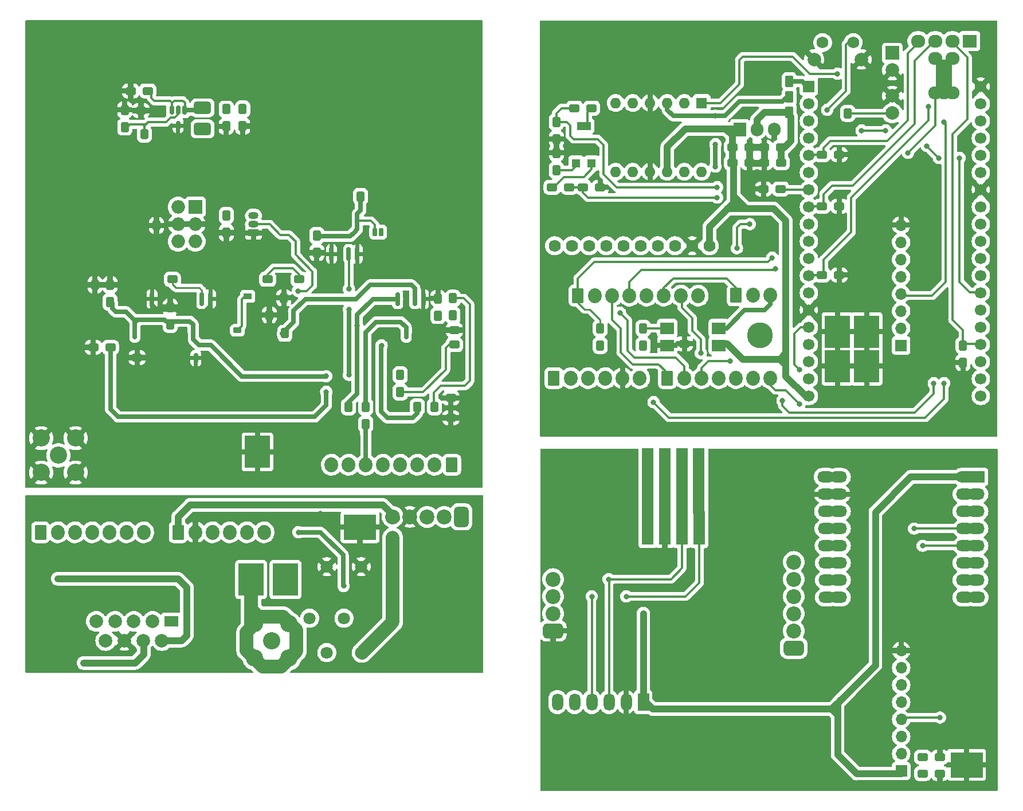
<source format=gbr>
%TF.GenerationSoftware,KiCad,Pcbnew,7.0.1*%
%TF.CreationDate,2023-03-16T09:25:58+01:00*%
%TF.ProjectId,Muons_SIPM_V2,4d756f6e-735f-4534-9950-4d5f56322e6b,rev?*%
%TF.SameCoordinates,PXc54b534PY8c10c98*%
%TF.FileFunction,Copper,L1,Top*%
%TF.FilePolarity,Positive*%
%FSLAX46Y46*%
G04 Gerber Fmt 4.6, Leading zero omitted, Abs format (unit mm)*
G04 Created by KiCad (PCBNEW 7.0.1) date 2023-03-16 09:25:58*
%MOMM*%
%LPD*%
G01*
G04 APERTURE LIST*
G04 Aperture macros list*
%AMRoundRect*
0 Rectangle with rounded corners*
0 $1 Rounding radius*
0 $2 $3 $4 $5 $6 $7 $8 $9 X,Y pos of 4 corners*
0 Add a 4 corners polygon primitive as box body*
4,1,4,$2,$3,$4,$5,$6,$7,$8,$9,$2,$3,0*
0 Add four circle primitives for the rounded corners*
1,1,$1+$1,$2,$3*
1,1,$1+$1,$4,$5*
1,1,$1+$1,$6,$7*
1,1,$1+$1,$8,$9*
0 Add four rect primitives between the rounded corners*
20,1,$1+$1,$2,$3,$4,$5,0*
20,1,$1+$1,$4,$5,$6,$7,0*
20,1,$1+$1,$6,$7,$8,$9,0*
20,1,$1+$1,$8,$9,$2,$3,0*%
%AMOutline5P*
0 Free polygon, 5 corners , with rotation*
0 The origin of the aperture is its center*
0 number of corners: always 5*
0 $1 to $10 corner X, Y*
0 $11 Rotation angle, in degrees counterclockwise*
0 create outline with 5 corners*
4,1,5,$1,$2,$3,$4,$5,$6,$7,$8,$9,$10,$1,$2,$11*%
%AMOutline6P*
0 Free polygon, 6 corners , with rotation*
0 The origin of the aperture is its center*
0 number of corners: always 6*
0 $1 to $12 corner X, Y*
0 $13 Rotation angle, in degrees counterclockwise*
0 create outline with 6 corners*
4,1,6,$1,$2,$3,$4,$5,$6,$7,$8,$9,$10,$11,$12,$1,$2,$13*%
%AMOutline7P*
0 Free polygon, 7 corners , with rotation*
0 The origin of the aperture is its center*
0 number of corners: always 7*
0 $1 to $14 corner X, Y*
0 $15 Rotation angle, in degrees counterclockwise*
0 create outline with 7 corners*
4,1,7,$1,$2,$3,$4,$5,$6,$7,$8,$9,$10,$11,$12,$13,$14,$1,$2,$15*%
%AMOutline8P*
0 Free polygon, 8 corners , with rotation*
0 The origin of the aperture is its center*
0 number of corners: always 8*
0 $1 to $16 corner X, Y*
0 $17 Rotation angle, in degrees counterclockwise*
0 create outline with 8 corners*
4,1,8,$1,$2,$3,$4,$5,$6,$7,$8,$9,$10,$11,$12,$13,$14,$15,$16,$1,$2,$17*%
G04 Aperture macros list end*
%TA.AperFunction,ComponentPad*%
%ADD10C,2.600000*%
%TD*%
%TA.AperFunction,ConnectorPad*%
%ADD11C,3.800000*%
%TD*%
%TA.AperFunction,ComponentPad*%
%ADD12R,2.000000X2.000000*%
%TD*%
%TA.AperFunction,ComponentPad*%
%ADD13O,2.000000X2.000000*%
%TD*%
%TA.AperFunction,ComponentPad*%
%ADD14RoundRect,0.255319X0.344681X0.627681X-0.344681X0.627681X-0.344681X-0.627681X0.344681X-0.627681X0*%
%TD*%
%TA.AperFunction,ComponentPad*%
%ADD15C,4.000000*%
%TD*%
%TA.AperFunction,ComponentPad*%
%ADD16R,2.000000X1.600000*%
%TD*%
%TA.AperFunction,ComponentPad*%
%ADD17C,2.000000*%
%TD*%
%TA.AperFunction,ComponentPad*%
%ADD18C,2.552700*%
%TD*%
%TA.AperFunction,ComponentPad*%
%ADD19R,4.750000X3.700000*%
%TD*%
%TA.AperFunction,ComponentPad*%
%ADD20R,3.700000X4.750000*%
%TD*%
%TA.AperFunction,SMDPad,CuDef*%
%ADD21RoundRect,0.255319X-0.494681X0.344681X-0.494681X-0.344681X0.494681X-0.344681X0.494681X0.344681X0*%
%TD*%
%TA.AperFunction,SMDPad,CuDef*%
%ADD22R,2.008000X12.700000*%
%TD*%
%TA.AperFunction,SMDPad,CuDef*%
%ADD23R,22.352000X2.008000*%
%TD*%
%TA.AperFunction,SMDPad,CuDef*%
%ADD24R,4.572000X2.032000*%
%TD*%
%TA.AperFunction,SMDPad,CuDef*%
%ADD25R,12.192000X2.032000*%
%TD*%
%TA.AperFunction,SMDPad,CuDef*%
%ADD26R,2.008000X12.192000*%
%TD*%
%TA.AperFunction,SMDPad,CuDef*%
%ADD27R,2.000000X1.780000*%
%TD*%
%TA.AperFunction,ComponentPad*%
%ADD28R,2.000000X1.780000*%
%TD*%
%TA.AperFunction,ComponentPad*%
%ADD29RoundRect,0.255319X0.494681X-0.344681X0.494681X0.344681X-0.494681X0.344681X-0.494681X-0.344681X0*%
%TD*%
%TA.AperFunction,SMDPad,CuDef*%
%ADD30R,1.300000X1.300000*%
%TD*%
%TA.AperFunction,SMDPad,CuDef*%
%ADD31R,2.000000X1.300000*%
%TD*%
%TA.AperFunction,ComponentPad*%
%ADD32R,1.300000X1.300000*%
%TD*%
%TA.AperFunction,ComponentPad*%
%ADD33R,1.500000X1.050000*%
%TD*%
%TA.AperFunction,ComponentPad*%
%ADD34O,1.500000X1.050000*%
%TD*%
%TA.AperFunction,ComponentPad*%
%ADD35RoundRect,0.255319X-0.344681X-0.494681X0.344681X-0.494681X0.344681X0.494681X-0.344681X0.494681X0*%
%TD*%
%TA.AperFunction,SMDPad,CuDef*%
%ADD36RoundRect,0.255319X0.344681X0.494681X-0.344681X0.494681X-0.344681X-0.494681X0.344681X-0.494681X0*%
%TD*%
%TA.AperFunction,ComponentPad*%
%ADD37RoundRect,0.250000X-0.620000X-0.845000X0.620000X-0.845000X0.620000X0.845000X-0.620000X0.845000X0*%
%TD*%
%TA.AperFunction,ComponentPad*%
%ADD38O,2.000000X2.190000*%
%TD*%
%TA.AperFunction,ComponentPad*%
%ADD39R,1.600000X1.600000*%
%TD*%
%TA.AperFunction,ComponentPad*%
%ADD40O,1.600000X1.600000*%
%TD*%
%TA.AperFunction,ComponentPad*%
%ADD41RoundRect,0.255319X-0.494681X0.344681X-0.494681X-0.344681X0.494681X-0.344681X0.494681X0.344681X0*%
%TD*%
%TA.AperFunction,ComponentPad*%
%ADD42O,2.540000X1.665000*%
%TD*%
%TA.AperFunction,ComponentPad*%
%ADD43R,2.540000X1.665000*%
%TD*%
%TA.AperFunction,ComponentPad*%
%ADD44RoundRect,0.255319X0.344681X0.494681X-0.344681X0.494681X-0.344681X-0.494681X0.344681X-0.494681X0*%
%TD*%
%TA.AperFunction,SMDPad,CuDef*%
%ADD45RoundRect,0.255319X-0.344681X-0.494681X0.344681X-0.494681X0.344681X0.494681X-0.344681X0.494681X0*%
%TD*%
%TA.AperFunction,SMDPad,CuDef*%
%ADD46RoundRect,0.255319X0.344681X0.627681X-0.344681X0.627681X-0.344681X-0.627681X0.344681X-0.627681X0*%
%TD*%
%TA.AperFunction,ComponentPad*%
%ADD47C,1.800000*%
%TD*%
%TA.AperFunction,ComponentPad*%
%ADD48RoundRect,0.550000X-0.550000X0.950000X-0.550000X-0.950000X0.550000X-0.950000X0.550000X0.950000X0*%
%TD*%
%TA.AperFunction,ComponentPad*%
%ADD49C,2.200000*%
%TD*%
%TA.AperFunction,ComponentPad*%
%ADD50R,1.789800X9.686800*%
%TD*%
%TA.AperFunction,ComponentPad*%
%ADD51R,1.700000X5.000000*%
%TD*%
%TA.AperFunction,ComponentPad*%
%ADD52R,1.700000X9.712200*%
%TD*%
%TA.AperFunction,ComponentPad*%
%ADD53R,1.662800X9.712200*%
%TD*%
%TA.AperFunction,ComponentPad*%
%ADD54RoundRect,0.250000X0.620000X0.845000X-0.620000X0.845000X-0.620000X-0.845000X0.620000X-0.845000X0*%
%TD*%
%TA.AperFunction,SMDPad,CuDef*%
%ADD55RoundRect,0.255319X0.494681X-0.344681X0.494681X0.344681X-0.494681X0.344681X-0.494681X-0.344681X0*%
%TD*%
%TA.AperFunction,ComponentPad*%
%ADD56C,1.780000*%
%TD*%
%TA.AperFunction,ComponentPad*%
%ADD57R,1.700000X1.700000*%
%TD*%
%TA.AperFunction,ComponentPad*%
%ADD58C,1.700000*%
%TD*%
%TA.AperFunction,ComponentPad*%
%ADD59RoundRect,0.550000X0.950000X0.550000X-0.950000X0.550000X-0.950000X-0.550000X0.950000X-0.550000X0*%
%TD*%
%TA.AperFunction,ComponentPad*%
%ADD60O,1.700000X1.700000*%
%TD*%
%TA.AperFunction,ComponentPad*%
%ADD61R,1.905000X2.000000*%
%TD*%
%TA.AperFunction,ComponentPad*%
%ADD62O,1.905000X2.000000*%
%TD*%
%TA.AperFunction,ComponentPad*%
%ADD63C,1.750000*%
%TD*%
%TA.AperFunction,ComponentPad*%
%ADD64R,1.200000X0.900000*%
%TD*%
%TA.AperFunction,ComponentPad*%
%ADD65RoundRect,0.250000X0.337500X0.475000X-0.337500X0.475000X-0.337500X-0.475000X0.337500X-0.475000X0*%
%TD*%
%TA.AperFunction,ComponentPad*%
%ADD66RoundRect,0.150000X-0.150000X0.825000X-0.150000X-0.825000X0.150000X-0.825000X0.150000X0.825000X0*%
%TD*%
%TA.AperFunction,ComponentPad*%
%ADD67RoundRect,0.225000X0.375000X-0.225000X0.375000X0.225000X-0.375000X0.225000X-0.375000X-0.225000X0*%
%TD*%
%TA.AperFunction,ComponentPad*%
%ADD68RoundRect,0.090000X-0.210000X0.520000X-0.210000X-0.520000X0.210000X-0.520000X0.210000X0.520000X0*%
%TD*%
%TA.AperFunction,ComponentPad*%
%ADD69R,1.665000X2.540000*%
%TD*%
%TA.AperFunction,ComponentPad*%
%ADD70O,1.665000X2.540000*%
%TD*%
%TA.AperFunction,ComponentPad*%
%ADD71RoundRect,0.150000X0.150000X-0.825000X0.150000X0.825000X-0.150000X0.825000X-0.150000X-0.825000X0*%
%TD*%
%TA.AperFunction,ComponentPad*%
%ADD72R,2.100000X1.900000*%
%TD*%
%TA.AperFunction,ComponentPad*%
%ADD73O,2.100000X1.900000*%
%TD*%
%TA.AperFunction,ComponentPad*%
%ADD74Outline8P,-2.821000X0.711000X-2.347000X1.185000X2.347000X1.185000X2.821000X0.711000X2.821000X-0.711000X2.347000X-1.185000X-2.347000X-1.185000X-2.821000X-0.711000X270.000000*%
%TD*%
%TA.AperFunction,ComponentPad*%
%ADD75RoundRect,0.346154X0.903846X-0.553846X0.903846X0.553846X-0.903846X0.553846X-0.903846X-0.553846X0*%
%TD*%
%TA.AperFunction,ComponentPad*%
%ADD76RoundRect,0.150000X-0.150000X0.587500X-0.150000X-0.587500X0.150000X-0.587500X0.150000X0.587500X0*%
%TD*%
%TA.AperFunction,ComponentPad*%
%ADD77RoundRect,0.150000X0.150000X-0.512500X0.150000X0.512500X-0.150000X0.512500X-0.150000X-0.512500X0*%
%TD*%
%TA.AperFunction,ViaPad*%
%ADD78C,0.800000*%
%TD*%
%TA.AperFunction,Conductor*%
%ADD79C,0.300000*%
%TD*%
%TA.AperFunction,Conductor*%
%ADD80C,0.635000*%
%TD*%
%TA.AperFunction,Conductor*%
%ADD81C,0.254000*%
%TD*%
%TA.AperFunction,Conductor*%
%ADD82C,0.250000*%
%TD*%
%TA.AperFunction,Conductor*%
%ADD83C,1.000000*%
%TD*%
%TA.AperFunction,Conductor*%
%ADD84C,2.000000*%
%TD*%
G04 APERTURE END LIST*
D10*
%TO.P,H3,1,1*%
%TO.N,GND*%
X-103429404Y68801200D03*
D11*
X-103429404Y68801200D03*
%TD*%
D12*
%TO.P,J1,1,Pin_1*%
%TO.N,Net-(J1-Pin_1)*%
X-122168204Y86333200D03*
D13*
%TO.P,J1,2,Pin_2*%
X-124708204Y86333200D03*
%TO.P,J1,3,Pin_3*%
%TO.N,GND*%
X-122168204Y83793200D03*
%TO.P,J1,4,Pin_4*%
X-124708204Y83793200D03*
%TO.P,J1,5,Pin_5*%
%TO.N,Net-(J1-Pin_5)*%
X-122168204Y81253200D03*
%TO.P,J1,6,Pin_6*%
X-124708204Y81253200D03*
%TD*%
D14*
%TO.P,R33,1*%
%TO.N,Net-(U12-VO)*%
X-34417000Y100322275D03*
%TO.P,R33,2*%
%TO.N,3.3V*%
X-34417000Y102596275D03*
%TD*%
D15*
%TO.P,J3,0,PAD*%
%TO.N,GND3*%
X-118765204Y24817000D03*
D16*
%TO.P,J3,1,1*%
%TO.N,Net-(J5-Pin_7)*%
X-125725204Y25117000D03*
D17*
%TO.P,J3,2,2*%
%TO.N,Net-(J5-Pin_6)*%
X-128495204Y25117000D03*
%TO.P,J3,3,3*%
%TO.N,Net-(J5-Pin_5)*%
X-131265204Y25117000D03*
%TO.P,J3,4,4*%
%TO.N,Net-(J5-Pin_4)*%
X-134035204Y25117000D03*
%TO.P,J3,5,5*%
%TO.N,Net-(J5-Pin_3)*%
X-136805204Y25117000D03*
%TO.P,J3,6,6*%
%TO.N,Net-(J5-Pin_2)*%
X-127110204Y22277000D03*
%TO.P,J3,7,7*%
%TO.N,Net-(J5-Pin_1)*%
X-129880204Y22277000D03*
%TO.P,J3,8,8*%
%TO.N,GND3*%
X-132650204Y22277000D03*
%TO.P,J3,9,9*%
%TO.N,VCC3.3v*%
X-135420204Y22277000D03*
D15*
%TO.P,J3,10,PAD*%
%TO.N,GND3*%
X-143765204Y24817000D03*
%TD*%
D10*
%TO.P,H8,1,1*%
%TO.N,GND1*%
X-67000000Y67405275D03*
D11*
X-67000000Y67405275D03*
%TD*%
D18*
%TO.P,J2,1,1*%
%TO.N,Net-(J1-Pin_5)*%
X-142405404Y49638200D03*
%TO.P,J2,2,2*%
%TO.N,GND*%
X-144945404Y52178200D03*
%TO.P,J2,3,3*%
X-139865404Y52178200D03*
%TO.P,J2,4,4*%
X-144945404Y47098200D03*
%TO.P,J2,5,5*%
X-139865404Y47098200D03*
%TD*%
D19*
%TO.P,TP8,1,1*%
%TO.N,GND2*%
X-8237000Y3914475D03*
%TD*%
D10*
%TO.P,H12,1,1*%
%TO.N,GND2*%
X-67000000Y4405275D03*
D11*
X-67000000Y4405275D03*
%TD*%
D20*
%TO.P,Cn1,1,1*%
%TO.N,GND*%
X-112990004Y50146200D03*
%TD*%
D10*
%TO.P,H7,1,1*%
%TO.N,GND1*%
X-67000000Y105538275D03*
D11*
X-67000000Y105538275D03*
%TD*%
D21*
%TO.P,R29,1*%
%TO.N,/OUT Dac_Filtre1*%
X-66929000Y89249275D03*
%TO.P,R29,2*%
%TO.N,/OUT DAC*%
X-69469000Y89249275D03*
%TD*%
D22*
%TO.P,B1,1,GND*%
%TO.N,GND*%
X-135584004Y101454200D03*
D23*
X-122896004Y108832200D03*
D24*
X-131786004Y93580200D03*
D25*
X-120356004Y93580200D03*
D26*
X-110716004Y101200200D03*
%TD*%
D10*
%TO.P,H4,1,1*%
%TO.N,GND*%
X-103429404Y98801200D03*
D11*
X-103429404Y98801200D03*
%TD*%
D27*
%TO.P,U11,1*%
%TO.N,Net-(R32-Pad2)*%
X-52451000Y68421275D03*
D28*
%TO.P,U11,2*%
%TO.N,GND1*%
X-52451000Y65881275D03*
%TO.P,U11,3*%
%TO.N,VCC1*%
X-44831000Y65881275D03*
%TO.P,U11,4*%
%TO.N,/5V SIPM*%
X-44831000Y68421275D03*
%TD*%
D21*
%TO.P,C26,1*%
%TO.N,/BUTTON*%
X-35687001Y88995275D03*
D29*
%TO.P,C26,2*%
%TO.N,GND1*%
X-38227001Y88995275D03*
%TD*%
D30*
%TO.P,RV4,1,1*%
%TO.N,Net-(R31-Pad2)*%
X-65920000Y92805275D03*
D31*
%TO.P,RV4,2,2*%
%TO.N,Net-(R30-Pad2)*%
X-64770000Y98305275D03*
D32*
%TO.P,RV4,3,3*%
%TO.N,/OUT DAC*%
X-63620000Y92805275D03*
%TD*%
D33*
%TO.P,U5,1,GND*%
%TO.N,GND*%
X-113572004Y82502200D03*
D34*
%TO.P,U5,2,DQ*%
%TO.N,/S_Out T\u00B0 DS18*%
X-113572004Y83772200D03*
%TO.P,U5,3,V_{DD}*%
%TO.N,/S_5V*%
X-113572004Y85042200D03*
%TD*%
D29*
%TO.P,R36,1*%
%TO.N,GND1*%
X-27051000Y86455275D03*
D21*
%TO.P,R36,2*%
%TO.N,/SW4*%
X-29591000Y86455275D03*
%TD*%
D29*
%TO.P,C21,1*%
%TO.N,GND1*%
X-40294000Y92852275D03*
%TO.P,C21,2*%
%TO.N,VCC1*%
X-42834000Y92852275D03*
%TD*%
D19*
%TO.P,TP3,1,1*%
%TO.N,GND3*%
X-97839804Y39032800D03*
%TD*%
D35*
%TO.P,R32,1*%
%TO.N,/POWSIMP*%
X-56007000Y65881275D03*
D36*
%TO.P,R32,2*%
%TO.N,Net-(R32-Pad2)*%
X-56007000Y68421275D03*
%TD*%
D37*
%TO.P,J6,1,Pin_1*%
%TO.N,VCC3.3v*%
X-124715204Y38279000D03*
D38*
%TO.P,J6,2,Pin_2*%
%TO.N,GND3*%
X-122175204Y38279000D03*
%TO.P,J6,3,Pin_3*%
%TO.N,TX3*%
X-119635204Y38279000D03*
%TO.P,J6,4,Pin_4*%
%TO.N,RX3*%
X-117095204Y38279000D03*
%TO.P,J6,5,Pin_5*%
%TO.N,Reg_Threshold_3*%
X-114555204Y38279000D03*
%TO.P,J6,6,Pin_6*%
%TO.N,Reg_Coef_3*%
X-112015204Y38279000D03*
%TD*%
D10*
%TO.P,H6,1,1*%
%TO.N,GND*%
X-83429404Y105801200D03*
D11*
X-83429404Y105801200D03*
%TD*%
D39*
%TO.P,U9,1,TX1_LV*%
%TO.N,SCL*%
X-47371000Y101695275D03*
D40*
%TO.P,U9,2,RX0_LV*%
%TO.N,unconnected-(U9-RX0_LV-Pad2)*%
X-49911000Y101695275D03*
%TO.P,U9,3,LV*%
%TO.N,3.3V*%
X-52451000Y101695275D03*
%TO.P,U9,4,GND*%
%TO.N,GND1*%
X-54991000Y101695275D03*
%TO.P,U9,5,RX0*%
%TO.N,unconnected-(U9-RX0-Pad5)*%
X-57531000Y101695275D03*
%TO.P,U9,6,TX1*%
%TO.N,SDA*%
X-60071000Y101695275D03*
%TO.P,U9,7,TX0*%
%TO.N,SDA_ADS*%
X-60071000Y91535275D03*
%TO.P,U9,8,RX1*%
%TO.N,unconnected-(U9-RX1-Pad8)*%
X-57531000Y91535275D03*
%TO.P,U9,9,GND*%
%TO.N,GND1*%
X-54991000Y91535275D03*
%TO.P,U9,10,HV*%
%TO.N,VCC1*%
X-52451000Y91535275D03*
%TO.P,U9,11,RX1*%
%TO.N,unconnected-(U9-RX1-Pad11)*%
X-49911000Y91535275D03*
%TO.P,U9,12,TX0*%
%TO.N,SCL_ADS*%
X-47371000Y91535275D03*
%TD*%
D10*
%TO.P,H2,1,1*%
%TO.N,GND*%
X-83429404Y83801200D03*
D11*
X-83429404Y83801200D03*
%TD*%
D10*
%TO.P,H10,1,1*%
%TO.N,GND2*%
X-38735000Y4405275D03*
D11*
X-38735000Y4405275D03*
%TD*%
D41*
%TO.P,C23,1*%
%TO.N,VCC1*%
X-42834000Y95138275D03*
%TO.P,C23,2*%
%TO.N,GND1*%
X-40294000Y95138275D03*
%TD*%
D42*
%TO.P,J15,*%
%TO.N,*%
X-6763300Y28662275D03*
X-6800800Y31202275D03*
X-6800800Y33742275D03*
X-8540800Y28662275D03*
X-8540800Y31202275D03*
X-8540800Y33742275D03*
X-27120800Y28662275D03*
X-27120800Y31202275D03*
X-27120800Y33742275D03*
X-27120800Y36282275D03*
X-27120800Y38822275D03*
X-27120800Y41362275D03*
X-27120800Y46442275D03*
X-28860800Y28662275D03*
X-28860800Y31202275D03*
X-28860800Y33742275D03*
X-28898300Y36282275D03*
X-28935800Y38822275D03*
X-28973300Y41362275D03*
X-29048300Y46442275D03*
%TO.P,J15,1,GND*%
%TO.N,GND2*%
X-27120800Y43902275D03*
X-29010800Y43902275D03*
D43*
%TO.P,J15,2,VCC*%
%TO.N,3.3V-2*%
X-6800800Y46442275D03*
D42*
X-8540800Y46442275D03*
%TO.P,J15,5,SCK*%
%TO.N,SCK-2*%
X-6800800Y36282275D03*
X-8540800Y36282275D03*
%TO.P,J15,6,MISO*%
%TO.N,MISO-2*%
X-6800800Y38822275D03*
X-8540800Y38822275D03*
%TO.P,J15,7,MOSI*%
%TO.N,MOSI-2*%
X-6800800Y41362275D03*
X-8540800Y41362275D03*
%TO.P,J15,8,CS*%
%TO.N,SDSSPIN-2*%
X-6800800Y43902275D03*
X-8540800Y43902275D03*
%TD*%
D44*
%TO.P,R31,1*%
%TO.N,GND1*%
X-68834000Y94329274D03*
D45*
%TO.P,R31,2*%
%TO.N,Net-(R31-Pad2)*%
X-68834000Y91789274D03*
%TD*%
D46*
%TO.P,R34,1*%
%TO.N,3.3V*%
X-34417000Y102608274D03*
D14*
%TO.P,R34,2*%
%TO.N,Net-(M2-3V3)*%
X-34417000Y104882274D03*
%TD*%
D45*
%TO.P,C20,1*%
%TO.N,/OUT Dac_Filtre_2*%
X-68834000Y98901276D03*
D44*
%TO.P,C20,2*%
%TO.N,GND1*%
X-68834000Y96361276D03*
%TD*%
D47*
%TO.P,RV2,1,1*%
%TO.N,GND3*%
X-102744204Y33199000D03*
%TO.P,RV2,2,2*%
%TO.N,Reg_Threshold_3*%
X-105284204Y25579000D03*
%TO.P,RV2,3,3*%
%TO.N,VCC3.3v*%
X-102744204Y20499000D03*
%TD*%
D48*
%TO.P,U6,1,PPS*%
%TO.N,unconnected-(U6-PPS-Pad1)*%
X-82853804Y40556800D03*
D49*
%TO.P,U6,2,RXD*%
%TO.N,TX3*%
X-85393804Y40556800D03*
%TO.P,U6,3,TXD*%
%TO.N,RX3*%
X-87933804Y40556800D03*
%TO.P,U6,4,GND*%
%TO.N,GND3*%
X-90473804Y40556800D03*
%TO.P,U6,5,VCC*%
%TO.N,VCC3.3v*%
X-93013804Y40556800D03*
%TD*%
D37*
%TO.P,J5,1,Pin_1*%
%TO.N,Net-(J5-Pin_1)*%
X-145035204Y38279000D03*
D38*
%TO.P,J5,2,Pin_2*%
%TO.N,Net-(J5-Pin_2)*%
X-142495204Y38279000D03*
%TO.P,J5,3,Pin_3*%
%TO.N,Net-(J5-Pin_3)*%
X-139955204Y38279000D03*
%TO.P,J5,4,Pin_4*%
%TO.N,Net-(J5-Pin_4)*%
X-137415204Y38279000D03*
%TO.P,J5,5,Pin_5*%
%TO.N,Net-(J5-Pin_5)*%
X-134875204Y38279000D03*
%TO.P,J5,6,Pin_6*%
%TO.N,Net-(J5-Pin_6)*%
X-132335204Y38279000D03*
%TO.P,J5,7,Pin_7*%
%TO.N,Net-(J5-Pin_7)*%
X-129795204Y38279000D03*
%TD*%
D47*
%TO.P,RV1,1,1*%
%TO.N,GND3*%
X-97664204Y33199000D03*
%TO.P,RV1,2,2*%
%TO.N,Reg_Coef_3*%
X-100204204Y25579000D03*
%TO.P,RV1,3,3*%
%TO.N,VCC3.3v*%
X-97664204Y20499000D03*
%TD*%
D50*
%TO.P,J14,1,Pin_1*%
%TO.N,SDA-2*%
X-47778900Y45857875D03*
D51*
X-47734000Y38942475D03*
D52*
%TO.P,J14,2,Pin_2*%
%TO.N,SCL-2*%
X-50274000Y45870575D03*
D51*
X-50274000Y38942475D03*
D53*
%TO.P,J14,3,Pin_3*%
%TO.N,GND2*%
X-52795400Y45870575D03*
D51*
X-52814000Y38942475D03*
D53*
%TO.P,J14,4,Pin_4*%
%TO.N,3.3V-2*%
X-55335400Y45870575D03*
D51*
X-55354000Y38942475D03*
%TD*%
D10*
%TO.P,H14,1,1*%
%TO.N,GND1*%
X-38735000Y105538275D03*
D11*
X-38735000Y105538275D03*
%TD*%
D41*
%TO.P,C24,1*%
%TO.N,GND1*%
X-38135000Y92852275D03*
%TO.P,C24,2*%
%TO.N,Net-(U12-VO)*%
X-35595000Y92852275D03*
%TD*%
D18*
%TO.P,J4,1,1*%
%TO.N,Net-(J4-Pad1)*%
X-110872204Y22206400D03*
%TO.P,J4,2,2*%
%TO.N,Net-(J4-Pad2)*%
X-108332204Y24746400D03*
%TO.P,J4,3,3*%
X-108332204Y19666400D03*
%TO.P,J4,4,4*%
X-113412204Y24746400D03*
%TO.P,J4,5,5*%
X-113412204Y19666400D03*
%TD*%
D20*
%TO.P,TP7,1,1*%
%TO.N,GND1*%
X-27305000Y62833275D03*
%TD*%
%TO.P,TP4,1,1*%
%TO.N,GND1*%
X-22987000Y67913275D03*
%TD*%
D10*
%TO.P,H5,1,1*%
%TO.N,GND*%
X-143429404Y105801200D03*
D11*
X-143429404Y105801200D03*
%TD*%
D54*
%TO.P,J7,1,Pin_1*%
%TO.N,/S_5V*%
X-84290204Y48263000D03*
D38*
%TO.P,J7,2,Pin_2*%
%TO.N,/S_COMPAR*%
X-86830204Y48263000D03*
%TO.P,J7,3,Pin_3*%
%TO.N,/S_OUT Dac_Filtre*%
X-89370204Y48263000D03*
%TO.P,J7,4,Pin_4*%
%TO.N,/S_Out Amp*%
X-91910204Y48263000D03*
%TO.P,J7,5,Pin_5*%
%TO.N,/S_RAZ Condo*%
X-94450204Y48263000D03*
%TO.P,J7,6,Pin_6*%
%TO.N,/S_Out Amp Filtre*%
X-96990204Y48263000D03*
%TO.P,J7,7,Pin_7*%
%TO.N,/S_Out Detect*%
X-99530204Y48263000D03*
%TO.P,J7,8,Pin_8*%
%TO.N,/S_Out T\u00B0 DS18*%
X-102070204Y48263000D03*
%TD*%
D55*
%TO.P,R30,1*%
%TO.N,/OUT Dac_Filtre_2*%
X-66167000Y100933275D03*
%TO.P,R30,2*%
%TO.N,Net-(R30-Pad2)*%
X-63627000Y100933275D03*
%TD*%
D20*
%TO.P,TP2,1,1*%
%TO.N,Net-(J4-Pad2)*%
X-113920204Y31294000D03*
%TD*%
D56*
%TO.P,U10,1,AIN3*%
%TO.N,/REG_THRESHOLD*%
X-69088000Y80613275D03*
%TO.P,U10,2,AIN2*%
%TO.N,/Reg_Coef*%
X-66548000Y80613275D03*
%TO.P,U10,3,AIN1*%
%TO.N,/Out Detect*%
X-64008000Y80613275D03*
%TO.P,U10,4,AIN0*%
%TO.N,/Out Amp Filtre*%
X-61468000Y80613275D03*
%TO.P,U10,5,ALERT*%
%TO.N,unconnected-(U10-ALERT-Pad5)*%
X-58928000Y80613275D03*
%TO.P,U10,6,ADDR*%
%TO.N,unconnected-(U10-ADDR-Pad6)*%
X-56388000Y80613275D03*
%TO.P,U10,7,SDA*%
%TO.N,SDA_ADS*%
X-53848000Y80613275D03*
%TO.P,U10,8,SCL*%
%TO.N,SCL_ADS*%
X-51308000Y80613275D03*
%TO.P,U10,9,GND*%
%TO.N,GND1*%
X-48768000Y80613275D03*
%TO.P,U10,10,VDD*%
%TO.N,VCC1*%
X-46228000Y80613275D03*
%TD*%
D29*
%TO.P,R35,1*%
%TO.N,GND1*%
X-27051000Y94075275D03*
D21*
%TO.P,R35,2*%
%TO.N,/SW8*%
X-29591000Y94075275D03*
%TD*%
D29*
%TO.P,C25,1*%
%TO.N,Net-(U12-VO)*%
X-35595000Y95138275D03*
%TO.P,C25,2*%
%TO.N,GND1*%
X-38135000Y95138275D03*
%TD*%
D20*
%TO.P,TP5,1,1*%
%TO.N,GND1*%
X-27305000Y67913275D03*
%TD*%
D57*
%TO.P,M2,1,3V3*%
%TO.N,Net-(M2-3V3)*%
X-31531000Y104132275D03*
D58*
%TO.P,M2,2,EN*%
%TO.N,unconnected-(M2-EN-Pad2)*%
X-31531000Y101592275D03*
%TO.P,M2,3,VP*%
%TO.N,unconnected-(M2-VP-Pad3)*%
X-31531000Y99052275D03*
%TO.P,M2,4,VN*%
%TO.N,unconnected-(M2-VN-Pad4)*%
X-31531000Y96512275D03*
%TO.P,M2,5,GPIO34*%
%TO.N,/SW8*%
X-31531000Y93972275D03*
%TO.P,M2,6,GPIO35*%
%TO.N,unconnected-(M2-GPIO35-Pad6)*%
X-31531000Y91432275D03*
%TO.P,M2,7,GPIO32*%
%TO.N,/BUTTON*%
X-31531000Y88892275D03*
%TO.P,M2,8,GPIO33*%
%TO.N,/SW4*%
X-31531000Y86352275D03*
%TO.P,M2,9,GPIO25*%
%TO.N,/OUT DAC*%
X-31531000Y83812275D03*
%TO.P,M2,10,GPIO26*%
%TO.N,/LEDAL*%
X-31531000Y81272275D03*
%TO.P,M2,11,GPIO27*%
%TO.N,/Out T\u00B0 DS18*%
X-31531000Y78732275D03*
%TO.P,M2,12,GPIO14*%
%TO.N,/SW1*%
X-31531000Y76192275D03*
%TO.P,M2,13,GPIO12*%
%TO.N,/RAZ Condo*%
X-31531000Y73652275D03*
%TO.P,M2,14,GND*%
%TO.N,GND1*%
X-31531000Y71112275D03*
%TO.P,M2,15,GPIO13*%
%TO.N,/Out Oscillo*%
X-31531000Y68572275D03*
%TO.P,M2,16,SD2*%
%TO.N,unconnected-(M2-SD2-Pad16)*%
X-31531000Y66032275D03*
%TO.P,M2,17,SD3*%
%TO.N,unconnected-(M2-SD3-Pad17)*%
X-31531000Y63492275D03*
%TO.P,M2,18,CMD*%
%TO.N,unconnected-(M2-CMD-Pad18)*%
X-31531000Y60952275D03*
%TO.P,M2,19,5V*%
%TO.N,VCC1*%
X-31531000Y58412275D03*
%TO.P,M2,20,CLK*%
%TO.N,unconnected-(M2-CLK-Pad20)*%
X-6131000Y58412275D03*
%TO.P,M2,21,SD0*%
%TO.N,unconnected-(M2-SD0-Pad21)*%
X-6131000Y60952275D03*
%TO.P,M2,22,SD1*%
%TO.N,unconnected-(M2-SD1-Pad22)*%
X-6131000Y63492275D03*
%TO.P,M2,23,GPIO15*%
%TO.N,/SW2*%
X-6131000Y66032275D03*
%TO.P,M2,24,GPIO2*%
%TO.N,/POWSIMP*%
X-6131000Y68572275D03*
%TO.P,M2,25,GPIO0*%
%TO.N,/Out Comparateur*%
X-6131000Y71112275D03*
%TO.P,M2,26,GPIO4*%
%TO.N,/LEDPOW*%
X-6131000Y73652275D03*
%TO.P,M2,27,GPIO16*%
%TO.N,/RXD2*%
X-6131000Y76192275D03*
%TO.P,M2,28,GPIO17*%
%TO.N,/TXD2*%
X-6131000Y78732275D03*
%TO.P,M2,29,GPIO5*%
%TO.N,SDSSPIN*%
X-6131000Y81272275D03*
%TO.P,M2,30,GPIO18*%
%TO.N,SCK*%
X-6131000Y83812275D03*
%TO.P,M2,31,GPIO19*%
%TO.N,MISO*%
X-6131000Y86352275D03*
%TO.P,M2,32,GND*%
%TO.N,GND1*%
X-6131000Y88892275D03*
%TO.P,M2,33,GPIO21*%
%TO.N,SDA*%
X-6131000Y91432275D03*
%TO.P,M2,34,RX*%
%TO.N,unconnected-(M2-RX-Pad34)*%
X-6131000Y93972275D03*
%TO.P,M2,35,TX*%
%TO.N,unconnected-(M2-TX-Pad35)*%
X-6131000Y96512275D03*
%TO.P,M2,36,GPIO22*%
%TO.N,SCL*%
X-6131000Y99052275D03*
%TO.P,M2,37,GPIO23*%
%TO.N,MOSI*%
X-6131000Y101592275D03*
%TO.P,M2,38,GND*%
%TO.N,GND1*%
X-6131000Y104132275D03*
%TD*%
D10*
%TO.P,H9,1,1*%
%TO.N,unconnected-(H9-Pad1)*%
X-38735000Y67405275D03*
D11*
X-38735000Y67405275D03*
%TD*%
D55*
%TO.P,C19,1*%
%TO.N,/OUT Dac_Filtre1*%
X-64897000Y89249275D03*
D29*
%TO.P,C19,2*%
%TO.N,GND1*%
X-62357000Y89249275D03*
%TD*%
D20*
%TO.P,TP1,1,1*%
%TO.N,Net-(J4-Pad1)*%
X-108840204Y31294000D03*
%TD*%
D29*
%TO.P,R38,1*%
%TO.N,GND1*%
X-27051000Y76295275D03*
D21*
%TO.P,R38,2*%
%TO.N,/SW1*%
X-29591000Y76295275D03*
%TD*%
D35*
%TO.P,R37,1*%
%TO.N,GND1*%
X-8763000Y63341276D03*
D36*
%TO.P,R37,2*%
%TO.N,/SW2*%
X-8763000Y65881276D03*
%TD*%
D10*
%TO.P,H11,1,1*%
%TO.N,GND2*%
X-67000000Y42538275D03*
D11*
X-67000000Y42538275D03*
%TD*%
D10*
%TO.P,H13,1,1*%
%TO.N,GND2*%
X-38735000Y42538275D03*
D11*
X-38735000Y42538275D03*
%TD*%
D20*
%TO.P,TP6,1,1*%
%TO.N,GND1*%
X-22987000Y62833275D03*
%TD*%
D45*
%TO.P,R28,1*%
%TO.N,/Out T\u00B0 DS18*%
X-62357000Y68421275D03*
D44*
%TO.P,R28,2*%
%TO.N,3.3V*%
X-62357000Y65881275D03*
%TD*%
D10*
%TO.P,H1,1,1*%
%TO.N,GND*%
X-143429404Y61801200D03*
D11*
X-143429404Y61801200D03*
%TD*%
D59*
%TO.P,M1,1,32kHz*%
%TO.N,unconnected-(M1-32kHz-Pad1)*%
X-33764000Y21186475D03*
D49*
%TO.P,M1,2,SQW*%
%TO.N,unconnected-(M1-SQW-Pad2)*%
X-33764000Y23726475D03*
%TO.P,M1,3,SCL*%
%TO.N,unconnected-(M1-SCL-Pad3)*%
X-33764000Y26266475D03*
%TO.P,M1,4,SDA*%
%TO.N,unconnected-(M1-SDA-Pad4)*%
X-33764000Y28806475D03*
%TO.P,M1,5,VCC*%
%TO.N,unconnected-(M1-VCC-Pad5)*%
X-33764000Y31346475D03*
%TO.P,M1,6,GND*%
%TO.N,unconnected-(M1-GND-Pad6)*%
X-33764000Y33886475D03*
%TO.P,M1,7,SCL*%
%TO.N,SCL-2*%
X-69324000Y31346475D03*
%TO.P,M1,8,SDA*%
%TO.N,SDA-2*%
X-69324000Y28806475D03*
%TO.P,M1,9,VCC*%
%TO.N,3.3V-2*%
X-69324000Y26266475D03*
D59*
%TO.P,M1,10,GND*%
%TO.N,GND2*%
X-69324000Y23726475D03*
%TD*%
D57*
%TO.P,J12,1,Pin_1*%
%TO.N,3.3V-2*%
X-17889000Y3025475D03*
D60*
%TO.P,J12,2,Pin_2*%
%TO.N,SDSSPIN-2*%
X-17889000Y5565475D03*
%TO.P,J12,3,Pin_3*%
%TO.N,SCK-2*%
X-17889000Y8105475D03*
%TO.P,J12,4,Pin_4*%
%TO.N,MOSI-2*%
X-17889000Y10645475D03*
%TO.P,J12,5,Pin_5*%
%TO.N,MISO-2*%
X-17889000Y13185475D03*
%TO.P,J12,6,Pin_6*%
%TO.N,SDA-2*%
X-17889000Y15725475D03*
%TO.P,J12,7,Pin_7*%
%TO.N,SCL-2*%
X-17889000Y18265475D03*
%TO.P,J12,8,Pin_8*%
%TO.N,GND2*%
X-17889000Y20805475D03*
%TD*%
D41*
%TO.P,R22,2*%
%TO.N,Net-(C12-Pad2)*%
X-83895569Y65992200D03*
%TD*%
D35*
%TO.P,R25,1*%
%TO.N,/S_5V*%
X-97752204Y87903901D03*
%TD*%
D61*
%TO.P,U12,1,VI*%
%TO.N,VCC1*%
X-41732200Y97805275D03*
D62*
%TO.P,U12,2,GND*%
%TO.N,GND1*%
X-36652200Y97805275D03*
%TO.P,U12,3,VO*%
%TO.N,Net-(U12-VO)*%
X-39192200Y97805275D03*
%TD*%
D29*
%TO.P,R8,1*%
%TO.N,Net-(U4-+)*%
X-125565204Y75644200D03*
%TD*%
%TO.P,R13,1*%
%TO.N,Net-(U2A--)*%
X-106820004Y75644200D03*
%TD*%
D17*
%TO.P,SW1,1,A*%
%TO.N,GND1*%
X-30758004Y108122400D03*
%TO.P,SW1,2,A*%
X-23748004Y108122400D03*
D63*
%TO.P,SW1,3,B*%
%TO.N,/BUTTON*%
X-29498004Y110612400D03*
%TO.P,SW1,4,B*%
X-24998004Y110612400D03*
%TD*%
D35*
%TO.P,R21,1*%
%TO.N,/S_Out Amp Filtre*%
X-96990204Y54257400D03*
%TO.P,R21,2*%
%TO.N,Net-(U2B--)*%
X-96990204Y56797400D03*
%TD*%
D29*
%TO.P,C9,1*%
%TO.N,/S_5V*%
X-129195204Y103474400D03*
%TO.P,C9,2*%
%TO.N,GND*%
X-131735204Y103474400D03*
%TD*%
%TO.P,R17,2*%
%TO.N,GND*%
X-130772204Y64061800D03*
%TD*%
D44*
%TO.P,R27,1*%
%TO.N,Net-(U8-OUT)*%
X-86830204Y56797400D03*
%TD*%
%TO.P,C2,2*%
%TO.N,GND*%
X-127902004Y83590500D03*
%TD*%
D64*
%TO.P,D2,1,K*%
%TO.N,Net-(D2-K)*%
X-114422004Y73121000D03*
%TD*%
D37*
%TO.P,J10,1,Pin_1*%
%TO.N,/REG_THRESHOLD*%
X-69215000Y61055275D03*
D38*
%TO.P,J10,2,Pin_2*%
%TO.N,/Reg_Coef*%
X-66675000Y61055275D03*
%TO.P,J10,3,Pin_3*%
%TO.N,/RXD2*%
X-64135000Y61055275D03*
%TO.P,J10,4,Pin_4*%
%TO.N,/TXD2*%
X-61595000Y61055275D03*
%TO.P,J10,5,Pin_5*%
%TO.N,GND1*%
X-59055000Y61055275D03*
%TO.P,J10,6,Pin_6*%
%TO.N,3.3V*%
X-56515000Y61055275D03*
%TD*%
D44*
%TO.P,R24,1*%
%TO.N,Net-(U7--)*%
X-89370204Y56797400D03*
%TD*%
D65*
%TO.P,L1,2,2*%
%TO.N,Net-(U1-VOUT)*%
X-129703204Y97073600D03*
%TD*%
D44*
%TO.P,R16,1*%
%TO.N,Net-(U2A-+)*%
X-108961004Y67672200D03*
%TD*%
%TO.P,R4,1*%
%TO.N,GND*%
X-136995204Y74831400D03*
%TD*%
D66*
%TO.P,U4,3,+*%
%TO.N,Net-(U4-+)*%
X-121196404Y72739000D03*
%TO.P,U4,4,V-*%
%TO.N,GND*%
X-119926404Y72739000D03*
%TO.P,U4,7,V+*%
%TO.N,/S_5V*%
X-122466404Y67789000D03*
%TD*%
D35*
%TO.P,C5,1*%
%TO.N,/S_5V*%
X-125870004Y68989400D03*
%TO.P,C5,2*%
%TO.N,GND*%
X-125870004Y71529400D03*
%TD*%
D37*
%TO.P,J8,1,Pin_1*%
%TO.N,/Out T\u00B0 DS18*%
X-65659001Y73247275D03*
D38*
%TO.P,J8,2,Pin_2*%
%TO.N,/Out Detect*%
X-63119001Y73247275D03*
%TO.P,J8,3,Pin_3*%
%TO.N,/Out Amp Filtre*%
X-60579001Y73247275D03*
%TO.P,J8,4,Pin_4*%
%TO.N,/RAZ Condo*%
X-58039001Y73247275D03*
%TO.P,J8,5,Pin_5*%
%TO.N,/Out Amp*%
X-55499001Y73247275D03*
%TO.P,J8,6,Pin_6*%
%TO.N,/Out Comparateur*%
X-52959001Y73247275D03*
%TO.P,J8,7,Pin_7*%
%TO.N,/OUT Dac_Filtre1*%
X-50419001Y73247275D03*
%TO.P,J8,8,Pin_8*%
%TO.N,/5V SIPM*%
X-47879001Y73247275D03*
%TD*%
D41*
%TO.P,R6,1*%
%TO.N,GND*%
X-137249204Y65611200D03*
%TO.P,R6,2*%
%TO.N,Net-(C12-Pad2)*%
X-134709204Y65611200D03*
%TD*%
D35*
%TO.P,R26,1*%
%TO.N,/S_5V*%
X-84112404Y70310200D03*
%TO.P,R26,2*%
%TO.N,Net-(U8-OUT)*%
X-84112404Y72850200D03*
%TD*%
D12*
%TO.P,Led1,1,A1*%
%TO.N,Net-(Led1-A1)*%
X-19207000Y109075275D03*
D17*
%TO.P,Led1,2,K1*%
%TO.N,GND1*%
X-19207000Y106535275D03*
%TO.P,Led1,3,A2*%
%TO.N,Net-(Led1-A2)*%
X-19207000Y100185275D03*
%TO.P,Led1,4,K2*%
%TO.N,GND1*%
X-19207000Y102725275D03*
%TD*%
D35*
%TO.P,R7,1*%
%TO.N,GND*%
X-111247004Y70361000D03*
%TD*%
%TO.P,C6,1*%
%TO.N,Net-(U1-VOUT)*%
X-132598804Y98140400D03*
%TO.P,C6,2*%
%TO.N,GND*%
X-132598804Y100680400D03*
%TD*%
D41*
%TO.P,R1,1*%
%TO.N,GND*%
X-130211204Y100578800D03*
%TD*%
D44*
%TO.P,C11,1*%
%TO.N,/S_5V*%
X-115174404Y100811300D03*
%TO.P,C11,2*%
%TO.N,GND*%
X-115174404Y98271300D03*
%TD*%
%TO.P,R23,1*%
%TO.N,Net-(U7-+)*%
X-91910204Y61521801D03*
%TO.P,R23,2*%
%TO.N,Net-(C12-Pad2)*%
X-91910204Y58981801D03*
%TD*%
D41*
%TO.P,C22,1*%
%TO.N,GND1*%
X-49911000Y66135275D03*
%TD*%
%TO.P,C16,2*%
%TO.N,GND*%
X-83909203Y68151200D03*
%TD*%
D29*
%TO.P,C15,2*%
%TO.N,GND*%
X-84417204Y55197200D03*
%TD*%
D67*
%TO.P,D3,2,A*%
%TO.N,Net-(D2-K)*%
X-115946004Y68129400D03*
%TD*%
D37*
%TO.P,J9,1,Pin_1*%
%TO.N,/Out Comparateur*%
X-42291000Y73267275D03*
D38*
%TO.P,J9,2,Pin_2*%
%TO.N,/OUT Dac_Filtre_2*%
X-39751000Y73267275D03*
%TO.P,J9,3,Pin_3*%
%TO.N,/5V SIPM*%
X-37211000Y73267275D03*
%TD*%
D29*
%TO.P,C17,1*%
%TO.N,GND2*%
X-12174000Y5057475D03*
%TO.P,C17,2*%
%TO.N,3.3V-2*%
X-14714000Y5057475D03*
%TD*%
D66*
%TO.P,U3,4,V-*%
%TO.N,GND*%
X-128562404Y72739000D03*
%TO.P,U3,7,V+*%
%TO.N,/S_5V*%
X-131102404Y67789000D03*
%TD*%
D68*
%TO.P,U8,2,VCC*%
%TO.N,/S_5V*%
X-95654205Y82629200D03*
%TO.P,U8,3,IN+*%
%TO.N,Net-(U7-+)*%
X-94704205Y82629200D03*
%TD*%
D57*
%TO.P,J13,1,Pin_1*%
%TO.N,3.3V*%
X-17907000Y65881275D03*
D60*
%TO.P,J13,2,Pin_2*%
%TO.N,SDSSPIN*%
X-17907000Y68421275D03*
%TO.P,J13,3,Pin_3*%
%TO.N,SCK*%
X-17907000Y70961275D03*
%TO.P,J13,4,Pin_4*%
%TO.N,MOSI*%
X-17907000Y73501275D03*
%TO.P,J13,5,Pin_5*%
%TO.N,MISO*%
X-17907000Y76041275D03*
%TO.P,J13,6,Pin_6*%
%TO.N,SDA*%
X-17907000Y78581275D03*
%TO.P,J13,7,Pin_7*%
%TO.N,SCL*%
X-17907000Y81121275D03*
%TO.P,J13,8,Pin_8*%
%TO.N,GND1*%
X-17907000Y83661275D03*
%TD*%
D69*
%TO.P,IC1,1,VIN*%
%TO.N,3.3V-2*%
X-55989000Y13204475D03*
D70*
%TO.P,IC1,2,GND*%
%TO.N,GND2*%
X-58529000Y13204475D03*
%TO.P,IC1,3,SCL*%
%TO.N,SCL-2*%
X-61069000Y13204475D03*
%TO.P,IC1,4,SDA*%
%TO.N,SDA-2*%
X-63609000Y13204475D03*
%TO.P,IC1,5,CS*%
%TO.N,unconnected-(IC1-CS-Pad5)*%
X-66149000Y13204475D03*
%TO.P,IC1,6,SDO*%
%TO.N,unconnected-(IC1-SDO-Pad6)*%
X-68689000Y13204475D03*
%TD*%
D37*
%TO.P,J11,1,Pin_1*%
%TO.N,/Out Amp Filtre*%
X-52451000Y61055275D03*
D38*
%TO.P,J11,2,Pin_2*%
%TO.N,/Out Detect*%
X-49911000Y61055275D03*
%TO.P,J11,3,Pin_3*%
%TO.N,/OUT DAC*%
X-47371000Y61055275D03*
%TO.P,J11,4,Pin_4*%
%TO.N,/Out Amp*%
X-44831000Y61055275D03*
%TO.P,J11,5,Pin_5*%
%TO.N,/Out Comparateur*%
X-42291000Y61055275D03*
%TO.P,J11,6,Pin_6*%
%TO.N,/OUT Dac_Filtre1*%
X-39751000Y61055275D03*
%TO.P,J11,7,Pin_7*%
%TO.N,/Out Oscillo*%
X-37211000Y61055275D03*
%TD*%
D35*
%TO.P,C7,1*%
%TO.N,/S_5V*%
X-134760004Y72291400D03*
%TO.P,C7,2*%
%TO.N,GND*%
X-134760004Y74831400D03*
%TD*%
D44*
%TO.P,C10,1*%
%TO.N,/S_5V*%
X-117612804Y100782000D03*
%TO.P,C10,2*%
%TO.N,GND*%
X-117612804Y98242000D03*
%TD*%
%TO.P,R12,1*%
%TO.N,GND*%
X-109088004Y72904600D03*
%TD*%
D71*
%TO.P,U7,1,GND*%
%TO.N,GND*%
X-98241404Y79371401D03*
%TO.P,U7,2,+*%
%TO.N,Net-(U7-+)*%
X-99511404Y79371401D03*
%TO.P,U7,4,V-*%
%TO.N,GND*%
X-102051404Y79371401D03*
%TO.P,U7,8,V+*%
%TO.N,/S_5V*%
X-98241404Y84321401D03*
%TD*%
D44*
%TO.P,R40,1*%
%TO.N,Net-(Led1-A2)*%
X-25781000Y100171275D03*
%TD*%
D72*
%TO.P,SW2,1,1*%
%TO.N,/SW1*%
X-7782000Y110839275D03*
D73*
%TO.P,SW2,2,2*%
%TO.N,/SW2*%
X-10322000Y110839275D03*
%TO.P,SW2,4,4*%
%TO.N,/SW4*%
X-12862000Y110839275D03*
%TO.P,SW2,8,8*%
%TO.N,/SW8*%
X-15402000Y110839275D03*
%TO.P,SW2,C,C*%
%TO.N,3.3V*%
X-12862000Y108299275D03*
X-12862000Y103219275D03*
D74*
X-11607000Y105278275D03*
D73*
X-11592000Y103219275D03*
X-10322000Y108299275D03*
X-10322000Y103219275D03*
%TD*%
D29*
%TO.P,C14,2*%
%TO.N,GND*%
X-84417204Y58118200D03*
%TD*%
D75*
%TO.P,L2,1,1*%
%TO.N,Net-(U1-SW)*%
X-121110203Y97868600D03*
%TO.P,L2,2,2*%
%TO.N,/S_5V*%
X-121110203Y100968600D03*
%TD*%
D66*
%TO.P,U2,1*%
%TO.N,Net-(U2A--)*%
X-92291204Y72720200D03*
%TO.P,U2,3,+*%
%TO.N,Net-(U2A-+)*%
X-89751204Y72720200D03*
%TO.P,U2,4,V-*%
%TO.N,GND*%
X-88481204Y72720200D03*
%TO.P,U2,7*%
%TO.N,Net-(U2B--)*%
X-91021204Y67770200D03*
%TD*%
D35*
%TO.P,C3,1*%
%TO.N,/S_5V*%
X-86322204Y70288700D03*
%TO.P,C3,2*%
%TO.N,GND*%
X-86322204Y72828700D03*
%TD*%
%TO.P,R19,2*%
%TO.N,Net-(U2A--)*%
X-99530204Y56797400D03*
%TD*%
D41*
%TO.P,C18,1*%
%TO.N,3.3V-2*%
X-14714001Y2644475D03*
%TO.P,C18,2*%
%TO.N,GND2*%
X-12174001Y2644475D03*
%TD*%
D29*
%TO.P,R14,1*%
%TO.N,Net-(U2A--)*%
X-111493604Y75644200D03*
%TD*%
D76*
%TO.P,Q2,2,S*%
%TO.N,GND*%
X-122092003Y64004400D03*
%TD*%
D44*
%TO.P,C1,1*%
%TO.N,/S_5V*%
X-117589604Y85071500D03*
%TO.P,C1,2*%
%TO.N,GND*%
X-117589604Y82531500D03*
%TD*%
D77*
%TO.P,U1,2,GND*%
%TO.N,GND*%
X-124720203Y98351100D03*
%TO.P,U1,4,CTRL*%
%TO.N,/S_5V*%
X-125670203Y100626100D03*
%TO.P,U1,5,VOUT*%
%TO.N,Net-(U1-VOUT)*%
X-124720203Y100626100D03*
%TO.P,U1,6,VIN*%
%TO.N,/S_5V*%
X-123770203Y100626100D03*
%TD*%
D44*
%TO.P,C8,1*%
%TO.N,/S_5V*%
X-104229204Y82121200D03*
%TO.P,C8,2*%
%TO.N,GND*%
X-104229204Y79581200D03*
%TD*%
D78*
%TO.N,GND*%
X-135416004Y106568400D03*
X-107948004Y111023400D03*
X-89622004Y90278200D03*
X-115530004Y78340200D03*
X-146518004Y99422200D03*
X-101560004Y65640200D03*
X-86320004Y77832200D03*
X-110778004Y96662400D03*
X-133056004Y62592200D03*
X-142238004Y111023400D03*
X-82002004Y45574200D03*
X-82764004Y62338200D03*
X-119340004Y47606200D03*
X-124166004Y47606200D03*
X-137882004Y107042200D03*
X-100798004Y50527200D03*
X-115784004Y113138200D03*
X-105116004Y57258200D03*
X-120102004Y90278200D03*
X-124458004Y111023400D03*
X-131860004Y108854400D03*
X-119340004Y80372200D03*
X-126706004Y52432200D03*
X-108672004Y52432200D03*
X-115604004Y93614400D03*
X-80478004Y96374200D03*
X-130312804Y93580200D03*
X-131278004Y90278200D03*
X-105116004Y50654200D03*
X-90130004Y60306200D03*
X-106132004Y90278200D03*
X-135670004Y96916400D03*
X-114334004Y104536400D03*
X-83018004Y52432200D03*
X-117816004Y57258200D03*
X-146772004Y90024200D03*
X-110778004Y105044400D03*
X-85304004Y51162200D03*
X-134580004Y99422200D03*
X-145502004Y113138200D03*
X-131532004Y113138200D03*
X-138136004Y90278200D03*
X-136866004Y52432200D03*
X-136866004Y45574200D03*
X-82002004Y74530200D03*
X-124240004Y95900400D03*
X-110704004Y80372200D03*
X-108926004Y57258200D03*
X-90892004Y45574200D03*
X-119340004Y84690200D03*
X-80478004Y47352200D03*
X-105370004Y71228200D03*
X-131860004Y106314400D03*
X-83818004Y111023400D03*
X-110805604Y90278200D03*
X-89622004Y106534200D03*
X-146518004Y55734200D03*
X-89622004Y96374200D03*
X-89622004Y113138200D03*
X-146518004Y111868200D03*
X-100290004Y107042200D03*
X-102322004Y77324200D03*
X-125672733Y62801838D03*
X-108926004Y47606200D03*
X-116112004Y95900400D03*
X-80478004Y90278200D03*
X-124166004Y57258200D03*
X-128484004Y48876200D03*
X-92162004Y77832200D03*
X-89622004Y81388200D03*
X-81494004Y113138200D03*
X-104862004Y63100200D03*
X-127214004Y78340200D03*
X-124748004Y93614400D03*
X-108672004Y62846200D03*
X-113244004Y62846200D03*
X-89622004Y64624200D03*
X-80478004Y77832200D03*
X-117816004Y52432200D03*
X-136612004Y62592200D03*
X-131532004Y83674200D03*
X-133056004Y57258200D03*
X-133130004Y93614400D03*
X-113244004Y59798200D03*
X-134580004Y82404200D03*
X-141184004Y82404200D03*
X-114080004Y108854400D03*
X-100290004Y113138200D03*
X-122970004Y108854400D03*
X-102830004Y54464200D03*
X-141184004Y99422200D03*
X-131278004Y45574200D03*
X-80478004Y111360200D03*
X-95248004Y111023400D03*
X-146518004Y82404200D03*
X-92924004Y65894200D03*
X-146518004Y64878200D03*
X-120938004Y104536400D03*
X-138644004Y57258200D03*
%TO.N,/S_5V*%
X-102852404Y61330400D03*
%TO.N,GND3*%
X-104951804Y22014800D03*
X-146592004Y29205400D03*
X-116635804Y21252800D03*
X-140003804Y28872800D03*
X-81837804Y37254800D03*
X-80313804Y31666800D03*
X-145591804Y18204800D03*
X-126033804Y43096800D03*
X-96823804Y24300800D03*
X-81583804Y18204800D03*
X-121207804Y21252800D03*
X-89711804Y24808800D03*
X-145083804Y43096800D03*
X-98601804Y28110800D03*
X-84885804Y27602800D03*
X-90219804Y37254800D03*
X-102919804Y23284800D03*
X-103681804Y41064800D03*
X-104443804Y18204800D03*
X-109523804Y39794800D03*
X-146592004Y19426400D03*
X-97585804Y18204800D03*
X-109523804Y37000800D03*
X-118921804Y35476800D03*
X-92759804Y20744800D03*
X-116889804Y28872800D03*
X-89711804Y32174800D03*
X-116889804Y32428800D03*
X-146592004Y41016400D03*
X-85393804Y37254800D03*
X-120699804Y18204800D03*
X-87425804Y18204800D03*
X-92759804Y18204800D03*
X-128065804Y20490800D03*
X-102919804Y29634800D03*
X-103935804Y35730800D03*
X-80313804Y19474800D03*
X-82599804Y43096800D03*
X-136701804Y43096800D03*
X-95807804Y30904800D03*
X-127049804Y35730800D03*
X-137717804Y22522800D03*
X-121207804Y32428800D03*
X-142289804Y19474800D03*
X-80313804Y41572800D03*
X-121207804Y28872800D03*
%TO.N,3.3V*%
X-45339000Y99790275D03*
X-23749000Y97631275D03*
X-45339000Y95599275D03*
X-16891000Y94329275D03*
X-20193000Y97631275D03*
X-45339000Y92297275D03*
%TO.N,GND1*%
X-50165000Y105759275D03*
X-20955000Y80359275D03*
X-47371000Y68929275D03*
X-21717000Y94329275D03*
X-54229000Y96361275D03*
X-48387000Y82899275D03*
X-21209000Y86201275D03*
X-31623000Y113125275D03*
X-43561000Y113125275D03*
X-4953000Y112871275D03*
X-26543000Y78835275D03*
X-17145000Y91281275D03*
X-52578000Y83026275D03*
X-18669000Y53181275D03*
X-67437000Y113125275D03*
X-28575000Y58515275D03*
X-8763000Y60293275D03*
X-59055000Y57499275D03*
X-4191000Y78835275D03*
X-57531000Y82899275D03*
X-29337000Y102584275D03*
X-21717000Y94329275D03*
X-9525000Y56737275D03*
X-25273000Y102076275D03*
X-12827000Y87979275D03*
X-41275000Y100425275D03*
X-19812000Y90646275D03*
X-21590000Y108672275D03*
X-70739000Y86201275D03*
X-45720000Y108672275D03*
X-51943000Y70961275D03*
X-27051000Y91027275D03*
X-4191000Y107791275D03*
X-49403000Y86201275D03*
X-70739000Y96361275D03*
X-52705000Y86201275D03*
X-50165000Y68929275D03*
X-27559000Y97504275D03*
X-6096000Y108672275D03*
X-19812000Y90646275D03*
X-43561000Y105759275D03*
X-4191000Y92551275D03*
X-33655000Y92551275D03*
X-20447000Y113125275D03*
X-70739000Y112617275D03*
X-58547000Y99409275D03*
X-24003000Y92805275D03*
X-58801000Y113125275D03*
X-12065000Y53943275D03*
X-68580000Y108672275D03*
X-28829000Y72485275D03*
X-67691000Y82899275D03*
X-59817000Y96361275D03*
X-62865000Y105759275D03*
X-49149000Y95472275D03*
X-24003000Y76803275D03*
X-66167000Y58261275D03*
X-17653000Y86455275D03*
X-70485000Y53689275D03*
X-36449000Y53181275D03*
X-55499000Y53181275D03*
X-60960000Y108672275D03*
X-22987000Y58515275D03*
X-4191000Y99155275D03*
X-54229000Y99409275D03*
X-24003000Y84423275D03*
X-66167000Y53689275D03*
X-25273000Y102076275D03*
X-56769000Y70961275D03*
X-53340000Y108672275D03*
X-4191000Y67913275D03*
X-5969000Y53181275D03*
X-4191000Y54197275D03*
X-70485000Y58261275D03*
X-34417000Y86963275D03*
%TO.N,SCL*%
X-27305000Y106013275D03*
%TO.N,Net-(J5-Pin_2)*%
X-142495204Y31421000D03*
X-142495204Y31421000D03*
%TO.N,Net-(J5-Pin_1)*%
X-138685204Y18975000D03*
X-138685204Y18975000D03*
%TO.N,MOSI*%
X-11557000Y98901275D03*
%TO.N,/SW1*%
X-13843000Y101187275D03*
%TO.N,/BUTTON*%
X-28829000Y100679275D03*
%TO.N,/LEDPOW*%
X-9271000Y93567275D03*
X-12319000Y93567275D03*
X-14097000Y95345275D03*
X-12319000Y93567275D03*
%TO.N,/OUT Dac_Filtre1*%
X-45085000Y87725275D03*
X-47498000Y64738275D03*
%TO.N,VCC3.3v*%
X-93013804Y37653200D03*
%TO.N,Net-(U2A--)*%
X-98260204Y68786200D03*
%TO.N,Reg_Coef_3*%
X-106935204Y38279000D03*
X-100267704Y30341500D03*
X-100267704Y30341500D03*
%TO.N,/POWSIMP*%
X-54483000Y57499275D03*
X-11557000Y60293275D03*
%TO.N,/RAZ Condo*%
X-36449000Y77184275D03*
%TO.N,/Out Detect*%
X-59436000Y70707275D03*
%TO.N,/Out T\u00B0 DS18*%
X-36957000Y78835275D03*
%TO.N,/S_Out T\u00B0 DS18*%
X-106997804Y73917000D03*
%TO.N,/OUT DAC*%
X-43180000Y63595275D03*
X-40259000Y83788275D03*
X-42164000Y80232275D03*
%TO.N,GND2*%
X-70467000Y3152475D03*
X-10015000Y21948475D03*
X-70467000Y34140475D03*
X-39733000Y43792475D03*
X-30589000Y21948475D03*
X-64879000Y10010475D03*
X-5697000Y866475D03*
X-70467000Y10010475D03*
X-4427000Y17122475D03*
X-59037000Y16614475D03*
X-70467000Y43792475D03*
X-23477000Y6454475D03*
X-69197000Y866475D03*
X-47861000Y866475D03*
X-21445000Y12804475D03*
X-39733000Y19408475D03*
X-70467000Y18900475D03*
X-23731000Y46332475D03*
X-63863000Y34140475D03*
X-51671000Y15598475D03*
X-4427000Y46332475D03*
X-49893000Y31041675D03*
X-32113000Y866475D03*
X-34399000Y37950475D03*
X-60561000Y43792475D03*
X-10015000Y13312475D03*
X-60307000Y37950475D03*
X-49893000Y19662475D03*
X-4427000Y2390475D03*
X-23731000Y38204475D03*
X-65133000Y18900475D03*
X-58529000Y6454475D03*
X-30081000Y15598475D03*
X-39733000Y30838475D03*
X-43797000Y37950475D03*
X-23731000Y27282475D03*
X-33129000Y43792475D03*
X-43187400Y43690875D03*
X-11539000Y7724475D03*
X-4427000Y34140475D03*
X-58579800Y20678475D03*
X-23731000Y21948475D03*
%TO.N,3.3V-2*%
X-55989000Y26266475D03*
%TO.N,SCL-2*%
X-61119800Y31346475D03*
%TO.N,SDA-2*%
X-63609000Y28806475D03*
X-58529000Y28806475D03*
%TO.N,SCK-2*%
X-14714000Y36282275D03*
%TO.N,MISO-2*%
X-15984000Y38822275D03*
%TO.N,MOSI-2*%
X-12174000Y10899475D03*
%TO.N,/OUT Dac_Filtre_2*%
X-45085000Y89249275D03*
%TO.N,Net-(C12-Pad2)*%
X-102830004Y59019000D03*
%TO.N,Net-(U7-+)*%
X-99479404Y61521800D03*
X-99479404Y74221800D03*
X-99479404Y71224600D03*
X-99479404Y61521800D03*
X-99479404Y61521800D03*
%TO.N,Net-(U7--)*%
X-94653404Y65890600D03*
%TO.N,/Out Comparateur*%
X-35433000Y57753275D03*
X-13081000Y60293275D03*
%TO.N,/Out Oscillo*%
X-32893000Y62325275D03*
X-32893000Y57245275D03*
%TD*%
D79*
%TO.N,Net-(U1-VOUT)*%
X-124720203Y100018600D02*
X-125220203Y99518600D01*
X-129500004Y98546800D02*
X-129474604Y98521400D01*
X-129957204Y98546800D02*
X-131647204Y98546800D01*
X-132167004Y98177600D02*
X-132548004Y98177600D01*
X-124720203Y100626100D02*
X-124720203Y100018600D01*
X-129703204Y98292800D02*
X-129957204Y98546800D01*
X-129703204Y98292800D02*
X-129703204Y97022800D01*
X-126502804Y98851600D02*
X-129144404Y98851600D01*
X-125220203Y99518600D02*
X-125835804Y99518600D01*
X-129957204Y98546800D02*
X-129500004Y98546800D01*
X-131647204Y98546800D02*
X-131659004Y98558600D01*
X-129474604Y98521400D02*
X-129703204Y98292800D01*
X-129144404Y98851600D02*
X-129474604Y98521400D01*
X-131786004Y98558600D02*
X-132167004Y98177600D01*
X-125835804Y99518600D02*
X-126502804Y98851600D01*
X-131659004Y98558600D02*
X-131786004Y98558600D01*
D80*
%TO.N,GND*%
X-124625404Y70837000D02*
X-125006404Y71218000D01*
X-119926404Y71706000D02*
X-120795404Y70837000D01*
X-125006404Y71218000D02*
X-127927404Y71218000D01*
X-127927404Y71218000D02*
X-128562404Y71853000D01*
X-119926404Y72739000D02*
X-119926404Y71706000D01*
X-128562404Y71853000D02*
X-128562404Y72615000D01*
D81*
X-103607804Y98803200D02*
X-103248594Y98803200D01*
X-103248594Y98803200D02*
X-103607804Y98803200D01*
D80*
X-120795404Y70837000D02*
X-124625404Y70837000D01*
%TO.N,/S_5V*%
X-98704704Y82565700D02*
X-99276204Y81994200D01*
X-102864204Y61318600D02*
X-115278204Y61318600D01*
X-125260404Y69440000D02*
X-122974404Y69440000D01*
X-131102404Y69313000D02*
X-131102404Y69567000D01*
X-131102404Y69567000D02*
X-131292904Y69757500D01*
D81*
X-121324703Y100626100D02*
X-121067203Y100883600D01*
D80*
X-98241404Y85315000D02*
X-97752204Y85804200D01*
X-131229404Y69694000D02*
X-131292904Y69757500D01*
X-123770203Y100626100D02*
X-121324703Y100626100D01*
X-98241404Y84321401D02*
X-98241404Y85315000D01*
D79*
X-123720203Y101718600D02*
X-123720203Y100718600D01*
X-95654205Y83706201D02*
X-96228204Y84280200D01*
X-125670203Y101778199D02*
X-125893204Y102001200D01*
X-95654205Y82629200D02*
X-95654205Y83706201D01*
D80*
X-132372404Y70837000D02*
X-133896404Y70837000D01*
X-131102404Y69313000D02*
X-131102404Y67535000D01*
X-98241404Y83029000D02*
X-98704704Y82565700D01*
X-115278204Y61318600D02*
X-119901004Y65941400D01*
X-126701604Y69694000D02*
X-126251004Y69243400D01*
X-122466404Y66779600D02*
X-122466404Y67789000D01*
X-122491804Y68957400D02*
X-122491804Y67871800D01*
X-121628204Y65941400D02*
X-122466404Y66779600D01*
X-125457004Y69243400D02*
X-125260404Y69440000D01*
D79*
X-125670203Y101668600D02*
X-125670203Y101778199D01*
D80*
X-131292904Y69757500D02*
X-132372404Y70837000D01*
X-130721404Y69694000D02*
X-126701604Y69694000D01*
D79*
X-125670203Y101668600D02*
X-125320203Y102018600D01*
D80*
X-134404404Y71345000D02*
X-134404405Y72107000D01*
X-122974404Y69440000D02*
X-122491804Y68957400D01*
X-130721404Y69694000D02*
X-131229404Y69694000D01*
D79*
X-124020203Y102018600D02*
X-123720203Y101718600D01*
X-125893204Y102001200D02*
X-128230004Y102001200D01*
D80*
X-99276204Y81994200D02*
X-104356204Y81994200D01*
D79*
X-128687204Y103220400D02*
X-128941204Y103474400D01*
X-96228204Y84280200D02*
X-98260204Y84280200D01*
D80*
X-98241404Y84321401D02*
X-98241404Y83029000D01*
X-130721404Y69694000D02*
X-131102404Y69313000D01*
X-119901004Y65941400D02*
X-121628204Y65941400D01*
X-126251004Y69243400D02*
X-125457004Y69243400D01*
D79*
X-128230004Y102001200D02*
X-128687204Y102458400D01*
D80*
X-102852404Y61330400D02*
X-102864204Y61318600D01*
D79*
X-128687204Y102458400D02*
X-128687204Y103220400D01*
D80*
X-97752204Y85804200D02*
X-97752204Y87709200D01*
D79*
X-125320203Y102018600D02*
X-124020203Y102018600D01*
X-125670203Y100626100D02*
X-125670203Y101668600D01*
D80*
X-133896404Y70837000D02*
X-134404404Y71345000D01*
D82*
%TO.N,Net-(J1-Pin_1)*%
X-121918204Y86343200D02*
X-122158204Y86343200D01*
D80*
%TO.N,3.3V*%
X-35433000Y101949275D02*
X-35052000Y102330275D01*
D79*
X-20193000Y97631275D02*
X-23749000Y97631275D01*
D80*
X-41783000Y101949275D02*
X-35433000Y101949275D01*
X-52451000Y100679275D02*
X-52451000Y101695275D01*
X-45339000Y95599275D02*
X-45339000Y92297275D01*
D79*
X-12862000Y103727275D02*
X-12862000Y98358275D01*
D80*
X-45339000Y99790275D02*
X-51562000Y99790275D01*
X-43942000Y99790275D02*
X-41783000Y101949275D01*
D79*
X-12862000Y98358275D02*
X-16891000Y94329275D01*
D80*
X-45339000Y99790275D02*
X-43942000Y99790275D01*
X-51562000Y99790275D02*
X-52451000Y100679275D01*
D83*
%TO.N,GND1*%
X-38100000Y95091275D02*
X-38100000Y92805275D01*
X-38100000Y92805275D02*
X-40259000Y92805275D01*
X-40294000Y95138275D02*
X-38147000Y95138275D01*
X-38147000Y95138275D02*
X-38100000Y95091275D01*
X-40259000Y92805275D02*
X-40259000Y95091275D01*
%TO.N,Net-(U12-VO)*%
X-35595000Y95056275D02*
X-35560000Y95091275D01*
X-34163000Y96107275D02*
X-34163000Y99663275D01*
X-35132000Y95138275D02*
X-34163000Y96107275D01*
X-38100000Y100298275D02*
X-39192200Y99206075D01*
X-35595000Y95138275D02*
X-35132000Y95138275D01*
X-39192200Y99206075D02*
X-39192200Y97805275D01*
X-35595000Y92852275D02*
X-35595000Y95056275D01*
D80*
X-35595000Y92897275D02*
X-35687000Y92805275D01*
D83*
X-34163000Y99663275D02*
X-34798000Y100298275D01*
D80*
X-34833000Y100322275D02*
X-34671000Y100160275D01*
D83*
X-34798000Y100298275D02*
X-38100000Y100298275D01*
D79*
%TO.N,Net-(D2-K)*%
X-115311004Y68764400D02*
X-115946004Y68129400D01*
X-114891404Y73121000D02*
X-115311004Y72701400D01*
X-114168004Y73121000D02*
X-114891404Y73121000D01*
X-115311004Y72701400D02*
X-115311004Y68764400D01*
%TO.N,SCL*%
X-41783000Y104489275D02*
X-44577000Y101695275D01*
X-44577000Y101695275D02*
X-47371000Y101695275D01*
X-41275000Y108553275D02*
X-41783000Y108045275D01*
X-27305000Y106013275D02*
X-31369000Y106013275D01*
X-33909000Y108553275D02*
X-41275000Y108553275D01*
X-41783000Y108045275D02*
X-41783000Y104489275D01*
X-31369000Y106013275D02*
X-33909000Y108553275D01*
D83*
%TO.N,Net-(J5-Pin_2)*%
X-123445204Y30151000D02*
X-124715204Y31421000D01*
X-123445204Y23039000D02*
X-123445204Y30151000D01*
X-127001204Y22277000D02*
X-124207204Y22277000D01*
X-124207204Y22277000D02*
X-123445204Y23039000D01*
X-124715204Y31421000D02*
X-142495204Y31421000D01*
%TO.N,Net-(J5-Pin_1)*%
X-131065204Y18975000D02*
X-138685204Y18975000D01*
X-129795204Y22277000D02*
X-129795204Y20245000D01*
X-129795204Y20245000D02*
X-131065204Y18975000D01*
D84*
%TO.N,Net-(J4-Pad2)*%
X-109213004Y25824800D02*
X-107237804Y23849600D01*
X-114603804Y23513400D02*
X-113920204Y24197000D01*
X-114603804Y20821000D02*
X-114603804Y23513400D01*
X-113920204Y24197000D02*
X-113920204Y31421000D01*
X-113029004Y25647000D02*
X-112851204Y25824800D01*
X-112241604Y18458800D02*
X-114603804Y20821000D01*
X-109498404Y18458800D02*
X-112241604Y18458800D01*
X-107237804Y20719400D02*
X-109498404Y18458800D01*
X-113920204Y26568000D02*
X-113594404Y26568000D01*
X-112851204Y25824800D02*
X-109213004Y25824800D01*
X-107237804Y23849600D02*
X-107237804Y20719400D01*
X-113841804Y26489600D02*
X-113920204Y26568000D01*
X-113841804Y25037400D02*
X-113841804Y26489600D01*
X-113594404Y26568000D02*
X-112851204Y25824800D01*
X-113412204Y24605600D02*
X-113412204Y24607800D01*
X-113920204Y26568000D02*
X-113920204Y31294000D01*
X-113412204Y24607800D02*
X-113841804Y25037400D01*
D83*
%TO.N,VCC1*%
X-35814000Y63849275D02*
X-34925000Y62960275D01*
X-34925000Y67913275D02*
X-34925000Y84296275D01*
X-41021000Y86328275D02*
X-42672000Y87979275D01*
X-41910000Y86963275D02*
X-41021000Y86074275D01*
X-43561000Y86074275D02*
X-43688000Y85947275D01*
X-42672000Y87979275D02*
X-42672000Y92805275D01*
X-41275000Y63849275D02*
X-35814000Y63849275D01*
X-42672000Y86963275D02*
X-41910000Y86963275D01*
X-41021000Y86074275D02*
X-41021000Y86328275D01*
X-34925000Y67151275D02*
X-34925000Y66897275D01*
X-42834000Y95138275D02*
X-42834000Y96904275D01*
X-42834000Y95138275D02*
X-42834000Y92840275D01*
X-34925000Y67151275D02*
X-34925000Y67913275D01*
X-31531000Y58412275D02*
X-32028000Y58412275D01*
X-46228000Y83407275D02*
X-46228000Y80613275D01*
X-49784000Y97885275D02*
X-43815000Y97885275D01*
D80*
X-42834000Y92840275D02*
X-42799000Y92805275D01*
D83*
X-34925000Y64738275D02*
X-34925000Y65373275D01*
X-34925000Y62960275D02*
X-34925000Y64738275D01*
X-34925000Y65373275D02*
X-34925000Y67913275D01*
X-43815000Y97885275D02*
X-41783000Y97885275D01*
X-32028000Y58412275D02*
X-34925000Y61309275D01*
X-34925000Y66389275D02*
X-34925000Y67151275D01*
X-42672000Y86963275D02*
X-46228000Y83407275D01*
X-52451000Y95218275D02*
X-49784000Y97885275D01*
X-52451000Y91535275D02*
X-52451000Y95218275D01*
X-44831000Y66135275D02*
X-43561000Y66135275D01*
X-42834000Y96904275D02*
X-43815000Y97885275D01*
X-42672000Y86963275D02*
X-42672000Y87979275D01*
X-43561000Y66135275D02*
X-41275000Y63849275D01*
X-34925000Y84296275D02*
X-36703000Y86074275D01*
X-36703000Y86074275D02*
X-43561000Y86074275D01*
D80*
X-42037000Y97885275D02*
X-41783000Y97885275D01*
D83*
X-35814000Y63849275D02*
X-34925000Y64738275D01*
X-34925000Y61309275D02*
X-34925000Y62960275D01*
D79*
%TO.N,MOSI*%
X-11557000Y98901275D02*
X-11303000Y98647275D01*
X-11303000Y98647275D02*
X-11303000Y75279275D01*
X-13335000Y73247275D02*
X-17907000Y73247275D01*
X-11303000Y75279275D02*
X-13335000Y73247275D01*
D80*
%TO.N,/5V SIPM*%
X-37211000Y71977275D02*
X-37211000Y73374275D01*
X-44831000Y68421275D02*
X-43688000Y68421275D01*
X-41021000Y71088275D02*
X-38100000Y71088275D01*
X-43688000Y68421275D02*
X-41021000Y71088275D01*
X-38100000Y71088275D02*
X-37211000Y71977275D01*
D79*
%TO.N,/SW1*%
X-25273000Y82645275D02*
X-29337000Y78581275D01*
X-29337000Y76041275D02*
X-29591000Y76295275D01*
X-29337000Y78581275D02*
X-29337000Y76041275D01*
X-14097000Y101187275D02*
X-13843000Y100933275D01*
X-31623000Y76295275D02*
X-29591000Y76295275D01*
X-13843000Y100933275D02*
X-13843000Y99155275D01*
X-13843000Y99155275D02*
X-25273000Y87725275D01*
X-25273000Y87725275D02*
X-25273000Y82645275D01*
%TO.N,/SW2*%
X-8763000Y66135275D02*
X-6223000Y66135275D01*
X-8128000Y108426275D02*
X-8128000Y99282275D01*
X-8763000Y68167275D02*
X-8763000Y66135275D01*
X-10322000Y110620275D02*
X-8128000Y108426275D01*
X-10287000Y69691275D02*
X-8763000Y68167275D01*
X-10322000Y110839275D02*
X-10322000Y110620275D01*
X-8128000Y99282275D02*
X-10287000Y97123275D01*
X-10287000Y97123275D02*
X-10287000Y69691275D01*
%TO.N,/BUTTON*%
X-25527000Y110839275D02*
X-24257000Y110839275D01*
X-26035000Y103473275D02*
X-26035000Y110331275D01*
X-26035000Y110331275D02*
X-25527000Y110839275D01*
X-28829000Y100679275D02*
X-26035000Y103473275D01*
X-35584000Y88892275D02*
X-35687000Y88995275D01*
X-31531000Y88892275D02*
X-35584000Y88892275D01*
%TO.N,/SW4*%
X-31623000Y86455275D02*
X-29845000Y86455275D01*
X-15875000Y98647275D02*
X-15875000Y107918275D01*
X-29337000Y88233275D02*
X-28067000Y89503275D01*
X-15875000Y107918275D02*
X-12827000Y110966275D01*
X-28067000Y89503275D02*
X-25019000Y89503275D01*
X-25019000Y89503275D02*
X-15875000Y98647275D01*
X-29337000Y86963275D02*
X-29337000Y88233275D01*
X-29845000Y86455275D02*
X-29337000Y86963275D01*
%TO.N,/SW8*%
X-16891000Y109061275D02*
X-15367000Y110585275D01*
X-29337000Y95091275D02*
X-28321000Y96107275D01*
X-15367000Y110585275D02*
X-15367000Y110839275D01*
X-19939000Y96107275D02*
X-16891000Y99155275D01*
X-29337000Y94075275D02*
X-29337000Y95091275D01*
X-28321000Y96107275D02*
X-19939000Y96107275D01*
X-16891000Y99155275D02*
X-16891000Y109061275D01*
X-31623000Y94075275D02*
X-29337000Y94075275D01*
%TO.N,/LEDPOW*%
X-9271000Y93567275D02*
X-9271000Y75279275D01*
X-12319000Y93567275D02*
X-14097000Y95345275D01*
X-9271000Y75279275D02*
X-7747000Y73755275D01*
X-7747000Y73755275D02*
X-6223000Y73755275D01*
%TO.N,/OUT Dac_Filtre1*%
X-48768000Y68040275D02*
X-48768000Y69945275D01*
X-64897000Y88487275D02*
X-64897000Y89249275D01*
X-64135000Y87725275D02*
X-64897000Y88487275D01*
X-45085000Y87725275D02*
X-64135000Y87725275D01*
X-66929000Y89249275D02*
X-64897000Y89249275D01*
X-47498000Y64738275D02*
X-47498000Y66770275D01*
X-47498000Y66770275D02*
X-48768000Y68040275D01*
X-48768000Y69945275D02*
X-50292000Y71469275D01*
X-50292000Y71469275D02*
X-50292000Y73247275D01*
%TO.N,Net-(Led1-A2)*%
X-25781000Y100171275D02*
X-19307000Y100171275D01*
D81*
%TO.N,Net-(U4-+)*%
X-121196404Y74012000D02*
X-121196404Y72739000D01*
X-125419404Y75663000D02*
X-125563004Y75519400D01*
X-125563004Y75519400D02*
X-125563004Y74911200D01*
X-121577404Y74393000D02*
X-121196404Y74012000D01*
X-125044804Y74393000D02*
X-121577404Y74393000D01*
X-125563004Y74911200D02*
X-125044804Y74393000D01*
D83*
%TO.N,VCC3.3v*%
X-122945404Y42334800D02*
X-94481004Y42334800D01*
X-124715204Y40565000D02*
X-122945404Y42334800D01*
D84*
X-93013804Y25022400D02*
X-97537204Y20499000D01*
D83*
X-124715204Y38279000D02*
X-124715204Y40565000D01*
D84*
X-93013804Y37508800D02*
X-93013804Y25022400D01*
D83*
X-94481004Y42334800D02*
X-92457204Y40311000D01*
D80*
%TO.N,Net-(U2A--)*%
X-98260204Y68786200D02*
X-98260204Y58753200D01*
X-95951804Y72720200D02*
X-98260204Y70411800D01*
D79*
X-106820004Y76330000D02*
X-106820004Y75644200D01*
X-110579204Y77295200D02*
X-107785204Y77295200D01*
D80*
X-98260204Y58753200D02*
X-99530204Y57483200D01*
D81*
X-92418204Y72596200D02*
X-92294203Y72723200D01*
D80*
X-98260204Y70411800D02*
X-98260204Y68786200D01*
D79*
X-111493604Y75644200D02*
X-111493604Y76380800D01*
X-107785204Y77295200D02*
X-106820004Y76330000D01*
D81*
X-92294203Y72723200D02*
X-92291203Y72720201D01*
D80*
X-92291204Y72720200D02*
X-95951804Y72720200D01*
X-99530204Y57483200D02*
X-99530204Y56848200D01*
D79*
X-111493604Y76380800D02*
X-110579204Y77295200D01*
D80*
%TO.N,Net-(U2A-+)*%
X-105932404Y72697800D02*
X-107656004Y70974200D01*
X-90233804Y74831400D02*
X-96329804Y74831400D01*
X-89751204Y74348800D02*
X-90233804Y74831400D01*
X-89751204Y72720200D02*
X-89751204Y74348800D01*
X-96329804Y74831400D02*
X-98463404Y72697800D01*
X-107656004Y69307400D02*
X-109342004Y67621400D01*
X-107656004Y70974200D02*
X-107656004Y69307400D01*
X-98463404Y72697800D02*
X-105932404Y72697800D01*
%TO.N,Net-(U2B--)*%
X-96990204Y67821000D02*
X-96990204Y56848200D01*
X-91021204Y67770200D02*
X-91021204Y68557600D01*
X-95466204Y69345000D02*
X-96990204Y67821000D01*
X-91021204Y68557600D02*
X-91808604Y69345000D01*
X-91808604Y69345000D02*
X-95466204Y69345000D01*
D79*
%TO.N,Net-(R30-Pad2)*%
X-64262000Y100298275D02*
X-64262000Y98520275D01*
X-63627000Y100933275D02*
X-64262000Y100298275D01*
%TO.N,Net-(R31-Pad2)*%
X-66548001Y91789274D02*
X-65786000Y92551275D01*
X-68834000Y91789274D02*
X-66548001Y91789274D01*
%TO.N,Net-(R32-Pad2)*%
X-52451000Y68421275D02*
X-56007000Y68421275D01*
D80*
%TO.N,Reg_Coef_3*%
X-106935204Y38279000D02*
X-103690004Y38279000D01*
X-100331204Y34920200D02*
X-100331204Y30405000D01*
X-100331204Y30405000D02*
X-100267704Y30341500D01*
X-103690004Y38279000D02*
X-100331204Y34920200D01*
D79*
%TO.N,/POWSIMP*%
X-14351000Y55213275D02*
X-11557000Y58007275D01*
X-52197000Y55213275D02*
X-14351000Y55213275D01*
X-54483000Y57499275D02*
X-52197000Y55213275D01*
X-11557000Y58007275D02*
X-11557000Y60293275D01*
%TO.N,/RAZ Condo*%
X-36449000Y77184275D02*
X-36576000Y77057275D01*
X-36576000Y77057275D02*
X-56261000Y77057275D01*
X-56261000Y77057275D02*
X-58039000Y75279275D01*
X-58039000Y75279275D02*
X-58039000Y73501275D01*
%TO.N,/Out Amp Filtre*%
X-59309000Y68357775D02*
X-60579000Y69627775D01*
X-57531000Y63087275D02*
X-59309000Y64865275D01*
X-59309000Y64865275D02*
X-59309000Y68357775D01*
X-52832000Y62198275D02*
X-53721000Y63087275D01*
X-53721000Y63087275D02*
X-57531000Y63087275D01*
X-60579000Y69627775D02*
X-60579000Y73120275D01*
X-52451000Y61055275D02*
X-52832000Y61436275D01*
X-52832000Y61436275D02*
X-52832000Y62198275D01*
%TO.N,/Out Detect*%
X-51181000Y64103275D02*
X-49911000Y62833275D01*
X-57277000Y64103275D02*
X-51181000Y64103275D01*
X-58293000Y65119275D02*
X-57277000Y64103275D01*
X-49911000Y62833275D02*
X-49911000Y61055275D01*
X-58293000Y69564275D02*
X-58293000Y65119275D01*
X-59436000Y70707275D02*
X-58293000Y69564275D01*
D82*
%TO.N,/Out T\u00B0 DS18*%
X-65659000Y72231275D02*
X-65659000Y73247275D01*
X-62357000Y69691275D02*
X-62357000Y68421275D01*
D79*
X-37592000Y78200275D02*
X-63246000Y78200275D01*
X-36957000Y78835275D02*
X-37592000Y78200275D01*
D82*
X-63881000Y71215275D02*
X-64643000Y71215275D01*
X-64643000Y71215275D02*
X-65659000Y72231275D01*
D79*
X-63246000Y78200275D02*
X-65659001Y75787274D01*
D82*
X-62357000Y69691275D02*
X-63881000Y71215275D01*
D79*
X-65659001Y75787274D02*
X-65659001Y73247275D01*
D80*
%TO.N,/S_Out Amp Filtre*%
X-96988004Y52681800D02*
X-96988004Y48114200D01*
X-96990204Y52684000D02*
X-96988004Y52681800D01*
X-96990204Y54257400D02*
X-96990204Y52684000D01*
D79*
%TO.N,/S_Out T\u00B0 DS18*%
X-104864204Y74780600D02*
X-104864204Y76812600D01*
X-105727804Y73917000D02*
X-104864204Y74780600D01*
X-111163404Y83772200D02*
X-113572004Y83772200D01*
X-108318604Y82197400D02*
X-109588604Y82197400D01*
X-104864204Y76812600D02*
X-107353404Y79301800D01*
X-107353404Y81232200D02*
X-108318604Y82197400D01*
X-109588604Y82197400D02*
X-111163404Y83772200D01*
X-106997804Y73917000D02*
X-105727804Y73917000D01*
X-107353404Y79301800D02*
X-107353404Y81232200D01*
%TO.N,/OUT DAC*%
X-42164000Y83280275D02*
X-41656000Y83788275D01*
X-47371000Y62579275D02*
X-47371000Y61055275D01*
X-68961000Y89503275D02*
X-68961000Y89249275D01*
X-46355000Y63595275D02*
X-47371000Y62579275D01*
X-63620000Y92805275D02*
X-63620000Y91923275D01*
X-41656000Y83788275D02*
X-40259000Y83788275D01*
X-42164000Y80232275D02*
X-42164000Y83280275D01*
X-64770000Y90773275D02*
X-67691000Y90773275D01*
X-67691000Y90773275D02*
X-68961000Y89503275D01*
X-63620000Y91923275D02*
X-64770000Y90773275D01*
X-43180000Y63595275D02*
X-46355000Y63595275D01*
D80*
%TO.N,Net-(M2-3V3)*%
X-34417000Y104882274D02*
X-32523999Y104882274D01*
X-32523999Y104882274D02*
X-31877000Y104235275D01*
D83*
%TO.N,GND2*%
X-52814000Y37442475D02*
X-52839400Y37417075D01*
%TO.N,3.3V-2*%
X-27287000Y5438475D02*
X-24493000Y2644475D01*
X-21699000Y18646475D02*
X-26525000Y13820475D01*
X-55989000Y25250475D02*
X-55989000Y13566475D01*
X-54592000Y12169475D02*
X-28176000Y12169475D01*
X-27287000Y13058475D02*
X-27287000Y11280475D01*
X-28176000Y12169475D02*
X-27287000Y12169475D01*
X-16510000Y46442275D02*
X-21699000Y41253275D01*
X-28176000Y12169475D02*
X-26525000Y13820475D01*
X-55989000Y26266475D02*
X-55989000Y25250475D01*
X-28176000Y12169475D02*
X-27287000Y11280475D01*
X-26906000Y13439475D02*
X-27287000Y13058475D01*
X-24493000Y2644475D02*
X-17889000Y2644475D01*
X-21699000Y41253275D02*
X-21699000Y18646475D01*
X-27287000Y11280475D02*
X-27287000Y5438475D01*
X-55989000Y13566475D02*
X-54592000Y12169475D01*
X-8962500Y46442275D02*
X-16510000Y46442275D01*
X-26525000Y13820475D02*
X-26906000Y13439475D01*
D79*
%TO.N,SCL-2*%
X-50274000Y32997475D02*
X-51925000Y31346475D01*
X-61069000Y12804475D02*
X-61069000Y31346475D01*
X-50274000Y37442475D02*
X-50274000Y32997475D01*
X-51925000Y31346475D02*
X-61119800Y31346475D01*
%TO.N,SDA-2*%
X-47708600Y30838475D02*
X-47708600Y37188475D01*
X-63609000Y12804475D02*
X-63609000Y28806475D01*
X-49740600Y28806475D02*
X-47708600Y30838475D01*
X-47708600Y37188475D02*
X-47810200Y37290075D01*
X-58529000Y28806475D02*
X-49740600Y28806475D01*
%TO.N,SCK-2*%
X-14714000Y36282275D02*
X-8890000Y36282275D01*
%TO.N,MISO-2*%
X-15984000Y38822275D02*
X-8890000Y38822275D01*
%TO.N,MOSI-2*%
X-12174000Y10899475D02*
X-17635000Y10899475D01*
%TO.N,/OUT Dac_Filtre_2*%
X-67310000Y98901275D02*
X-68834000Y98901275D01*
X-61849000Y95472275D02*
X-62738000Y96361275D01*
X-66802000Y96869275D02*
X-66802000Y98393275D01*
X-68834000Y100171275D02*
X-68072000Y100933275D01*
X-61849000Y91154275D02*
X-61849000Y95472275D01*
X-59944000Y89249275D02*
X-61849000Y91154275D01*
X-66802000Y98393275D02*
X-67310000Y98901275D01*
X-62738000Y96361275D02*
X-66294000Y96361275D01*
X-66294000Y96361275D02*
X-66802000Y96869275D01*
X-45085000Y89249275D02*
X-59944000Y89249275D01*
X-68834000Y98901275D02*
X-68834000Y100171275D01*
X-68072000Y100933275D02*
X-66167000Y100933275D01*
%TO.N,Net-(C12-Pad2)*%
X-83909204Y65992200D02*
X-84671204Y65992200D01*
X-88506604Y58981800D02*
X-91910204Y58981800D01*
D80*
X-102830004Y57004200D02*
X-104510004Y55324200D01*
X-102830004Y59019000D02*
X-102830004Y57004200D01*
D79*
X-85179204Y65484200D02*
X-85179204Y62309200D01*
X-84671204Y65992200D02*
X-85179204Y65484200D01*
D80*
X-133566204Y55324200D02*
X-134709204Y56467200D01*
X-134709204Y56467200D02*
X-134709204Y65484200D01*
D79*
X-85179204Y62309200D02*
X-88506604Y58981800D01*
D80*
X-104510004Y55324200D02*
X-133566204Y55324200D01*
%TO.N,Net-(U7-+)*%
X-99479404Y71224600D02*
X-99479404Y61521800D01*
D79*
X-99479404Y74221800D02*
X-99479404Y79339401D01*
X-99479404Y79339401D02*
X-99511404Y79371401D01*
D80*
%TO.N,Net-(U7--)*%
X-94653404Y65890600D02*
X-94704204Y65839800D01*
X-93789804Y55171800D02*
X-90081404Y55171800D01*
X-94704204Y56086200D02*
X-93789804Y55171800D01*
X-90081404Y55171800D02*
X-89370204Y55883000D01*
X-89370204Y55883000D02*
X-89370204Y56797400D01*
X-94704204Y65839800D02*
X-94704204Y56086200D01*
D79*
%TO.N,Net-(U8-OUT)*%
X-82385204Y59896200D02*
X-85941204Y59896200D01*
X-85941204Y59896200D02*
X-86957204Y58880200D01*
X-84112404Y72850200D02*
X-82512204Y72850200D01*
X-81623204Y60658200D02*
X-82385204Y59896200D01*
X-81623204Y71961200D02*
X-81623204Y60658200D01*
X-86957204Y58880200D02*
X-86957204Y56848200D01*
X-82512204Y72850200D02*
X-81623204Y71961200D01*
%TO.N,/Out Comparateur*%
X-51562000Y75787275D02*
X-52959000Y74390275D01*
X-35433000Y56991275D02*
X-34417000Y55975275D01*
X-42291000Y74390275D02*
X-43688000Y75787275D01*
X-35433000Y57753275D02*
X-35433000Y56991275D01*
X-15875000Y55975275D02*
X-13081000Y58769275D01*
X-13081000Y58769275D02*
X-13081000Y60293275D01*
X-52959000Y74390275D02*
X-52959000Y73247275D01*
X-42291000Y73267275D02*
X-42291000Y74390275D01*
X-34417000Y55975275D02*
X-15875000Y55975275D01*
X-43688000Y75787275D02*
X-51562000Y75787275D01*
%TO.N,/Out Oscillo*%
X-33655000Y63087275D02*
X-32893000Y62325275D01*
X-31531000Y68572275D02*
X-32742000Y68572275D01*
X-32742000Y68572275D02*
X-33655000Y67659275D01*
X-33655000Y67659275D02*
X-33655000Y63087275D01*
X-36449000Y59277275D02*
X-37211000Y60039275D01*
X-37211000Y60039275D02*
X-37211000Y61055275D01*
X-34925000Y59277275D02*
X-36449000Y59277275D01*
X-32893000Y57245275D02*
X-34925000Y59277275D01*
%TD*%
%TA.AperFunction,Conductor*%
%TO.N,GND2*%
G36*
X-56737300Y50633862D02*
G01*
X-56691913Y50588475D01*
X-56675300Y50526475D01*
X-56675300Y41656329D01*
X-56683118Y41612995D01*
X-56705989Y41551677D01*
X-56712500Y41491109D01*
X-56712500Y36393841D01*
X-56705989Y36333270D01*
X-56654890Y36196272D01*
X-56567262Y36079214D01*
X-56450204Y35991586D01*
X-56313206Y35940487D01*
X-56313203Y35940487D01*
X-56313201Y35940486D01*
X-56252638Y35933975D01*
X-54455366Y35933975D01*
X-54455362Y35933975D01*
X-54394799Y35940486D01*
X-54394797Y35940487D01*
X-54394795Y35940487D01*
X-54257799Y35991585D01*
X-54257800Y35991585D01*
X-54257796Y35991586D01*
X-54151217Y36071371D01*
X-54103267Y36093268D01*
X-54050551Y36093268D01*
X-54002598Y36071369D01*
X-53906090Y35999123D01*
X-53771376Y35948878D01*
X-53711824Y35942475D01*
X-53214000Y35942475D01*
X-53214000Y41912513D01*
X-53204561Y41959966D01*
X-53195400Y41973676D01*
X-53195400Y46146575D01*
X-53178787Y46208575D01*
X-53133400Y46253962D01*
X-53071400Y46270575D01*
X-52519400Y46270575D01*
X-52457400Y46253962D01*
X-52412013Y46208575D01*
X-52395400Y46146575D01*
X-52395400Y40544437D01*
X-52404839Y40496984D01*
X-52414000Y40483274D01*
X-52414000Y35942475D01*
X-51916176Y35942475D01*
X-51856625Y35948878D01*
X-51721912Y35999123D01*
X-51625403Y36071369D01*
X-51577451Y36093268D01*
X-51524734Y36093268D01*
X-51476782Y36071369D01*
X-51370204Y35991586D01*
X-51233206Y35940487D01*
X-51233203Y35940487D01*
X-51233201Y35940486D01*
X-51172638Y35933975D01*
X-51056500Y35933975D01*
X-50994500Y35917362D01*
X-50949113Y35871975D01*
X-50932500Y35809975D01*
X-50932500Y33321597D01*
X-50941939Y33274144D01*
X-50968819Y33233916D01*
X-52161441Y32041294D01*
X-52201669Y32014414D01*
X-52249122Y32004975D01*
X-60440225Y32004975D01*
X-60478543Y32011044D01*
X-60513111Y32028657D01*
X-60663049Y32137594D01*
X-60837515Y32215271D01*
X-61024311Y32254975D01*
X-61024313Y32254975D01*
X-61215287Y32254975D01*
X-61215289Y32254975D01*
X-61402086Y32215271D01*
X-61576552Y32137594D01*
X-61731052Y32025342D01*
X-61858843Y31883417D01*
X-61954328Y31718032D01*
X-62013342Y31536405D01*
X-62033304Y31346475D01*
X-62013342Y31156546D01*
X-61954328Y30974919D01*
X-61858841Y30809532D01*
X-61759350Y30699036D01*
X-61735736Y30660502D01*
X-61727500Y30616064D01*
X-61727500Y14882497D01*
X-61741511Y14825240D01*
X-61780375Y14780924D01*
X-61934271Y14673164D01*
X-61934275Y14673161D01*
X-62100186Y14507250D01*
X-62100189Y14507247D01*
X-62100189Y14507246D01*
X-62234776Y14315036D01*
X-62234778Y14315034D01*
X-62237425Y14311252D01*
X-62281743Y14272387D01*
X-62339000Y14258376D01*
X-62396257Y14272387D01*
X-62440575Y14311252D01*
X-62443223Y14315034D01*
X-62443224Y14315036D01*
X-62577811Y14507246D01*
X-62743729Y14673164D01*
X-62897626Y14780924D01*
X-62936489Y14825240D01*
X-62950500Y14882497D01*
X-62950500Y28132483D01*
X-62942264Y28176921D01*
X-62918650Y28215455D01*
X-62885703Y28252047D01*
X-62869960Y28269531D01*
X-62774473Y28434919D01*
X-62715458Y28616547D01*
X-62695496Y28806475D01*
X-62715458Y28996403D01*
X-62756487Y29122676D01*
X-62774473Y29178032D01*
X-62869958Y29343417D01*
X-62889558Y29365184D01*
X-62997747Y29485341D01*
X-63152248Y29597593D01*
X-63152249Y29597594D01*
X-63326715Y29675271D01*
X-63513511Y29714975D01*
X-63513513Y29714975D01*
X-63704487Y29714975D01*
X-63704489Y29714975D01*
X-63891286Y29675271D01*
X-64065752Y29597594D01*
X-64220252Y29485342D01*
X-64348043Y29343417D01*
X-64443528Y29178032D01*
X-64502542Y28996405D01*
X-64522504Y28806475D01*
X-64502542Y28616546D01*
X-64443528Y28434919D01*
X-64348041Y28269532D01*
X-64299350Y28215455D01*
X-64275736Y28176921D01*
X-64267500Y28132483D01*
X-64267500Y14882497D01*
X-64281511Y14825240D01*
X-64320375Y14780924D01*
X-64474271Y14673164D01*
X-64474275Y14673161D01*
X-64640186Y14507250D01*
X-64640189Y14507247D01*
X-64640189Y14507246D01*
X-64774776Y14315036D01*
X-64774778Y14315034D01*
X-64777425Y14311252D01*
X-64821743Y14272387D01*
X-64879000Y14258376D01*
X-64936257Y14272387D01*
X-64980575Y14311252D01*
X-64983223Y14315034D01*
X-64983224Y14315036D01*
X-65117811Y14507246D01*
X-65283729Y14673164D01*
X-65475939Y14807751D01*
X-65648477Y14888207D01*
X-65688598Y14906916D01*
X-65915251Y14967647D01*
X-66149000Y14988098D01*
X-66382750Y14967647D01*
X-66609403Y14906916D01*
X-66784556Y14825240D01*
X-66822061Y14807751D01*
X-67014271Y14673164D01*
X-67014275Y14673161D01*
X-67180186Y14507250D01*
X-67180189Y14507247D01*
X-67180189Y14507246D01*
X-67314776Y14315036D01*
X-67314778Y14315034D01*
X-67317425Y14311252D01*
X-67361743Y14272387D01*
X-67419000Y14258376D01*
X-67476257Y14272387D01*
X-67520575Y14311252D01*
X-67523223Y14315034D01*
X-67523224Y14315036D01*
X-67657811Y14507246D01*
X-67823729Y14673164D01*
X-68015939Y14807751D01*
X-68188477Y14888207D01*
X-68228598Y14906916D01*
X-68455251Y14967647D01*
X-68689000Y14988098D01*
X-68922750Y14967647D01*
X-69149403Y14906916D01*
X-69324556Y14825240D01*
X-69362061Y14807751D01*
X-69554271Y14673164D01*
X-69554275Y14673161D01*
X-69720186Y14507250D01*
X-69720189Y14507247D01*
X-69720189Y14507246D01*
X-69846632Y14326666D01*
X-69854777Y14315034D01*
X-69953941Y14102378D01*
X-70014672Y13875725D01*
X-70030000Y13700521D01*
X-70030000Y12708429D01*
X-70014672Y12533226D01*
X-69965097Y12348207D01*
X-69953941Y12306574D01*
X-69854776Y12093914D01*
X-69720189Y11901704D01*
X-69554271Y11735786D01*
X-69362061Y11601199D01*
X-69149401Y11502034D01*
X-68922752Y11441304D01*
X-68689000Y11420853D01*
X-68455248Y11441304D01*
X-68228599Y11502034D01*
X-68015939Y11601199D01*
X-67823729Y11735786D01*
X-67657811Y11901704D01*
X-67523224Y12093914D01*
X-67523223Y12093917D01*
X-67520575Y12097698D01*
X-67476257Y12136564D01*
X-67419000Y12150575D01*
X-67361743Y12136564D01*
X-67317425Y12097698D01*
X-67314778Y12093917D01*
X-67314776Y12093914D01*
X-67180189Y11901704D01*
X-67014271Y11735786D01*
X-66822061Y11601199D01*
X-66609401Y11502034D01*
X-66382752Y11441304D01*
X-66149000Y11420853D01*
X-65915248Y11441304D01*
X-65688599Y11502034D01*
X-65475939Y11601199D01*
X-65283729Y11735786D01*
X-65117811Y11901704D01*
X-64983224Y12093914D01*
X-64983223Y12093917D01*
X-64980575Y12097698D01*
X-64936257Y12136564D01*
X-64879000Y12150575D01*
X-64821743Y12136564D01*
X-64777425Y12097698D01*
X-64774778Y12093917D01*
X-64774776Y12093914D01*
X-64640189Y11901704D01*
X-64474271Y11735786D01*
X-64282061Y11601199D01*
X-64069401Y11502034D01*
X-63842752Y11441304D01*
X-63609000Y11420853D01*
X-63375248Y11441304D01*
X-63148599Y11502034D01*
X-62935939Y11601199D01*
X-62743729Y11735786D01*
X-62577811Y11901704D01*
X-62443224Y12093914D01*
X-62443223Y12093917D01*
X-62440575Y12097698D01*
X-62396257Y12136564D01*
X-62339000Y12150575D01*
X-62281743Y12136564D01*
X-62237425Y12097698D01*
X-62234778Y12093917D01*
X-62234776Y12093914D01*
X-62100189Y11901704D01*
X-61934271Y11735786D01*
X-61742061Y11601199D01*
X-61529401Y11502034D01*
X-61302752Y11441304D01*
X-61069000Y11420853D01*
X-60835248Y11441304D01*
X-60608599Y11502034D01*
X-60395939Y11601199D01*
X-60203729Y11735786D01*
X-60037811Y11901704D01*
X-59903224Y12093914D01*
X-59903223Y12093918D01*
X-59897002Y12102801D01*
X-59894564Y12101094D01*
X-59865275Y12136011D01*
X-59804956Y12157974D01*
X-59741737Y12146832D01*
X-59692561Y12105571D01*
X-59553650Y11907186D01*
X-59388790Y11742326D01*
X-59197793Y11608588D01*
X-58986485Y11510053D01*
X-58929000Y11494650D01*
X-58129000Y11494650D01*
X-58071516Y11510053D01*
X-57860208Y11608588D01*
X-57669215Y11742323D01*
X-57531310Y11880228D01*
X-57478563Y11911524D01*
X-57417271Y11913713D01*
X-57362426Y11886261D01*
X-57327447Y11835882D01*
X-57272390Y11688271D01*
X-57184762Y11571214D01*
X-57067704Y11483586D01*
X-56930706Y11432487D01*
X-56930703Y11432487D01*
X-56930701Y11432486D01*
X-56870138Y11425975D01*
X-55320119Y11425975D01*
X-55278345Y11418727D01*
X-55241454Y11397828D01*
X-55223771Y11383316D01*
X-55155004Y11326880D01*
X-54979804Y11233234D01*
X-54789701Y11175567D01*
X-54592000Y11156095D01*
X-54548515Y11160378D01*
X-54536360Y11160975D01*
X-28645096Y11160975D01*
X-28597643Y11151536D01*
X-28557415Y11124656D01*
X-28331819Y10899060D01*
X-28304939Y10858832D01*
X-28295500Y10811379D01*
X-28295500Y5494117D01*
X-28296097Y5481963D01*
X-28300380Y5438476D01*
X-28280909Y5240773D01*
X-28245139Y5122859D01*
X-28245139Y5122857D01*
X-28223242Y5050672D01*
X-28129596Y4875472D01*
X-28008738Y4728206D01*
X-28003568Y4721907D01*
X-28000605Y4719475D01*
X-27969787Y4694184D01*
X-27960770Y4686011D01*
X-25245465Y1970706D01*
X-25237294Y1961691D01*
X-25209568Y1927907D01*
X-25056004Y1801880D01*
X-24880804Y1708234D01*
X-24823137Y1690741D01*
X-24690700Y1650566D01*
X-24493000Y1631095D01*
X-24449512Y1635379D01*
X-24437358Y1635975D01*
X-17839454Y1635975D01*
X-17839453Y1635975D01*
X-17691299Y1650567D01*
X-17654809Y1661637D01*
X-17618815Y1666975D01*
X-16990366Y1666975D01*
X-16990362Y1666975D01*
X-16929799Y1673486D01*
X-16929797Y1673487D01*
X-16929795Y1673487D01*
X-16836637Y1708234D01*
X-16792796Y1724586D01*
X-16675739Y1812214D01*
X-16588111Y1929271D01*
X-16562583Y1997714D01*
X-16537012Y2066270D01*
X-16537012Y2066272D01*
X-16537011Y2066274D01*
X-16530500Y2126837D01*
X-16530500Y2248895D01*
X-15972501Y2248895D01*
X-15961815Y2144286D01*
X-15905650Y1974793D01*
X-15811913Y1822820D01*
X-15685657Y1696564D01*
X-15685655Y1696563D01*
X-15533683Y1602826D01*
X-15437270Y1570878D01*
X-15364192Y1546662D01*
X-15353505Y1545571D01*
X-15259582Y1535975D01*
X-14168421Y1535976D01*
X-14063811Y1546662D01*
X-13894319Y1602826D01*
X-13742347Y1696563D01*
X-13616089Y1822821D01*
X-13544546Y1938812D01*
X-13499440Y1981991D01*
X-13439008Y1997714D01*
X-13378576Y1981991D01*
X-13333469Y1938811D01*
X-13265199Y1828127D01*
X-13140350Y1703278D01*
X-12990066Y1610582D01*
X-12822462Y1555044D01*
X-12719011Y1544475D01*
X-12574001Y1544475D01*
X-12574001Y2920475D01*
X-12557388Y2982475D01*
X-12512001Y3027862D01*
X-12450001Y3044475D01*
X-11898001Y3044475D01*
X-11836001Y3027862D01*
X-11790614Y2982475D01*
X-11774001Y2920475D01*
X-11774001Y1544476D01*
X-11628991Y1544476D01*
X-11525540Y1555045D01*
X-11357938Y1610582D01*
X-11207653Y1703278D01*
X-11170753Y1740178D01*
X-11126406Y1768679D01*
X-11074226Y1776182D01*
X-11023645Y1761331D01*
X-10983804Y1726809D01*
X-10969190Y1707287D01*
X-10854090Y1621123D01*
X-10719376Y1570878D01*
X-10659824Y1564475D01*
X-8637000Y1564475D01*
X-8637000Y3514475D01*
X-7837000Y3514475D01*
X-7837000Y1564475D01*
X-5814176Y1564475D01*
X-5754625Y1570878D01*
X-5619911Y1621123D01*
X-5504812Y1707287D01*
X-5418648Y1822386D01*
X-5368403Y1957100D01*
X-5362000Y2016651D01*
X-5362000Y3514475D01*
X-7837000Y3514475D01*
X-8637000Y3514475D01*
X-11085094Y3514475D01*
X-11132547Y3523914D01*
X-11172776Y3550795D01*
X-11207653Y3585673D01*
X-11357937Y3678369D01*
X-11523618Y3733269D01*
X-11575302Y3766407D01*
X-11604754Y3820277D01*
X-11604754Y3881673D01*
X-11575302Y3935543D01*
X-11523617Y3968681D01*
X-11357937Y4023582D01*
X-11207655Y4116277D01*
X-11152000Y4171931D01*
X-11152000Y4190475D01*
X-11135387Y4252475D01*
X-11090000Y4297862D01*
X-11028000Y4314475D01*
X-8637000Y4314475D01*
X-8637000Y6264475D01*
X-7837000Y6264475D01*
X-7837000Y4314475D01*
X-5362000Y4314475D01*
X-5362000Y5812299D01*
X-5368403Y5871851D01*
X-5418648Y6006565D01*
X-5504812Y6121664D01*
X-5619911Y6207828D01*
X-5754625Y6258073D01*
X-5814176Y6264475D01*
X-7837000Y6264475D01*
X-8637000Y6264475D01*
X-10659824Y6264475D01*
X-10719376Y6258073D01*
X-10854090Y6207828D01*
X-10969192Y6121663D01*
X-11039592Y6027620D01*
X-11086652Y5989456D01*
X-11146177Y5978147D01*
X-11203955Y5996392D01*
X-11357936Y6091369D01*
X-11525540Y6146907D01*
X-11628990Y6157475D01*
X-11774000Y6157475D01*
X-11774000Y4781475D01*
X-11790613Y4719475D01*
X-11836000Y4674088D01*
X-11898000Y4657475D01*
X-12450000Y4657475D01*
X-12512000Y4674088D01*
X-12557387Y4719475D01*
X-12574000Y4781475D01*
X-12574000Y6157474D01*
X-12719010Y6157474D01*
X-12822462Y6146906D01*
X-12990064Y6091369D01*
X-13140349Y5998673D01*
X-13265200Y5873822D01*
X-13333469Y5763140D01*
X-13378576Y5719959D01*
X-13439007Y5704237D01*
X-13499439Y5719960D01*
X-13544546Y5763141D01*
X-13616089Y5879131D01*
X-13742345Y6005387D01*
X-13894318Y6099124D01*
X-14063810Y6155289D01*
X-14168419Y6165975D01*
X-15259581Y6165975D01*
X-15364190Y6155289D01*
X-15533683Y6099124D01*
X-15685656Y6005387D01*
X-15811912Y5879131D01*
X-15905649Y5727158D01*
X-15961814Y5557666D01*
X-15972500Y5453056D01*
X-15972500Y4661895D01*
X-15961814Y4557286D01*
X-15905649Y4387793D01*
X-15811912Y4235820D01*
X-15685656Y4109564D01*
X-15685654Y4109563D01*
X-15533682Y4015826D01*
X-15391408Y3968681D01*
X-15339725Y3935544D01*
X-15310273Y3881674D01*
X-15310273Y3820279D01*
X-15339724Y3766409D01*
X-15391408Y3733270D01*
X-15491740Y3700023D01*
X-15533683Y3686124D01*
X-15533685Y3686124D01*
X-15533685Y3686123D01*
X-15685657Y3592387D01*
X-15811913Y3466131D01*
X-15905650Y3314158D01*
X-15961815Y3144666D01*
X-15972501Y3040056D01*
X-15972501Y2248895D01*
X-16530500Y2248895D01*
X-16530500Y3924113D01*
X-16537011Y3984676D01*
X-16537012Y3984678D01*
X-16537012Y3984681D01*
X-16588111Y4121679D01*
X-16675739Y4238737D01*
X-16792797Y4326365D01*
X-16910595Y4370302D01*
X-16960130Y4404317D01*
X-16987857Y4457627D01*
X-16987264Y4517714D01*
X-16958492Y4570466D01*
X-16813278Y4728207D01*
X-16690140Y4916684D01*
X-16599704Y5122859D01*
X-16544436Y5341107D01*
X-16525844Y5565475D01*
X-16544436Y5789843D01*
X-16599704Y6008091D01*
X-16690140Y6214266D01*
X-16813278Y6402743D01*
X-16965760Y6568381D01*
X-17143424Y6706664D01*
X-17143425Y6706665D01*
X-17179933Y6726422D01*
X-17227438Y6772004D01*
X-17244914Y6835478D01*
X-17227436Y6898952D01*
X-17179933Y6944529D01*
X-17143424Y6964286D01*
X-16965760Y7102569D01*
X-16813278Y7268207D01*
X-16690140Y7456684D01*
X-16599704Y7662859D01*
X-16544436Y7881107D01*
X-16525844Y8105475D01*
X-16544436Y8329843D01*
X-16599704Y8548091D01*
X-16690140Y8754266D01*
X-16813278Y8942743D01*
X-16965760Y9108381D01*
X-17143424Y9246664D01*
X-17179933Y9266422D01*
X-17227437Y9312001D01*
X-17244914Y9375475D01*
X-17227437Y9438949D01*
X-17179933Y9484529D01*
X-17143424Y9504286D01*
X-16965760Y9642569D01*
X-16813278Y9808207D01*
X-16690140Y9996684D01*
X-16615527Y10166785D01*
X-16588436Y10205856D01*
X-16548634Y10231860D01*
X-16501971Y10240975D01*
X-12853575Y10240975D01*
X-12815257Y10234906D01*
X-12780689Y10217293D01*
X-12630752Y10108357D01*
X-12456286Y10030680D01*
X-12269489Y9990975D01*
X-12269487Y9990975D01*
X-12078513Y9990975D01*
X-12078511Y9990975D01*
X-11891715Y10030680D01*
X-11891714Y10030681D01*
X-11891712Y10030681D01*
X-11717248Y10108357D01*
X-11562747Y10220609D01*
X-11434960Y10362531D01*
X-11339473Y10527919D01*
X-11280458Y10709547D01*
X-11260496Y10899475D01*
X-11280458Y11089403D01*
X-11324463Y11224835D01*
X-11339473Y11271032D01*
X-11434958Y11436417D01*
X-11476672Y11482745D01*
X-11562747Y11578341D01*
X-11717248Y11690593D01*
X-11717249Y11690594D01*
X-11891715Y11768271D01*
X-12078511Y11807975D01*
X-12078513Y11807975D01*
X-12269487Y11807975D01*
X-12269489Y11807975D01*
X-12456286Y11768271D01*
X-12630752Y11690594D01*
X-12780689Y11581657D01*
X-12815257Y11564044D01*
X-12853575Y11557975D01*
X-16828144Y11557975D01*
X-16877954Y11568419D01*
X-16919373Y11597991D01*
X-16965760Y11648381D01*
X-17143424Y11786664D01*
X-17179933Y11806422D01*
X-17227437Y11852001D01*
X-17244914Y11915475D01*
X-17227437Y11978949D01*
X-17179933Y12024529D01*
X-17143424Y12044286D01*
X-16965760Y12182569D01*
X-16813278Y12348207D01*
X-16690140Y12536684D01*
X-16599704Y12742859D01*
X-16544436Y12961107D01*
X-16525844Y13185475D01*
X-16544436Y13409843D01*
X-16599704Y13628091D01*
X-16690140Y13834266D01*
X-16813278Y14022743D01*
X-16965760Y14188381D01*
X-17143424Y14326664D01*
X-17179933Y14346422D01*
X-17227437Y14392001D01*
X-17244914Y14455475D01*
X-17227437Y14518949D01*
X-17179933Y14564529D01*
X-17143424Y14584286D01*
X-16965760Y14722569D01*
X-16813278Y14888207D01*
X-16690140Y15076684D01*
X-16599704Y15282859D01*
X-16544436Y15501107D01*
X-16525844Y15725475D01*
X-16544436Y15949843D01*
X-16599704Y16168091D01*
X-16690140Y16374266D01*
X-16813278Y16562743D01*
X-16965760Y16728381D01*
X-17143424Y16866664D01*
X-17179933Y16886422D01*
X-17227437Y16932001D01*
X-17244914Y16995475D01*
X-17227437Y17058949D01*
X-17179933Y17104529D01*
X-17143424Y17124286D01*
X-16965760Y17262569D01*
X-16813278Y17428207D01*
X-16690140Y17616684D01*
X-16599704Y17822859D01*
X-16544436Y18041107D01*
X-16525844Y18265475D01*
X-16544436Y18489843D01*
X-16599704Y18708091D01*
X-16690140Y18914266D01*
X-16813278Y19102743D01*
X-16965760Y19268381D01*
X-17104044Y19376013D01*
X-17143425Y19406665D01*
X-17186698Y19430083D01*
X-17232337Y19472633D01*
X-17251475Y19532023D01*
X-17239266Y19593214D01*
X-17198802Y19640712D01*
X-17017922Y19767366D01*
X-16850894Y19934394D01*
X-16715400Y20127899D01*
X-16615570Y20341984D01*
X-16598557Y20405475D01*
X-19179443Y20405475D01*
X-19162431Y20341984D01*
X-19062601Y20127899D01*
X-18927107Y19934394D01*
X-18760082Y19767369D01*
X-18579198Y19640712D01*
X-18538735Y19593214D01*
X-18526526Y19532023D01*
X-18545664Y19472633D01*
X-18591302Y19430083D01*
X-18634578Y19406663D01*
X-18812240Y19268381D01*
X-18964721Y19102745D01*
X-19087862Y18914264D01*
X-19178295Y18708094D01*
X-19178296Y18708091D01*
X-19193899Y18646476D01*
X-19233565Y18489839D01*
X-19252157Y18265475D01*
X-19233565Y18041112D01*
X-19233565Y18041109D01*
X-19233564Y18041107D01*
X-19205405Y17929908D01*
X-19178295Y17822857D01*
X-19087862Y17616687D01*
X-19087860Y17616684D01*
X-18964722Y17428207D01*
X-18812240Y17262569D01*
X-18634576Y17124286D01*
X-18634574Y17124285D01*
X-18598069Y17104529D01*
X-18550564Y17058948D01*
X-18533087Y16995475D01*
X-18550564Y16932002D01*
X-18598069Y16886421D01*
X-18634574Y16866666D01*
X-18812240Y16728381D01*
X-18964721Y16562745D01*
X-19087862Y16374264D01*
X-19178295Y16168094D01*
X-19233565Y15949839D01*
X-19252157Y15725476D01*
X-19233565Y15501112D01*
X-19178295Y15282857D01*
X-19087862Y15076687D01*
X-19087860Y15076684D01*
X-18964722Y14888207D01*
X-18812240Y14722569D01*
X-18634576Y14584286D01*
X-18634574Y14584285D01*
X-18598069Y14564529D01*
X-18550564Y14518948D01*
X-18533087Y14455475D01*
X-18550564Y14392002D01*
X-18598069Y14346421D01*
X-18634574Y14326666D01*
X-18812240Y14188381D01*
X-18964721Y14022745D01*
X-19087862Y13834264D01*
X-19178295Y13628094D01*
X-19233565Y13409839D01*
X-19252157Y13185476D01*
X-19233565Y12961112D01*
X-19178295Y12742857D01*
X-19087862Y12536687D01*
X-19087860Y12536684D01*
X-18964722Y12348207D01*
X-18812240Y12182569D01*
X-18634576Y12044286D01*
X-18634574Y12044285D01*
X-18598069Y12024529D01*
X-18550564Y11978948D01*
X-18533087Y11915475D01*
X-18550564Y11852002D01*
X-18598069Y11806421D01*
X-18634574Y11786666D01*
X-18812240Y11648381D01*
X-18964721Y11482745D01*
X-19087862Y11294264D01*
X-19178295Y11088094D01*
X-19233565Y10869839D01*
X-19252157Y10645475D01*
X-19233565Y10421112D01*
X-19233565Y10421109D01*
X-19233564Y10421107D01*
X-19179055Y10205856D01*
X-19178295Y10202857D01*
X-19087862Y9996687D01*
X-19087860Y9996684D01*
X-18964722Y9808207D01*
X-18812240Y9642569D01*
X-18634576Y9504286D01*
X-18634574Y9504285D01*
X-18598069Y9484529D01*
X-18550564Y9438948D01*
X-18533087Y9375475D01*
X-18550564Y9312002D01*
X-18598069Y9266421D01*
X-18634574Y9246666D01*
X-18812240Y9108381D01*
X-18964721Y8942745D01*
X-19087862Y8754264D01*
X-19178295Y8548094D01*
X-19233565Y8329839D01*
X-19252157Y8105476D01*
X-19233565Y7881112D01*
X-19178295Y7662857D01*
X-19087862Y7456687D01*
X-19087860Y7456684D01*
X-18964722Y7268207D01*
X-18812240Y7102569D01*
X-18634576Y6964286D01*
X-18598070Y6944530D01*
X-18550565Y6898951D01*
X-18533087Y6835478D01*
X-18550563Y6772004D01*
X-18598067Y6726423D01*
X-18634573Y6706666D01*
X-18812240Y6568381D01*
X-18964721Y6402745D01*
X-19087862Y6214264D01*
X-19169730Y6027620D01*
X-19178296Y6008091D01*
X-19212797Y5871851D01*
X-19233565Y5789839D01*
X-19252157Y5565475D01*
X-19233565Y5341112D01*
X-19178295Y5122857D01*
X-19087862Y4916687D01*
X-18964719Y4728202D01*
X-18819511Y4570466D01*
X-18790737Y4517714D01*
X-18790144Y4457627D01*
X-18817871Y4404317D01*
X-18867405Y4370302D01*
X-18985205Y4326364D01*
X-19102262Y4238737D01*
X-19189890Y4121679D01*
X-19240989Y3984681D01*
X-19247500Y3924109D01*
X-19247500Y3776975D01*
X-19264113Y3714975D01*
X-19309500Y3669588D01*
X-19371500Y3652975D01*
X-24023904Y3652975D01*
X-24071357Y3662414D01*
X-24111585Y3689294D01*
X-26242181Y5819890D01*
X-26269061Y5860118D01*
X-26278500Y5907571D01*
X-26278500Y11224835D01*
X-26277903Y11236989D01*
X-26277761Y11238441D01*
X-26273620Y11280475D01*
X-26277904Y11323964D01*
X-26278500Y11336117D01*
X-26278500Y12113835D01*
X-26277903Y12125989D01*
X-26276916Y12136011D01*
X-26273620Y12169475D01*
X-26277903Y12212961D01*
X-26278500Y12225115D01*
X-26278500Y12589379D01*
X-26269061Y12636832D01*
X-26242181Y12677060D01*
X-25776848Y13142393D01*
X-24592575Y14326666D01*
X-21025219Y17894024D01*
X-21016224Y17902176D01*
X-20982432Y17929907D01*
X-20856405Y18083471D01*
X-20762759Y18258671D01*
X-20730932Y18363590D01*
X-20705091Y18448775D01*
X-20685620Y18646475D01*
X-20689904Y18689964D01*
X-20690500Y18702117D01*
X-20690500Y21205475D01*
X-19179443Y21205475D01*
X-18289000Y21205475D01*
X-18289000Y22095918D01*
X-17489000Y22095918D01*
X-17489000Y21205475D01*
X-16598558Y21205475D01*
X-16615570Y21268966D01*
X-16715401Y21483054D01*
X-16850891Y21676554D01*
X-17017919Y21843582D01*
X-17211424Y21979076D01*
X-17425509Y22078906D01*
X-17489000Y22095918D01*
X-18289000Y22095918D01*
X-18352491Y22078906D01*
X-18566579Y21979075D01*
X-18760079Y21843585D01*
X-18927110Y21676554D01*
X-19062600Y21483054D01*
X-19162431Y21268966D01*
X-19179443Y21205475D01*
X-20690500Y21205475D01*
X-20690500Y40784179D01*
X-20681061Y40831632D01*
X-20654181Y40871860D01*
X-16128585Y45397456D01*
X-16088357Y45424336D01*
X-16040904Y45433775D01*
X-9915071Y45433775D01*
X-9877784Y45428036D01*
X-9843948Y45411350D01*
X-9843572Y45411087D01*
X-9843571Y45411086D01*
X-9651361Y45276499D01*
X-9651358Y45276498D01*
X-9647578Y45273851D01*
X-9608712Y45229533D01*
X-9594701Y45172276D01*
X-9608711Y45115020D01*
X-9647577Y45070701D01*
X-9843574Y44933462D01*
X-10009486Y44767550D01*
X-10144077Y44575334D01*
X-10243241Y44362678D01*
X-10303972Y44136025D01*
X-10324423Y43902276D01*
X-10303972Y43668526D01*
X-10259426Y43502275D01*
X-10243241Y43441874D01*
X-10144076Y43229214D01*
X-10009489Y43037004D01*
X-9843571Y42871086D01*
X-9651361Y42736499D01*
X-9651358Y42736498D01*
X-9647578Y42733851D01*
X-9608712Y42689533D01*
X-9594701Y42632276D01*
X-9608711Y42575020D01*
X-9647577Y42530701D01*
X-9843574Y42393462D01*
X-10009486Y42227550D01*
X-10144077Y42035334D01*
X-10243241Y41822678D01*
X-10303972Y41596025D01*
X-10324423Y41362276D01*
X-10303972Y41128526D01*
X-10243241Y40901873D01*
X-10210487Y40831632D01*
X-10144076Y40689214D01*
X-10009489Y40497004D01*
X-9843571Y40331086D01*
X-9651361Y40196499D01*
X-9651359Y40196498D01*
X-9647577Y40193850D01*
X-9608712Y40149532D01*
X-9594701Y40092275D01*
X-9608712Y40035018D01*
X-9647577Y39990700D01*
X-9651359Y39988053D01*
X-9651361Y39988051D01*
X-9843571Y39853464D01*
X-9843575Y39853461D01*
X-10009486Y39687550D01*
X-10009489Y39687547D01*
X-10009489Y39687546D01*
X-10117249Y39533650D01*
X-10161565Y39494786D01*
X-10218822Y39480775D01*
X-15304425Y39480775D01*
X-15342743Y39486844D01*
X-15377311Y39504457D01*
X-15527249Y39613394D01*
X-15701715Y39691071D01*
X-15888511Y39730775D01*
X-15888513Y39730775D01*
X-16079487Y39730775D01*
X-16079489Y39730775D01*
X-16266286Y39691071D01*
X-16440752Y39613394D01*
X-16595252Y39501142D01*
X-16723043Y39359217D01*
X-16818528Y39193832D01*
X-16877542Y39012205D01*
X-16897504Y38822275D01*
X-16877542Y38632346D01*
X-16818528Y38450719D01*
X-16723043Y38285334D01*
X-16723040Y38285331D01*
X-16595253Y38143409D01*
X-16440753Y38031158D01*
X-16440752Y38031157D01*
X-16266286Y37953480D01*
X-16079489Y37913775D01*
X-16079487Y37913775D01*
X-15888513Y37913775D01*
X-15888511Y37913775D01*
X-15701715Y37953480D01*
X-15701714Y37953481D01*
X-15701712Y37953481D01*
X-15527248Y38031157D01*
X-15377312Y38140093D01*
X-15342743Y38157706D01*
X-15304425Y38163775D01*
X-10218822Y38163775D01*
X-10161565Y38149764D01*
X-10117249Y38110901D01*
X-10009489Y37957004D01*
X-9843571Y37791086D01*
X-9651361Y37656499D01*
X-9651358Y37656498D01*
X-9647578Y37653851D01*
X-9608712Y37609533D01*
X-9594701Y37552276D01*
X-9608711Y37495020D01*
X-9647577Y37450701D01*
X-9843574Y37313462D01*
X-10009486Y37147550D01*
X-10009489Y37147547D01*
X-10009489Y37147546D01*
X-10117249Y36993650D01*
X-10161565Y36954786D01*
X-10218822Y36940775D01*
X-14034425Y36940775D01*
X-14072743Y36946844D01*
X-14107311Y36964457D01*
X-14257249Y37073394D01*
X-14431715Y37151071D01*
X-14618511Y37190775D01*
X-14618513Y37190775D01*
X-14809487Y37190775D01*
X-14809489Y37190775D01*
X-14996286Y37151071D01*
X-15170752Y37073394D01*
X-15325252Y36961142D01*
X-15453043Y36819217D01*
X-15548528Y36653832D01*
X-15607542Y36472205D01*
X-15627504Y36282275D01*
X-15607542Y36092346D01*
X-15548528Y35910719D01*
X-15453043Y35745334D01*
X-15453040Y35745331D01*
X-15325253Y35603409D01*
X-15182853Y35499949D01*
X-15170752Y35491157D01*
X-14996286Y35413480D01*
X-14809489Y35373775D01*
X-14809487Y35373775D01*
X-14618513Y35373775D01*
X-14618511Y35373775D01*
X-14431715Y35413480D01*
X-14431714Y35413481D01*
X-14431712Y35413481D01*
X-14257248Y35491157D01*
X-14107312Y35600093D01*
X-14072743Y35617706D01*
X-14034425Y35623775D01*
X-10218822Y35623775D01*
X-10161565Y35609764D01*
X-10117249Y35570901D01*
X-10009489Y35417004D01*
X-9843571Y35251086D01*
X-9651361Y35116499D01*
X-9651358Y35116498D01*
X-9647578Y35113851D01*
X-9608712Y35069533D01*
X-9594701Y35012276D01*
X-9608711Y34955020D01*
X-9647577Y34910701D01*
X-9843574Y34773462D01*
X-10009486Y34607550D01*
X-10144077Y34415334D01*
X-10243241Y34202678D01*
X-10303972Y33976025D01*
X-10324423Y33742275D01*
X-10303972Y33508526D01*
X-10243241Y33281873D01*
X-10237814Y33270235D01*
X-10144076Y33069214D01*
X-10009489Y32877004D01*
X-9843571Y32711086D01*
X-9651361Y32576499D01*
X-9651359Y32576498D01*
X-9647577Y32573850D01*
X-9608712Y32529532D01*
X-9594701Y32472275D01*
X-9608712Y32415018D01*
X-9647577Y32370700D01*
X-9651359Y32368053D01*
X-9651361Y32368051D01*
X-9812850Y32254975D01*
X-9843575Y32233461D01*
X-10009486Y32067550D01*
X-10009489Y32067547D01*
X-10009489Y32067546D01*
X-10138417Y31883417D01*
X-10144077Y31875334D01*
X-10243241Y31662678D01*
X-10303972Y31436025D01*
X-10324423Y31202275D01*
X-10303972Y30968526D01*
X-10243241Y30741873D01*
X-10218079Y30687914D01*
X-10144076Y30529214D01*
X-10009489Y30337004D01*
X-9843571Y30171086D01*
X-9651361Y30036499D01*
X-9651359Y30036498D01*
X-9647577Y30033850D01*
X-9608712Y29989532D01*
X-9594701Y29932275D01*
X-9608712Y29875018D01*
X-9647577Y29830700D01*
X-9651359Y29828053D01*
X-9651361Y29828051D01*
X-9812850Y29714975D01*
X-9843575Y29693461D01*
X-10009486Y29527550D01*
X-10009489Y29527547D01*
X-10009489Y29527546D01*
X-10138417Y29343417D01*
X-10144077Y29335334D01*
X-10243241Y29122678D01*
X-10303972Y28896025D01*
X-10324423Y28662275D01*
X-10303972Y28428526D01*
X-10243241Y28201873D01*
X-10189798Y28087265D01*
X-10144076Y27989214D01*
X-10009489Y27797004D01*
X-9843571Y27631086D01*
X-9651361Y27496499D01*
X-9438701Y27397334D01*
X-9212052Y27336604D01*
X-9124448Y27328940D01*
X-9036846Y27321275D01*
X-9036844Y27321275D01*
X-8044756Y27321275D01*
X-8044754Y27321275D01*
X-7974673Y27327407D01*
X-7869548Y27336604D01*
X-7684142Y27386284D01*
X-7619958Y27386284D01*
X-7434552Y27336604D01*
X-7346948Y27328940D01*
X-7259346Y27321275D01*
X-7259344Y27321275D01*
X-6267256Y27321275D01*
X-6267254Y27321275D01*
X-6197173Y27327407D01*
X-6092048Y27336604D01*
X-5865399Y27397334D01*
X-5652739Y27496499D01*
X-5460529Y27631086D01*
X-5294611Y27797004D01*
X-5160024Y27989214D01*
X-5060859Y28201874D01*
X-5000129Y28428523D01*
X-4979678Y28662275D01*
X-5000129Y28896027D01*
X-5060859Y29122676D01*
X-5160024Y29335336D01*
X-5294611Y29527546D01*
X-5460529Y29693464D01*
X-5652739Y29828051D01*
X-5659292Y29831107D01*
X-5708461Y29872365D01*
X-5730414Y29932681D01*
X-5719268Y29995893D01*
X-5678010Y30045062D01*
X-5498029Y30171086D01*
X-5332111Y30337004D01*
X-5197524Y30529214D01*
X-5098359Y30741874D01*
X-5037629Y30968523D01*
X-5017178Y31202275D01*
X-5037629Y31436027D01*
X-5098359Y31662676D01*
X-5197524Y31875336D01*
X-5332111Y32067546D01*
X-5498029Y32233464D01*
X-5690239Y32368051D01*
X-5690242Y32368053D01*
X-5694023Y32370700D01*
X-5732889Y32415018D01*
X-5746900Y32472275D01*
X-5732889Y32529532D01*
X-5694023Y32573850D01*
X-5690242Y32576498D01*
X-5690239Y32576499D01*
X-5498029Y32711086D01*
X-5332111Y32877004D01*
X-5197524Y33069214D01*
X-5098359Y33281874D01*
X-5037629Y33508523D01*
X-5017178Y33742275D01*
X-5037629Y33976027D01*
X-5098359Y34202676D01*
X-5197524Y34415336D01*
X-5332111Y34607546D01*
X-5498029Y34773464D01*
X-5690239Y34908051D01*
X-5690242Y34908053D01*
X-5694023Y34910700D01*
X-5732889Y34955018D01*
X-5746900Y35012275D01*
X-5732889Y35069532D01*
X-5694023Y35113850D01*
X-5690242Y35116498D01*
X-5690239Y35116499D01*
X-5498029Y35251086D01*
X-5332111Y35417004D01*
X-5197524Y35609214D01*
X-5098359Y35821874D01*
X-5037629Y36048523D01*
X-5017178Y36282275D01*
X-5037629Y36516027D01*
X-5098359Y36742676D01*
X-5197524Y36955336D01*
X-5332111Y37147546D01*
X-5498029Y37313464D01*
X-5690239Y37448051D01*
X-5690242Y37448053D01*
X-5694023Y37450700D01*
X-5732889Y37495018D01*
X-5746900Y37552275D01*
X-5732889Y37609532D01*
X-5694023Y37653850D01*
X-5690242Y37656498D01*
X-5690239Y37656499D01*
X-5498029Y37791086D01*
X-5332111Y37957004D01*
X-5197524Y38149214D01*
X-5098359Y38361874D01*
X-5037629Y38588523D01*
X-5017178Y38822275D01*
X-5037629Y39056027D01*
X-5098359Y39282676D01*
X-5197524Y39495336D01*
X-5332111Y39687546D01*
X-5498029Y39853464D01*
X-5690239Y39988051D01*
X-5690242Y39988053D01*
X-5694023Y39990700D01*
X-5732889Y40035018D01*
X-5746900Y40092275D01*
X-5732889Y40149532D01*
X-5694023Y40193850D01*
X-5690242Y40196498D01*
X-5690239Y40196499D01*
X-5498029Y40331086D01*
X-5332111Y40497004D01*
X-5197524Y40689214D01*
X-5098359Y40901874D01*
X-5037629Y41128523D01*
X-5017178Y41362275D01*
X-5037629Y41596027D01*
X-5098359Y41822676D01*
X-5197524Y42035336D01*
X-5332111Y42227546D01*
X-5498029Y42393464D01*
X-5690239Y42528051D01*
X-5690242Y42528053D01*
X-5694023Y42530700D01*
X-5732889Y42575018D01*
X-5746900Y42632275D01*
X-5732889Y42689532D01*
X-5694023Y42733850D01*
X-5690242Y42736498D01*
X-5690239Y42736499D01*
X-5498029Y42871086D01*
X-5332111Y43037004D01*
X-5197524Y43229214D01*
X-5098359Y43441874D01*
X-5037629Y43668523D01*
X-5017178Y43902275D01*
X-5037629Y44136027D01*
X-5098359Y44362676D01*
X-5197524Y44575336D01*
X-5332111Y44767546D01*
X-5467798Y44903233D01*
X-5499094Y44955979D01*
X-5501283Y45017272D01*
X-5473830Y45072117D01*
X-5423451Y45107096D01*
X-5421602Y45107786D01*
X-5421599Y45107786D01*
X-5284596Y45158886D01*
X-5167539Y45246514D01*
X-5079911Y45363571D01*
X-5028811Y45500574D01*
X-5022300Y45561137D01*
X-5022300Y47323413D01*
X-5028811Y47383976D01*
X-5028812Y47383978D01*
X-5028812Y47383981D01*
X-5079911Y47520979D01*
X-5167539Y47638037D01*
X-5284597Y47725665D01*
X-5421595Y47776764D01*
X-5451881Y47780020D01*
X-5482162Y47783275D01*
X-8044756Y47783275D01*
X-9036844Y47783275D01*
X-9036846Y47783275D01*
X-9212050Y47767947D01*
X-9438703Y47707216D01*
X-9651359Y47608052D01*
X-9651361Y47608051D01*
X-9843571Y47473464D01*
X-9843574Y47473462D01*
X-9843947Y47473200D01*
X-9877783Y47456514D01*
X-9915071Y47450775D01*
X-16454360Y47450775D01*
X-16466514Y47451372D01*
X-16510000Y47455655D01*
X-16559547Y47450775D01*
X-16707699Y47436184D01*
X-16771069Y47416961D01*
X-16897804Y47378516D01*
X-16897808Y47378515D01*
X-16897808Y47378514D01*
X-17073004Y47284871D01*
X-17226567Y47158845D01*
X-17254293Y47125061D01*
X-17262464Y47116047D01*
X-22372772Y42005739D01*
X-22381786Y41997568D01*
X-22415570Y41969842D01*
X-22541594Y41816282D01*
X-22544583Y41810689D01*
X-22547230Y41805736D01*
X-22547232Y41805734D01*
X-22547232Y41805733D01*
X-22635242Y41641080D01*
X-22692909Y41450978D01*
X-22712380Y41253275D01*
X-22708097Y41209787D01*
X-22707500Y41197633D01*
X-22707500Y19115571D01*
X-22716939Y19068118D01*
X-22743819Y19027890D01*
X-27220523Y14551187D01*
X-27220524Y14551186D01*
X-27960772Y13810939D01*
X-27969785Y13802769D01*
X-28003568Y13775043D01*
X-28031294Y13741260D01*
X-28039464Y13732247D01*
X-28557415Y13214294D01*
X-28597643Y13187414D01*
X-28645096Y13177975D01*
X-54122904Y13177975D01*
X-54170357Y13187414D01*
X-54210585Y13214294D01*
X-54611681Y13615390D01*
X-54638561Y13655618D01*
X-54648000Y13703071D01*
X-54648000Y14523109D01*
X-54648000Y14523113D01*
X-54654511Y14583676D01*
X-54654512Y14583678D01*
X-54654512Y14583681D01*
X-54705611Y14720679D01*
X-54793239Y14837737D01*
X-54924568Y14936048D01*
X-54924112Y14936659D01*
X-54942069Y14947899D01*
X-54970488Y14988830D01*
X-54980500Y15037643D01*
X-54980500Y20584472D01*
X-35772500Y20584472D01*
X-35757186Y20428975D01*
X-35757185Y20428973D01*
X-35696659Y20229444D01*
X-35598369Y20045558D01*
X-35466094Y19884381D01*
X-35304917Y19752106D01*
X-35121031Y19653816D01*
X-34921502Y19593290D01*
X-34766005Y19577975D01*
X-32761996Y19577976D01*
X-32606498Y19593290D01*
X-32406969Y19653816D01*
X-32223083Y19752106D01*
X-32061906Y19884381D01*
X-31929631Y20045558D01*
X-31831341Y20229444D01*
X-31770815Y20428973D01*
X-31755500Y20584470D01*
X-31755501Y21788479D01*
X-31770815Y21943977D01*
X-31831341Y22143506D01*
X-31929631Y22327392D01*
X-32061906Y22488569D01*
X-32223083Y22620844D01*
X-32357138Y22692499D01*
X-32405251Y22738456D01*
X-32422681Y22802668D01*
X-32404412Y22866644D01*
X-32326384Y22993973D01*
X-32229495Y23227884D01*
X-32170391Y23474072D01*
X-32150526Y23726475D01*
X-32170391Y23978878D01*
X-32229495Y24225066D01*
X-32326384Y24458977D01*
X-32458672Y24674851D01*
X-32623102Y24867373D01*
X-32663865Y24902188D01*
X-32695941Y24944563D01*
X-32707331Y24996477D01*
X-32695940Y25048391D01*
X-32663867Y25090761D01*
X-32623102Y25125577D01*
X-32458672Y25318099D01*
X-32326384Y25533973D01*
X-32229495Y25767884D01*
X-32170391Y26014072D01*
X-32150526Y26266475D01*
X-32170391Y26518878D01*
X-32229495Y26765066D01*
X-32326384Y26998977D01*
X-32458672Y27214851D01*
X-32623102Y27407373D01*
X-32663864Y27442187D01*
X-32695940Y27484562D01*
X-32707330Y27536476D01*
X-32695939Y27588390D01*
X-32663861Y27630766D01*
X-32663486Y27631086D01*
X-32623102Y27665577D01*
X-32458672Y27858099D01*
X-32326384Y28073973D01*
X-32229495Y28307884D01*
X-32170391Y28554072D01*
X-32150526Y28806475D01*
X-32170391Y29058878D01*
X-32229495Y29305066D01*
X-32326384Y29538977D01*
X-32458672Y29754851D01*
X-32623102Y29947373D01*
X-32663864Y29982187D01*
X-32695941Y30024563D01*
X-32707331Y30076477D01*
X-32695940Y30128391D01*
X-32663867Y30170761D01*
X-32623102Y30205577D01*
X-32458672Y30398099D01*
X-32326384Y30613973D01*
X-32229495Y30847884D01*
X-32170391Y31094072D01*
X-32150526Y31346475D01*
X-32170391Y31598878D01*
X-32229495Y31845066D01*
X-32326384Y32078977D01*
X-32458672Y32294851D01*
X-32623102Y32487373D01*
X-32663865Y32522188D01*
X-32695941Y32564561D01*
X-32707331Y32616475D01*
X-32695941Y32668389D01*
X-32663865Y32710763D01*
X-32623102Y32745577D01*
X-32458672Y32938099D01*
X-32326384Y33153973D01*
X-32229495Y33387884D01*
X-32170391Y33634072D01*
X-32150526Y33886475D01*
X-32170391Y34138878D01*
X-32229495Y34385066D01*
X-32326384Y34618977D01*
X-32458672Y34834851D01*
X-32623102Y35027373D01*
X-32815624Y35191803D01*
X-33031498Y35324091D01*
X-33151446Y35373775D01*
X-33265410Y35420981D01*
X-33511596Y35480084D01*
X-33764000Y35499949D01*
X-34016405Y35480084D01*
X-34262591Y35420981D01*
X-34496504Y35324090D01*
X-34712375Y35191804D01*
X-34904898Y35027373D01*
X-35069329Y34834850D01*
X-35201615Y34618979D01*
X-35298506Y34385066D01*
X-35357609Y34138880D01*
X-35377474Y33886476D01*
X-35357609Y33634071D01*
X-35298506Y33387885D01*
X-35271048Y33321597D01*
X-35201616Y33153973D01*
X-35069328Y32938099D01*
X-34904898Y32745577D01*
X-34877918Y32722533D01*
X-34864138Y32710764D01*
X-34832061Y32668388D01*
X-34820671Y32616475D01*
X-34832061Y32564562D01*
X-34864138Y32522186D01*
X-34904897Y32487374D01*
X-35069329Y32294850D01*
X-35201615Y32078979D01*
X-35298506Y31845066D01*
X-35357609Y31598880D01*
X-35377474Y31346475D01*
X-35357609Y31094071D01*
X-35298506Y30847885D01*
X-35252712Y30737330D01*
X-35201616Y30613973D01*
X-35069328Y30398099D01*
X-34904898Y30205577D01*
X-34877918Y30182533D01*
X-34864138Y30170764D01*
X-34832061Y30128388D01*
X-34820671Y30076475D01*
X-34832061Y30024562D01*
X-34864138Y29982186D01*
X-34904897Y29947374D01*
X-35069329Y29754850D01*
X-35201615Y29538979D01*
X-35298506Y29305066D01*
X-35357609Y29058880D01*
X-35377474Y28806476D01*
X-35357609Y28554071D01*
X-35298506Y28307885D01*
X-35252712Y28197330D01*
X-35201616Y28073973D01*
X-35069328Y27858099D01*
X-34904898Y27665577D01*
X-34877918Y27642533D01*
X-34864138Y27630764D01*
X-34832061Y27588388D01*
X-34820671Y27536475D01*
X-34832061Y27484562D01*
X-34864138Y27442186D01*
X-34864139Y27442185D01*
X-34904898Y27407373D01*
X-34919856Y27389859D01*
X-35069329Y27214850D01*
X-35201615Y26998979D01*
X-35298506Y26765066D01*
X-35357609Y26518880D01*
X-35377474Y26266475D01*
X-35357609Y26014071D01*
X-35298506Y25767885D01*
X-35250061Y25650929D01*
X-35201616Y25533973D01*
X-35069328Y25318099D01*
X-34904898Y25125577D01*
X-34864138Y25090764D01*
X-34832061Y25048390D01*
X-34820671Y24996477D01*
X-34832060Y24944564D01*
X-34864137Y24902188D01*
X-34904896Y24867375D01*
X-35069329Y24674850D01*
X-35201615Y24458979D01*
X-35298506Y24225066D01*
X-35357609Y23978880D01*
X-35377474Y23726476D01*
X-35357609Y23474071D01*
X-35298506Y23227885D01*
X-35255842Y23124887D01*
X-35201616Y22993973D01*
X-35201615Y22993972D01*
X-35123590Y22866646D01*
X-35105320Y22802668D01*
X-35122750Y22738456D01*
X-35170863Y22692498D01*
X-35304918Y22620844D01*
X-35466094Y22488569D01*
X-35598370Y22327391D01*
X-35696658Y22143509D01*
X-35757186Y21943976D01*
X-35772500Y21788480D01*
X-35772500Y20584472D01*
X-54980500Y20584472D01*
X-54980500Y26316021D01*
X-54995092Y26464174D01*
X-54995092Y26464176D01*
X-55052759Y26654279D01*
X-55146405Y26829479D01*
X-55272432Y26983043D01*
X-55425996Y27109070D01*
X-55425997Y27109071D01*
X-55520610Y27159642D01*
X-55601196Y27202716D01*
X-55791299Y27260383D01*
X-55791302Y27260384D01*
X-55989000Y27279855D01*
X-56186699Y27260384D01*
X-56250069Y27241161D01*
X-56376804Y27202716D01*
X-56376808Y27202715D01*
X-56376808Y27202714D01*
X-56552004Y27109071D01*
X-56705568Y26983043D01*
X-56831596Y26829479D01*
X-56925239Y26654283D01*
X-56925241Y26654279D01*
X-56963686Y26527544D01*
X-56982909Y26464174D01*
X-56997500Y26316021D01*
X-56997500Y15037643D01*
X-57007512Y14988830D01*
X-57035931Y14947899D01*
X-57053889Y14936659D01*
X-57053432Y14936048D01*
X-57184762Y14837737D01*
X-57272390Y14720680D01*
X-57327447Y14573069D01*
X-57362426Y14522690D01*
X-57417271Y14495238D01*
X-57478563Y14497427D01*
X-57531309Y14528723D01*
X-57669211Y14666625D01*
X-57860208Y14800363D01*
X-58071516Y14898898D01*
X-58129000Y14914301D01*
X-58129000Y11494650D01*
X-58929000Y11494650D01*
X-58929000Y14914301D01*
X-58986485Y14898898D01*
X-59197793Y14800363D01*
X-59388790Y14666625D01*
X-59553650Y14501765D01*
X-59692561Y14303380D01*
X-59741733Y14262121D01*
X-59804947Y14250976D01*
X-59865264Y14272932D01*
X-59894565Y14307856D01*
X-59897002Y14306149D01*
X-59903223Y14315034D01*
X-59903224Y14315036D01*
X-60037811Y14507246D01*
X-60203729Y14673164D01*
X-60357626Y14780924D01*
X-60396489Y14825240D01*
X-60410500Y14882497D01*
X-60410500Y30563975D01*
X-60393887Y30625975D01*
X-60348500Y30671362D01*
X-60286500Y30687975D01*
X-52011390Y30687975D01*
X-51989956Y30685609D01*
X-51987465Y30685688D01*
X-51987463Y30685687D01*
X-51916600Y30687914D01*
X-51912704Y30687975D01*
X-51883564Y30687975D01*
X-51879078Y30688542D01*
X-51867429Y30689460D01*
X-51821169Y30690913D01*
X-51800424Y30696941D01*
X-51781384Y30700884D01*
X-51759936Y30703593D01*
X-51716882Y30720640D01*
X-51705858Y30724415D01*
X-51661400Y30737330D01*
X-51642809Y30748326D01*
X-51625336Y30756886D01*
X-51605244Y30764840D01*
X-51567778Y30792063D01*
X-51558040Y30798459D01*
X-51518193Y30822022D01*
X-51502913Y30837304D01*
X-51488123Y30849935D01*
X-51470643Y30862634D01*
X-51441131Y30898310D01*
X-51433288Y30906929D01*
X-49869458Y32470759D01*
X-49852628Y32484240D01*
X-49847684Y32489506D01*
X-49802348Y32537785D01*
X-49799731Y32540486D01*
X-49779073Y32561142D01*
X-49776292Y32564728D01*
X-49768727Y32573588D01*
X-49737028Y32607342D01*
X-49726620Y32626275D01*
X-49715941Y32642533D01*
X-49702696Y32659607D01*
X-49684309Y32702100D01*
X-49679178Y32712573D01*
X-49656876Y32753138D01*
X-49651503Y32774070D01*
X-49645204Y32792465D01*
X-49636620Y32812299D01*
X-49629380Y32858021D01*
X-49627010Y32869463D01*
X-49625073Y32877004D01*
X-49615500Y32914287D01*
X-49615500Y32935894D01*
X-49613973Y32955293D01*
X-49610594Y32976627D01*
X-49614951Y33022711D01*
X-49615500Y33034378D01*
X-49615500Y35809975D01*
X-49598887Y35871975D01*
X-49553500Y35917362D01*
X-49491500Y35933975D01*
X-49375366Y35933975D01*
X-49375362Y35933975D01*
X-49314799Y35940486D01*
X-49314797Y35940487D01*
X-49314795Y35940487D01*
X-49236876Y35969551D01*
X-49177796Y35991586D01*
X-49101733Y36048526D01*
X-49078310Y36066060D01*
X-49030358Y36087959D01*
X-48977642Y36087959D01*
X-48929690Y36066060D01*
X-48830204Y35991586D01*
X-48693206Y35940487D01*
X-48693203Y35940487D01*
X-48693201Y35940486D01*
X-48632638Y35933975D01*
X-48491100Y35933975D01*
X-48429100Y35917362D01*
X-48383713Y35871975D01*
X-48367100Y35809975D01*
X-48367100Y31162597D01*
X-48376539Y31115144D01*
X-48403419Y31074916D01*
X-49977041Y29501294D01*
X-50017269Y29474414D01*
X-50064722Y29464975D01*
X-57849425Y29464975D01*
X-57887743Y29471044D01*
X-57922311Y29488657D01*
X-58072249Y29597594D01*
X-58246715Y29675271D01*
X-58433511Y29714975D01*
X-58433513Y29714975D01*
X-58624487Y29714975D01*
X-58624489Y29714975D01*
X-58811286Y29675271D01*
X-58985752Y29597594D01*
X-59140252Y29485342D01*
X-59268043Y29343417D01*
X-59363528Y29178032D01*
X-59422542Y28996405D01*
X-59442504Y28806475D01*
X-59422542Y28616546D01*
X-59363528Y28434919D01*
X-59268043Y28269534D01*
X-59268041Y28269532D01*
X-59268040Y28269531D01*
X-59140253Y28127609D01*
X-59066428Y28073972D01*
X-58985752Y28015357D01*
X-58811286Y27937680D01*
X-58624489Y27897975D01*
X-58624487Y27897975D01*
X-58433513Y27897975D01*
X-58433511Y27897975D01*
X-58246715Y27937680D01*
X-58246714Y27937681D01*
X-58246712Y27937681D01*
X-58072248Y28015357D01*
X-57922312Y28124293D01*
X-57887743Y28141906D01*
X-57849425Y28147975D01*
X-49826990Y28147975D01*
X-49805556Y28145609D01*
X-49803065Y28145688D01*
X-49803063Y28145687D01*
X-49732200Y28147914D01*
X-49728304Y28147975D01*
X-49699164Y28147975D01*
X-49694678Y28148542D01*
X-49683029Y28149460D01*
X-49636769Y28150913D01*
X-49616024Y28156941D01*
X-49596984Y28160884D01*
X-49575536Y28163593D01*
X-49532482Y28180640D01*
X-49521458Y28184415D01*
X-49477000Y28197330D01*
X-49458409Y28208326D01*
X-49440936Y28216886D01*
X-49420844Y28224840D01*
X-49383378Y28252063D01*
X-49373640Y28258459D01*
X-49333793Y28282022D01*
X-49318513Y28297304D01*
X-49303723Y28309935D01*
X-49286243Y28322634D01*
X-49256731Y28358310D01*
X-49248888Y28366929D01*
X-47304058Y30311759D01*
X-47287228Y30325240D01*
X-47276181Y30337004D01*
X-47236948Y30378785D01*
X-47234331Y30381486D01*
X-47213673Y30402142D01*
X-47210892Y30405728D01*
X-47203327Y30414588D01*
X-47171628Y30448342D01*
X-47161220Y30467275D01*
X-47150541Y30483533D01*
X-47137296Y30500607D01*
X-47118909Y30543100D01*
X-47113778Y30553573D01*
X-47091476Y30594138D01*
X-47086103Y30615070D01*
X-47079804Y30633465D01*
X-47071220Y30653299D01*
X-47063980Y30699021D01*
X-47061610Y30710463D01*
X-47058998Y30720633D01*
X-47050100Y30755287D01*
X-47050100Y30776894D01*
X-47048573Y30796293D01*
X-47048229Y30798465D01*
X-47045194Y30817627D01*
X-47049551Y30863711D01*
X-47050100Y30875378D01*
X-47050100Y35809975D01*
X-47033487Y35871975D01*
X-46988100Y35917362D01*
X-46926100Y35933975D01*
X-46835366Y35933975D01*
X-46835362Y35933975D01*
X-46774799Y35940486D01*
X-46774797Y35940487D01*
X-46774795Y35940487D01*
X-46696876Y35969551D01*
X-46637796Y35991586D01*
X-46520739Y36079214D01*
X-46433111Y36196271D01*
X-46382011Y36333274D01*
X-46375500Y36393837D01*
X-46375500Y41362276D01*
X-30756923Y41362276D01*
X-30736472Y41128526D01*
X-30675741Y40901873D01*
X-30642987Y40831632D01*
X-30576576Y40689214D01*
X-30441989Y40497004D01*
X-30276071Y40331086D01*
X-30083861Y40196499D01*
X-30077310Y40193444D01*
X-30028142Y40152189D01*
X-30006187Y40091872D01*
X-30017332Y40028660D01*
X-30058591Y39979489D01*
X-30238571Y39853465D01*
X-30404486Y39687550D01*
X-30404489Y39687547D01*
X-30404489Y39687546D01*
X-30535010Y39501142D01*
X-30539077Y39495334D01*
X-30638241Y39282678D01*
X-30698972Y39056025D01*
X-30719423Y38822276D01*
X-30698972Y38588526D01*
X-30638241Y38361873D01*
X-30584798Y38247265D01*
X-30539076Y38149214D01*
X-30404489Y37957004D01*
X-30238571Y37791086D01*
X-30046361Y37656499D01*
X-30039810Y37653444D01*
X-29990642Y37612189D01*
X-29968687Y37551872D01*
X-29979832Y37488660D01*
X-30021091Y37439489D01*
X-30201071Y37313465D01*
X-30366986Y37147550D01*
X-30366989Y37147547D01*
X-30366989Y37147546D01*
X-30497510Y36961142D01*
X-30501577Y36955334D01*
X-30600741Y36742678D01*
X-30661472Y36516025D01*
X-30681923Y36282276D01*
X-30661472Y36048526D01*
X-30600741Y35821873D01*
X-30547298Y35707265D01*
X-30501576Y35609214D01*
X-30366989Y35417004D01*
X-30201071Y35251086D01*
X-30008861Y35116499D01*
X-30002310Y35113444D01*
X-29953142Y35072189D01*
X-29931187Y35011872D01*
X-29942332Y34948660D01*
X-29983591Y34899489D01*
X-30163571Y34773465D01*
X-30329486Y34607550D01*
X-30464077Y34415334D01*
X-30563241Y34202678D01*
X-30623972Y33976025D01*
X-30644423Y33742275D01*
X-30623972Y33508526D01*
X-30563241Y33281873D01*
X-30557814Y33270235D01*
X-30464076Y33069214D01*
X-30329489Y32877004D01*
X-30163571Y32711086D01*
X-29971361Y32576499D01*
X-29971359Y32576498D01*
X-29967577Y32573850D01*
X-29928712Y32529532D01*
X-29914701Y32472275D01*
X-29928712Y32415018D01*
X-29967577Y32370700D01*
X-29971359Y32368053D01*
X-29971361Y32368051D01*
X-30132850Y32254975D01*
X-30163575Y32233461D01*
X-30329486Y32067550D01*
X-30329489Y32067547D01*
X-30329489Y32067546D01*
X-30458417Y31883417D01*
X-30464077Y31875334D01*
X-30563241Y31662678D01*
X-30623972Y31436025D01*
X-30644423Y31202275D01*
X-30623972Y30968526D01*
X-30563241Y30741873D01*
X-30538079Y30687914D01*
X-30464076Y30529214D01*
X-30329489Y30337004D01*
X-30163571Y30171086D01*
X-29971361Y30036499D01*
X-29971359Y30036498D01*
X-29967577Y30033850D01*
X-29928712Y29989532D01*
X-29914701Y29932275D01*
X-29928712Y29875018D01*
X-29967577Y29830700D01*
X-29971359Y29828053D01*
X-29971361Y29828051D01*
X-30132850Y29714975D01*
X-30163575Y29693461D01*
X-30329486Y29527550D01*
X-30329489Y29527547D01*
X-30329489Y29527546D01*
X-30458417Y29343417D01*
X-30464077Y29335334D01*
X-30563241Y29122678D01*
X-30623972Y28896025D01*
X-30644423Y28662275D01*
X-30623972Y28428526D01*
X-30563241Y28201873D01*
X-30509798Y28087265D01*
X-30464076Y27989214D01*
X-30329489Y27797004D01*
X-30163571Y27631086D01*
X-29971361Y27496499D01*
X-29758701Y27397334D01*
X-29532052Y27336604D01*
X-29444448Y27328940D01*
X-29356846Y27321275D01*
X-29356844Y27321275D01*
X-28364756Y27321275D01*
X-28364754Y27321275D01*
X-28294673Y27327407D01*
X-28189548Y27336604D01*
X-28022892Y27381260D01*
X-27958708Y27381260D01*
X-27792052Y27336604D01*
X-27704448Y27328940D01*
X-27616846Y27321275D01*
X-27616844Y27321275D01*
X-26624756Y27321275D01*
X-26624754Y27321275D01*
X-26554673Y27327407D01*
X-26449548Y27336604D01*
X-26222899Y27397334D01*
X-26010239Y27496499D01*
X-25818029Y27631086D01*
X-25652111Y27797004D01*
X-25517524Y27989214D01*
X-25418359Y28201874D01*
X-25357629Y28428523D01*
X-25337178Y28662275D01*
X-25357629Y28896027D01*
X-25418359Y29122676D01*
X-25517524Y29335336D01*
X-25652111Y29527546D01*
X-25818029Y29693464D01*
X-26010239Y29828051D01*
X-26010242Y29828053D01*
X-26014023Y29830700D01*
X-26052889Y29875018D01*
X-26066900Y29932275D01*
X-26052889Y29989532D01*
X-26014023Y30033850D01*
X-26010242Y30036498D01*
X-26010239Y30036499D01*
X-25818029Y30171086D01*
X-25652111Y30337004D01*
X-25517524Y30529214D01*
X-25418359Y30741874D01*
X-25357629Y30968523D01*
X-25337178Y31202275D01*
X-25357629Y31436027D01*
X-25418359Y31662676D01*
X-25517524Y31875336D01*
X-25652111Y32067546D01*
X-25818029Y32233464D01*
X-26010239Y32368051D01*
X-26010242Y32368053D01*
X-26014023Y32370700D01*
X-26052889Y32415018D01*
X-26066900Y32472275D01*
X-26052889Y32529532D01*
X-26014023Y32573850D01*
X-26010242Y32576498D01*
X-26010239Y32576499D01*
X-25818029Y32711086D01*
X-25652111Y32877004D01*
X-25517524Y33069214D01*
X-25418359Y33281874D01*
X-25357629Y33508523D01*
X-25337178Y33742275D01*
X-25357629Y33976027D01*
X-25418359Y34202676D01*
X-25517524Y34415336D01*
X-25652111Y34607546D01*
X-25818029Y34773464D01*
X-26010239Y34908051D01*
X-26010242Y34908053D01*
X-26014023Y34910700D01*
X-26052889Y34955018D01*
X-26066900Y35012275D01*
X-26052889Y35069532D01*
X-26014023Y35113850D01*
X-26010242Y35116498D01*
X-26010239Y35116499D01*
X-25818029Y35251086D01*
X-25652111Y35417004D01*
X-25517524Y35609214D01*
X-25418359Y35821874D01*
X-25357629Y36048523D01*
X-25337178Y36282275D01*
X-25357629Y36516027D01*
X-25418359Y36742676D01*
X-25517524Y36955336D01*
X-25652111Y37147546D01*
X-25818029Y37313464D01*
X-26010239Y37448051D01*
X-26010242Y37448053D01*
X-26014023Y37450700D01*
X-26052889Y37495018D01*
X-26066900Y37552275D01*
X-26052889Y37609532D01*
X-26014023Y37653850D01*
X-26010242Y37656498D01*
X-26010239Y37656499D01*
X-25818029Y37791086D01*
X-25652111Y37957004D01*
X-25517524Y38149214D01*
X-25418359Y38361874D01*
X-25357629Y38588523D01*
X-25337178Y38822275D01*
X-25357629Y39056027D01*
X-25418359Y39282676D01*
X-25517524Y39495336D01*
X-25652111Y39687546D01*
X-25818029Y39853464D01*
X-26010239Y39988051D01*
X-26010242Y39988053D01*
X-26014023Y39990700D01*
X-26052889Y40035018D01*
X-26066900Y40092275D01*
X-26052889Y40149532D01*
X-26014023Y40193850D01*
X-26010242Y40196498D01*
X-26010239Y40196499D01*
X-25818029Y40331086D01*
X-25652111Y40497004D01*
X-25517524Y40689214D01*
X-25418359Y40901874D01*
X-25357629Y41128523D01*
X-25337178Y41362275D01*
X-25357629Y41596027D01*
X-25418359Y41822676D01*
X-25517524Y42035336D01*
X-25652111Y42227546D01*
X-25818029Y42393464D01*
X-26010239Y42528051D01*
X-26010243Y42528053D01*
X-26019126Y42534273D01*
X-26017421Y42536709D01*
X-26052352Y42566024D01*
X-26074301Y42626339D01*
X-26063153Y42689548D01*
X-26021895Y42738715D01*
X-25823514Y42877623D01*
X-25658651Y43042486D01*
X-25524913Y43233483D01*
X-25426378Y43444791D01*
X-25410974Y43502275D01*
X-30720626Y43502275D01*
X-30705223Y43444791D01*
X-30606688Y43233483D01*
X-30472950Y43042486D01*
X-30308090Y42877626D01*
X-30117094Y42743888D01*
X-30106772Y42739075D01*
X-30057601Y42697817D01*
X-30035647Y42637500D01*
X-30046793Y42574288D01*
X-30088051Y42525117D01*
X-30276075Y42393461D01*
X-30441986Y42227550D01*
X-30576577Y42035334D01*
X-30675741Y41822678D01*
X-30736472Y41596025D01*
X-30756923Y41362276D01*
X-46375500Y41362276D01*
X-46375500Y41491113D01*
X-46375500Y46442276D01*
X-30831923Y46442276D01*
X-30811472Y46208526D01*
X-30811471Y46208523D01*
X-30750741Y45981874D01*
X-30651576Y45769214D01*
X-30516989Y45577004D01*
X-30351071Y45411086D01*
X-30158861Y45276499D01*
X-30143416Y45269297D01*
X-30094246Y45228039D01*
X-30072292Y45167723D01*
X-30083437Y45104511D01*
X-30124696Y45055341D01*
X-30308086Y44926929D01*
X-30472950Y44762065D01*
X-30606688Y44571068D01*
X-30705223Y44359760D01*
X-30720626Y44302275D01*
X-25410975Y44302275D01*
X-25426378Y44359760D01*
X-25524913Y44571068D01*
X-25658651Y44762065D01*
X-25823511Y44926925D01*
X-26021896Y45065836D01*
X-26063157Y45115012D01*
X-26074299Y45178231D01*
X-26052336Y45238550D01*
X-26017419Y45267839D01*
X-26019126Y45270277D01*
X-26010243Y45276498D01*
X-26010239Y45276499D01*
X-25818029Y45411086D01*
X-25652111Y45577004D01*
X-25517524Y45769214D01*
X-25418359Y45981874D01*
X-25357629Y46208523D01*
X-25337178Y46442275D01*
X-25357629Y46676027D01*
X-25418359Y46902676D01*
X-25517524Y47115336D01*
X-25652111Y47307546D01*
X-25818029Y47473464D01*
X-26010239Y47608051D01*
X-26108290Y47653773D01*
X-26222898Y47707216D01*
X-26449551Y47767947D01*
X-26624754Y47783275D01*
X-26624756Y47783275D01*
X-27616844Y47783275D01*
X-27616846Y47783275D01*
X-27792050Y47767947D01*
X-28018707Y47707215D01*
X-28032150Y47700946D01*
X-28084550Y47689330D01*
X-28136950Y47700946D01*
X-28150394Y47707215D01*
X-28377051Y47767947D01*
X-28552254Y47783275D01*
X-28552256Y47783275D01*
X-29544344Y47783275D01*
X-29544346Y47783275D01*
X-29719550Y47767947D01*
X-29946203Y47707216D01*
X-30158859Y47608052D01*
X-30158861Y47608051D01*
X-30351071Y47473464D01*
X-30351075Y47473461D01*
X-30516986Y47307550D01*
X-30516989Y47307547D01*
X-30516989Y47307546D01*
X-30621110Y47158845D01*
X-30651577Y47115334D01*
X-30750741Y46902678D01*
X-30811472Y46676025D01*
X-30831923Y46442276D01*
X-46375500Y46442276D01*
X-46375500Y50526475D01*
X-46358887Y50588475D01*
X-46313500Y50633862D01*
X-46251500Y50650475D01*
X-3789000Y50650475D01*
X-3727000Y50633862D01*
X-3681613Y50588475D01*
X-3665000Y50526475D01*
X-3665000Y228475D01*
X-3681613Y166475D01*
X-3727000Y121088D01*
X-3789000Y104475D01*
X-71105000Y104475D01*
X-71167000Y121088D01*
X-71212387Y166475D01*
X-71229000Y228475D01*
X-71229000Y22339722D01*
X-71209762Y22406062D01*
X-71158017Y22451817D01*
X-71089821Y22462789D01*
X-71026335Y22435575D01*
X-70860171Y22299207D01*
X-70677765Y22201709D01*
X-70479835Y22141667D01*
X-70325588Y22126475D01*
X-69724000Y22126475D01*
X-69724000Y23326475D01*
X-68924000Y23326475D01*
X-68924000Y22126475D01*
X-68322412Y22126475D01*
X-68168166Y22141667D01*
X-67970236Y22201709D01*
X-67787829Y22299207D01*
X-67627946Y22430421D01*
X-67496732Y22590304D01*
X-67399234Y22772711D01*
X-67339192Y22970641D01*
X-67324000Y23124887D01*
X-67324000Y23326475D01*
X-68924000Y23326475D01*
X-69724000Y23326475D01*
X-69724000Y24002475D01*
X-69707387Y24064475D01*
X-69662000Y24109862D01*
X-69600000Y24126475D01*
X-67324000Y24126475D01*
X-67324000Y24328063D01*
X-67339192Y24482310D01*
X-67399234Y24680240D01*
X-67496732Y24862647D01*
X-67627946Y25022530D01*
X-67787830Y25153744D01*
X-67921585Y25225238D01*
X-67969698Y25271196D01*
X-67987129Y25335408D01*
X-67968859Y25399386D01*
X-67959811Y25414153D01*
X-67886384Y25533973D01*
X-67789495Y25767884D01*
X-67730391Y26014072D01*
X-67710526Y26266475D01*
X-67730391Y26518878D01*
X-67789495Y26765066D01*
X-67886384Y26998977D01*
X-68018672Y27214851D01*
X-68183102Y27407373D01*
X-68223864Y27442187D01*
X-68255940Y27484562D01*
X-68267330Y27536476D01*
X-68255939Y27588390D01*
X-68223861Y27630766D01*
X-68223486Y27631086D01*
X-68183102Y27665577D01*
X-68018672Y27858099D01*
X-67886384Y28073973D01*
X-67789495Y28307884D01*
X-67730391Y28554072D01*
X-67710526Y28806475D01*
X-67730391Y29058878D01*
X-67789495Y29305066D01*
X-67886384Y29538977D01*
X-68018672Y29754851D01*
X-68183102Y29947373D01*
X-68223864Y29982187D01*
X-68255941Y30024563D01*
X-68267331Y30076477D01*
X-68255940Y30128391D01*
X-68223867Y30170761D01*
X-68183102Y30205577D01*
X-68018672Y30398099D01*
X-67886384Y30613973D01*
X-67789495Y30847884D01*
X-67730391Y31094072D01*
X-67710526Y31346475D01*
X-67730391Y31598878D01*
X-67789495Y31845066D01*
X-67886384Y32078977D01*
X-68018672Y32294851D01*
X-68183102Y32487373D01*
X-68375624Y32651803D01*
X-68591498Y32784091D01*
X-68708454Y32832536D01*
X-68825410Y32880981D01*
X-69071596Y32940084D01*
X-69324000Y32959949D01*
X-69576405Y32940084D01*
X-69822591Y32880981D01*
X-70056504Y32784090D01*
X-70272375Y32651804D01*
X-70464898Y32487373D01*
X-70629329Y32294850D01*
X-70761615Y32078979D01*
X-70858506Y31845066D01*
X-70917609Y31598880D01*
X-70937474Y31346476D01*
X-70917609Y31094071D01*
X-70858506Y30847885D01*
X-70812712Y30737330D01*
X-70761616Y30613973D01*
X-70629328Y30398099D01*
X-70464898Y30205577D01*
X-70437918Y30182533D01*
X-70424138Y30170764D01*
X-70392061Y30128388D01*
X-70380671Y30076475D01*
X-70392061Y30024562D01*
X-70424138Y29982186D01*
X-70464897Y29947374D01*
X-70629329Y29754850D01*
X-70761615Y29538979D01*
X-70858506Y29305066D01*
X-70917609Y29058880D01*
X-70937474Y28806476D01*
X-70917609Y28554071D01*
X-70858506Y28307885D01*
X-70812712Y28197330D01*
X-70761616Y28073973D01*
X-70629328Y27858099D01*
X-70464898Y27665577D01*
X-70437918Y27642533D01*
X-70424138Y27630764D01*
X-70392061Y27588388D01*
X-70380671Y27536475D01*
X-70392061Y27484562D01*
X-70424138Y27442186D01*
X-70424139Y27442185D01*
X-70464898Y27407373D01*
X-70479856Y27389859D01*
X-70629329Y27214850D01*
X-70761615Y26998979D01*
X-70858506Y26765066D01*
X-70917609Y26518880D01*
X-70937474Y26266475D01*
X-70917609Y26014071D01*
X-70858506Y25767885D01*
X-70810061Y25650929D01*
X-70761616Y25533973D01*
X-70761615Y25533972D01*
X-70679141Y25399386D01*
X-70660871Y25335408D01*
X-70678302Y25271196D01*
X-70726415Y25225238D01*
X-70860171Y25153744D01*
X-71026335Y25017375D01*
X-71089821Y24990161D01*
X-71158017Y25001133D01*
X-71209762Y25046888D01*
X-71229000Y25113228D01*
X-71229000Y50526475D01*
X-71212387Y50588475D01*
X-71167000Y50633862D01*
X-71105000Y50650475D01*
X-56799300Y50650475D01*
X-56737300Y50633862D01*
G37*
%TD.AperFunction*%
%TD*%
%TA.AperFunction,Conductor*%
%TO.N,GND*%
G36*
X-79778004Y113883587D02*
G01*
X-79732617Y113838200D01*
X-79716004Y113776200D01*
X-79716004Y44936200D01*
X-79732617Y44874200D01*
X-79778004Y44828813D01*
X-79840004Y44812200D01*
X-147156004Y44812200D01*
X-147218004Y44828813D01*
X-147263391Y44874200D01*
X-147280004Y44936200D01*
X-147280004Y45590519D01*
X-145887402Y45590519D01*
X-145836068Y45555521D01*
X-145596200Y45440008D01*
X-145341787Y45361531D01*
X-145078524Y45321850D01*
X-144812284Y45321850D01*
X-144549022Y45361531D01*
X-144294609Y45440008D01*
X-144054742Y45555520D01*
X-144003409Y45590519D01*
X-140807402Y45590519D01*
X-140756068Y45555521D01*
X-140516200Y45440008D01*
X-140261787Y45361531D01*
X-139998524Y45321850D01*
X-139732284Y45321850D01*
X-139469022Y45361531D01*
X-139214609Y45440008D01*
X-138974742Y45555520D01*
X-138923408Y45590520D01*
X-139865404Y46532515D01*
X-140807402Y45590519D01*
X-144003409Y45590519D01*
X-144003408Y45590520D01*
X-144945404Y46532515D01*
X-145887402Y45590519D01*
X-147280004Y45590519D01*
X-147280004Y47098201D01*
X-146726736Y47098201D01*
X-146706840Y46832709D01*
X-146647595Y46573141D01*
X-146550329Y46325311D01*
X-146452838Y46156452D01*
X-145511089Y47098199D01*
X-145511089Y47098200D01*
X-146452838Y48039949D01*
X-146550327Y47871095D01*
X-146647596Y47623254D01*
X-146706840Y47363692D01*
X-146726736Y47098201D01*
X-147280004Y47098201D01*
X-147280004Y50670519D01*
X-145887402Y50670519D01*
X-145836068Y50635521D01*
X-145596200Y50520008D01*
X-145341787Y50441531D01*
X-145078524Y50401850D01*
X-144812284Y50401850D01*
X-144549022Y50441531D01*
X-144294612Y50520007D01*
X-144187285Y50571692D01*
X-144129774Y50583917D01*
X-144073097Y50568275D01*
X-144029996Y50528283D01*
X-144010162Y50472934D01*
X-144018055Y50414670D01*
X-144115741Y50165772D01*
X-144175269Y49904963D01*
X-144195260Y49638201D01*
X-144175269Y49371438D01*
X-144115741Y49110629D01*
X-144018055Y48861731D01*
X-144010162Y48803468D01*
X-144029996Y48748118D01*
X-144073096Y48708127D01*
X-144129773Y48692485D01*
X-144187284Y48704709D01*
X-144294609Y48756393D01*
X-144549022Y48834870D01*
X-144812284Y48874550D01*
X-145078524Y48874550D01*
X-145341787Y48834870D01*
X-145596200Y48756393D01*
X-145836067Y48640881D01*
X-145887401Y48605882D01*
X-144945404Y47663885D01*
X-143437972Y46156452D01*
X-143437971Y46156452D01*
X-143340480Y46325311D01*
X-143243214Y46573141D01*
X-143183969Y46832709D01*
X-143164073Y47098200D01*
X-143183969Y47363692D01*
X-143243214Y47623260D01*
X-143339448Y47868459D01*
X-143347341Y47926722D01*
X-143327507Y47982072D01*
X-143284407Y48022064D01*
X-143227730Y48037705D01*
X-143170219Y48025481D01*
X-143059314Y47972072D01*
X-143059312Y47972072D01*
X-143059311Y47972071D01*
X-142803684Y47893220D01*
X-142539160Y47853350D01*
X-142271648Y47853350D01*
X-142007124Y47893220D01*
X-141751497Y47972071D01*
X-141640588Y48025482D01*
X-141583081Y48037706D01*
X-141526404Y48022064D01*
X-141483303Y47982073D01*
X-141463469Y47926723D01*
X-141471361Y47868459D01*
X-141567596Y47623254D01*
X-141626840Y47363692D01*
X-141646736Y47098201D01*
X-141626840Y46832709D01*
X-141567595Y46573141D01*
X-141470329Y46325311D01*
X-141372838Y46156452D01*
X-140431090Y47098200D01*
X-139299719Y47098200D01*
X-138357972Y46156452D01*
X-138357971Y46156452D01*
X-138260480Y46325311D01*
X-138163214Y46573141D01*
X-138103969Y46832709D01*
X-138084073Y47098200D01*
X-138103969Y47363692D01*
X-138163214Y47623260D01*
X-138260480Y47871090D01*
X-138357972Y48039950D01*
X-139299719Y47098200D01*
X-140431090Y47098200D01*
X-138923408Y48605882D01*
X-138974740Y48640879D01*
X-139214609Y48756393D01*
X-139469022Y48834870D01*
X-139732284Y48874550D01*
X-139998524Y48874550D01*
X-140261787Y48834870D01*
X-140516195Y48756395D01*
X-140623525Y48704708D01*
X-140681036Y48692485D01*
X-140737713Y48708127D01*
X-140780813Y48748118D01*
X-140800647Y48803468D01*
X-140792755Y48861727D01*
X-140695067Y49110631D01*
X-140635540Y49371436D01*
X-140615549Y49638200D01*
X-140623642Y49746200D01*
X-115340004Y49746200D01*
X-115340004Y47723376D01*
X-115333602Y47663825D01*
X-115283357Y47529111D01*
X-115197193Y47414012D01*
X-115082094Y47327848D01*
X-114947380Y47277603D01*
X-114887828Y47271200D01*
X-113390004Y47271200D01*
X-113390004Y49746200D01*
X-112590004Y49746200D01*
X-112590004Y47271200D01*
X-111092180Y47271200D01*
X-111032629Y47277603D01*
X-110897915Y47327848D01*
X-110782816Y47414012D01*
X-110696652Y47529111D01*
X-110646407Y47663825D01*
X-110640004Y47723376D01*
X-110640004Y49746200D01*
X-112590004Y49746200D01*
X-113390004Y49746200D01*
X-115340004Y49746200D01*
X-140623642Y49746200D01*
X-140635540Y49904964D01*
X-140695067Y50165769D01*
X-140792755Y50414674D01*
X-140800647Y50472933D01*
X-140780813Y50528283D01*
X-140737713Y50568275D01*
X-140681036Y50583916D01*
X-140623525Y50571692D01*
X-140516200Y50520008D01*
X-140261787Y50441531D01*
X-139998524Y50401850D01*
X-139732284Y50401850D01*
X-139469022Y50441531D01*
X-139214609Y50520008D01*
X-139160220Y50546200D01*
X-115340004Y50546200D01*
X-113390004Y50546200D01*
X-113390004Y53021200D01*
X-112590004Y53021200D01*
X-112590004Y50546200D01*
X-110640004Y50546200D01*
X-110640004Y52569024D01*
X-110646407Y52628576D01*
X-110696652Y52763290D01*
X-110782816Y52878389D01*
X-110897915Y52964553D01*
X-111032629Y53014798D01*
X-111092180Y53021200D01*
X-112590004Y53021200D01*
X-113390004Y53021200D01*
X-114887828Y53021200D01*
X-114947380Y53014798D01*
X-115082094Y52964553D01*
X-115197193Y52878389D01*
X-115283357Y52763290D01*
X-115333602Y52628576D01*
X-115340004Y52569024D01*
X-115340004Y50546200D01*
X-139160220Y50546200D01*
X-138974742Y50635520D01*
X-138923408Y50670520D01*
X-139865404Y51612515D01*
X-140431089Y52178200D01*
X-139299719Y52178200D01*
X-138357972Y51236452D01*
X-138357971Y51236452D01*
X-138260480Y51405311D01*
X-138163214Y51653141D01*
X-138103969Y51912709D01*
X-138084073Y52178201D01*
X-138103969Y52443692D01*
X-138163214Y52703260D01*
X-138260480Y52951090D01*
X-138357972Y53119950D01*
X-139299719Y52178200D01*
X-140431089Y52178200D01*
X-141372838Y53119949D01*
X-141470327Y52951095D01*
X-141567596Y52703254D01*
X-141626840Y52443692D01*
X-141646736Y52178200D01*
X-141626840Y51912709D01*
X-141567596Y51653147D01*
X-141471361Y51407942D01*
X-141463469Y51349678D01*
X-141483303Y51294329D01*
X-141526403Y51254337D01*
X-141583080Y51238696D01*
X-141640591Y51250920D01*
X-141751495Y51304329D01*
X-142007125Y51383181D01*
X-142271648Y51423050D01*
X-142539160Y51423050D01*
X-142803684Y51383181D01*
X-143059309Y51304330D01*
X-143170219Y51250919D01*
X-143227730Y51238696D01*
X-143284407Y51254338D01*
X-143327507Y51294329D01*
X-143347341Y51349679D01*
X-143339448Y51407943D01*
X-143243214Y51653143D01*
X-143183969Y51912709D01*
X-143164073Y52178201D01*
X-143183969Y52443692D01*
X-143243214Y52703260D01*
X-143340480Y52951090D01*
X-143437972Y53119950D01*
X-144945404Y51612515D01*
X-145887402Y50670519D01*
X-147280004Y50670519D01*
X-147280004Y52178200D01*
X-146726736Y52178200D01*
X-146706840Y51912709D01*
X-146647595Y51653141D01*
X-146550329Y51405311D01*
X-146452838Y51236452D01*
X-145511089Y52178199D01*
X-145511089Y52178200D01*
X-146452838Y53119949D01*
X-146550327Y52951095D01*
X-146647596Y52703254D01*
X-146706840Y52443692D01*
X-146726736Y52178200D01*
X-147280004Y52178200D01*
X-147280004Y53685882D01*
X-145887401Y53685882D01*
X-144945404Y52743885D01*
X-144945403Y52743885D01*
X-144003408Y53685882D01*
X-140807401Y53685882D01*
X-139865404Y52743885D01*
X-139865403Y52743885D01*
X-138923408Y53685882D01*
X-138974740Y53720879D01*
X-139214609Y53836393D01*
X-139469022Y53914870D01*
X-139732284Y53954550D01*
X-139998524Y53954550D01*
X-140261787Y53914870D01*
X-140516200Y53836393D01*
X-140756067Y53720881D01*
X-140807401Y53685882D01*
X-144003408Y53685882D01*
X-144054740Y53720879D01*
X-144294609Y53836393D01*
X-144549022Y53914870D01*
X-144812284Y53954550D01*
X-145078524Y53954550D01*
X-145341787Y53914870D01*
X-145596200Y53836393D01*
X-145836067Y53720881D01*
X-145887401Y53685882D01*
X-147280004Y53685882D01*
X-147280004Y65211200D01*
X-138498693Y65211200D01*
X-138488635Y65112739D01*
X-138433098Y64945137D01*
X-138340402Y64794852D01*
X-138215553Y64670003D01*
X-138065269Y64577307D01*
X-137897665Y64521769D01*
X-137794214Y64511200D01*
X-137649204Y64511200D01*
X-137649204Y64511201D01*
X-136849204Y64511201D01*
X-136704194Y64511201D01*
X-136600743Y64521770D01*
X-136433141Y64577307D01*
X-136282856Y64670003D01*
X-136158006Y64794853D01*
X-136089737Y64905535D01*
X-136044630Y64948716D01*
X-135984198Y64964439D01*
X-135923766Y64948716D01*
X-135878660Y64905537D01*
X-135871782Y64894387D01*
X-135807115Y64789544D01*
X-135680861Y64663290D01*
X-135680859Y64663289D01*
X-135680858Y64663288D01*
X-135594107Y64609780D01*
X-135550927Y64564673D01*
X-135535204Y64504241D01*
X-135535204Y56505827D01*
X-135535613Y56495764D01*
X-135539771Y56444701D01*
X-135529379Y56368418D01*
X-135528971Y56365088D01*
X-135520609Y56288207D01*
X-135515646Y56267031D01*
X-135488972Y56194425D01*
X-135487858Y56191260D01*
X-135463165Y56117976D01*
X-135453760Y56098349D01*
X-135412109Y56033187D01*
X-135410358Y56030364D01*
X-135400240Y56013549D01*
X-135370459Y55964052D01*
X-135357062Y55946917D01*
X-135302374Y55892229D01*
X-135300066Y55889859D01*
X-135247098Y55833942D01*
X-135247094Y55833939D01*
X-135246831Y55833662D01*
X-135229411Y55819266D01*
X-134177586Y54767441D01*
X-134170760Y54760037D01*
X-134137594Y54720991D01*
X-134076309Y54674403D01*
X-134073684Y54672352D01*
X-134013685Y54624123D01*
X-134013682Y54624122D01*
X-134013385Y54623883D01*
X-133994907Y54612421D01*
X-133924694Y54579937D01*
X-133921667Y54578486D01*
X-133905046Y54570243D01*
X-133854173Y54545012D01*
X-133852382Y54544124D01*
X-133831874Y54536905D01*
X-133831507Y54536825D01*
X-133831502Y54536822D01*
X-133756336Y54520278D01*
X-133753121Y54519525D01*
X-133678372Y54500935D01*
X-133678367Y54500935D01*
X-133678009Y54500846D01*
X-133656417Y54498200D01*
X-133656037Y54498200D01*
X-133579079Y54498200D01*
X-133575723Y54498156D01*
X-133498772Y54496071D01*
X-133498771Y54496072D01*
X-133498391Y54496061D01*
X-133475885Y54498200D01*
X-104548631Y54498200D01*
X-104538568Y54497791D01*
X-104535224Y54497519D01*
X-104487505Y54493633D01*
X-104411163Y54504035D01*
X-104407906Y54504434D01*
X-104351685Y54510547D01*
X-104331003Y54512796D01*
X-104309844Y54517756D01*
X-104309486Y54517888D01*
X-104309483Y54517888D01*
X-104237203Y54544444D01*
X-104234105Y54545535D01*
X-104161130Y54570122D01*
X-104161129Y54570123D01*
X-104160772Y54570243D01*
X-104141159Y54579642D01*
X-104140843Y54579845D01*
X-104140838Y54579846D01*
X-104075953Y54621322D01*
X-104073183Y54623040D01*
X-104007182Y54662749D01*
X-104007181Y54662751D01*
X-104006854Y54662947D01*
X-103989731Y54676334D01*
X-103989461Y54676605D01*
X-103989455Y54676608D01*
X-103934960Y54731105D01*
X-103932704Y54733301D01*
X-103876746Y54786306D01*
X-103876743Y54786312D01*
X-103876465Y54786574D01*
X-103862071Y54803994D01*
X-102273237Y56392829D01*
X-102265869Y56399622D01*
X-102226795Y56432810D01*
X-102180182Y56494130D01*
X-102178165Y56496711D01*
X-102129926Y56556720D01*
X-102129926Y56556722D01*
X-102129682Y56557024D01*
X-102118231Y56575486D01*
X-102118068Y56575839D01*
X-102118066Y56575841D01*
X-102085737Y56645723D01*
X-102084322Y56648676D01*
X-102050099Y56717678D01*
X-102050098Y56717685D01*
X-102049928Y56718026D01*
X-102042706Y56738538D01*
X-102027122Y56809341D01*
X-102026080Y56814078D01*
X-102025331Y56817277D01*
X-102006739Y56892033D01*
X-102006739Y56892039D01*
X-102006649Y56892400D01*
X-102004004Y56913983D01*
X-102004004Y56991303D01*
X-102003959Y56994660D01*
X-102001864Y57072011D01*
X-102004004Y57094525D01*
X-102004004Y58601562D01*
X-101997935Y58639880D01*
X-101958902Y58760010D01*
X-101936462Y58829072D01*
X-101916500Y59019000D01*
X-101936462Y59208928D01*
X-101989365Y59371746D01*
X-101995477Y59390557D01*
X-102090962Y59555942D01*
X-102159438Y59631992D01*
X-102218751Y59697866D01*
X-102373252Y59810118D01*
X-102373253Y59810119D01*
X-102547719Y59887796D01*
X-102734515Y59927500D01*
X-102734517Y59927500D01*
X-102925491Y59927500D01*
X-102925493Y59927500D01*
X-103112290Y59887796D01*
X-103286756Y59810119D01*
X-103441256Y59697867D01*
X-103569047Y59555942D01*
X-103664532Y59390557D01*
X-103723546Y59208930D01*
X-103743508Y59019000D01*
X-103723546Y58829071D01*
X-103662073Y58639880D01*
X-103656004Y58601562D01*
X-103656004Y57397703D01*
X-103665443Y57350250D01*
X-103692323Y57310022D01*
X-104815826Y56186519D01*
X-104856054Y56159639D01*
X-104903507Y56150200D01*
X-133172701Y56150200D01*
X-133220154Y56159639D01*
X-133260382Y56186519D01*
X-133846885Y56773022D01*
X-133873765Y56813250D01*
X-133883204Y56860703D01*
X-133883204Y63661800D01*
X-132021693Y63661800D01*
X-132011635Y63563339D01*
X-131956098Y63395737D01*
X-131863402Y63245452D01*
X-131738553Y63120603D01*
X-131588269Y63027907D01*
X-131420665Y62972369D01*
X-131317214Y62961800D01*
X-131172204Y62961800D01*
X-131172204Y63661800D01*
X-130372204Y63661800D01*
X-130372204Y62961801D01*
X-130227194Y62961801D01*
X-130123743Y62972370D01*
X-129956141Y63027907D01*
X-129805856Y63120603D01*
X-129681007Y63245452D01*
X-129588311Y63395737D01*
X-129532774Y63563339D01*
X-129522714Y63661800D01*
X-130372204Y63661800D01*
X-131172204Y63661800D01*
X-132021693Y63661800D01*
X-133883204Y63661800D01*
X-133883204Y63704400D01*
X-122892003Y63704400D01*
X-122892003Y63351261D01*
X-122889103Y63314407D01*
X-122843286Y63156703D01*
X-122759686Y63015343D01*
X-122643561Y62899218D01*
X-122502203Y62815619D01*
X-122392003Y62783604D01*
X-122392003Y63704400D01*
X-121792003Y63704400D01*
X-121792003Y62783604D01*
X-121681804Y62815619D01*
X-121540446Y62899218D01*
X-121424321Y63015343D01*
X-121340721Y63156703D01*
X-121294904Y63314407D01*
X-121292003Y63351261D01*
X-121292003Y63704400D01*
X-121792003Y63704400D01*
X-122392003Y63704400D01*
X-122892003Y63704400D01*
X-133883204Y63704400D01*
X-133883204Y64461800D01*
X-132021694Y64461800D01*
X-131172204Y64461800D01*
X-131172204Y65161799D01*
X-131317214Y65161799D01*
X-131420666Y65151231D01*
X-131588268Y65095694D01*
X-131738553Y65002998D01*
X-131863402Y64878149D01*
X-131956098Y64727864D01*
X-132011635Y64560262D01*
X-132021694Y64461800D01*
X-133883204Y64461800D01*
X-133883204Y64504241D01*
X-133867481Y64564673D01*
X-133824302Y64609780D01*
X-133737550Y64663288D01*
X-133611292Y64789546D01*
X-133517555Y64941518D01*
X-133461391Y65111010D01*
X-133456202Y65161800D01*
X-130372204Y65161800D01*
X-130372204Y64461800D01*
X-129522715Y64461800D01*
X-129522715Y64461801D01*
X-129532774Y64560262D01*
X-129588311Y64727864D01*
X-129681007Y64878149D01*
X-129805856Y65002998D01*
X-129956140Y65095694D01*
X-130123744Y65151232D01*
X-130227194Y65161800D01*
X-130372204Y65161800D01*
X-133456202Y65161800D01*
X-133450704Y65215619D01*
X-133450705Y66006780D01*
X-133451157Y66011200D01*
X-133461391Y66111390D01*
X-133491491Y66202225D01*
X-133517555Y66280882D01*
X-133597463Y66410434D01*
X-133611293Y66432856D01*
X-133737549Y66559112D01*
X-133889522Y66652849D01*
X-134059014Y66709014D01*
X-134163623Y66719700D01*
X-135254785Y66719700D01*
X-135359394Y66709014D01*
X-135528887Y66652849D01*
X-135680860Y66559112D01*
X-135807117Y66432855D01*
X-135878660Y66316865D01*
X-135923767Y66273684D01*
X-135984198Y66257962D01*
X-136044630Y66273685D01*
X-136089737Y66316866D01*
X-136158006Y66427548D01*
X-136282856Y66552398D01*
X-136433140Y66645094D01*
X-136600744Y66700632D01*
X-136704194Y66711200D01*
X-136849204Y66711200D01*
X-136849204Y64511201D01*
X-137649204Y64511201D01*
X-137649204Y65211200D01*
X-138498693Y65211200D01*
X-147280004Y65211200D01*
X-147280004Y66011200D01*
X-138498694Y66011200D01*
X-137649204Y66011200D01*
X-137649204Y66711199D01*
X-137794214Y66711199D01*
X-137897666Y66700631D01*
X-138065268Y66645094D01*
X-138215553Y66552398D01*
X-138340402Y66427549D01*
X-138433098Y66277264D01*
X-138488635Y66109662D01*
X-138498694Y66011200D01*
X-147280004Y66011200D01*
X-147280004Y74431400D01*
X-138095203Y74431400D01*
X-138095203Y74286390D01*
X-138084635Y74182939D01*
X-138029098Y74015337D01*
X-137936402Y73865052D01*
X-137811553Y73740203D01*
X-137661268Y73647507D01*
X-137493666Y73591970D01*
X-137395204Y73581911D01*
X-137395204Y74431400D01*
X-136595204Y74431400D01*
X-136595204Y73581911D01*
X-136496743Y73591970D01*
X-136329141Y73647507D01*
X-136178856Y73740203D01*
X-136054006Y73865053D01*
X-135983143Y73979940D01*
X-135938036Y74023121D01*
X-135877604Y74038844D01*
X-135817172Y74023121D01*
X-135772065Y73979940D01*
X-135701203Y73865053D01*
X-135576352Y73740202D01*
X-135465670Y73671933D01*
X-135422489Y73626826D01*
X-135406766Y73566394D01*
X-135422488Y73505963D01*
X-135465669Y73460856D01*
X-135581659Y73389313D01*
X-135707916Y73263056D01*
X-135801653Y73111083D01*
X-135857818Y72941591D01*
X-135868504Y72836982D01*
X-135868504Y71745820D01*
X-135857818Y71641211D01*
X-135801653Y71471718D01*
X-135707916Y71319745D01*
X-135581660Y71193489D01*
X-135534382Y71164328D01*
X-135429686Y71099751D01*
X-135260194Y71043587D01*
X-135246917Y71042231D01*
X-135194500Y71024462D01*
X-135155036Y70985656D01*
X-135148759Y70975835D01*
X-135148758Y70975834D01*
X-135107292Y70910961D01*
X-135105556Y70908161D01*
X-135098038Y70895666D01*
X-135065659Y70841852D01*
X-135052262Y70824717D01*
X-134997574Y70770029D01*
X-134995266Y70767659D01*
X-134942297Y70711741D01*
X-134942295Y70711740D01*
X-134942031Y70711461D01*
X-134924609Y70697064D01*
X-134507791Y70280247D01*
X-134500965Y70272844D01*
X-134495152Y70266000D01*
X-134467794Y70233791D01*
X-134406515Y70187208D01*
X-134403869Y70185140D01*
X-134343885Y70136923D01*
X-134343882Y70136922D01*
X-134343585Y70136683D01*
X-134325111Y70125224D01*
X-134324767Y70125065D01*
X-134324763Y70125062D01*
X-134254826Y70092707D01*
X-134251901Y70091304D01*
X-134182927Y70057096D01*
X-134182925Y70057096D01*
X-134182583Y70056926D01*
X-134162067Y70049702D01*
X-134086524Y70033075D01*
X-134083276Y70032315D01*
X-134008572Y70013735D01*
X-134008569Y70013735D01*
X-134008211Y70013646D01*
X-133986617Y70011000D01*
X-133986237Y70011000D01*
X-133909279Y70011000D01*
X-133905923Y70010956D01*
X-133828972Y70008871D01*
X-133828971Y70008872D01*
X-133828591Y70008861D01*
X-133806085Y70011000D01*
X-132765907Y70011000D01*
X-132718454Y70001561D01*
X-132678226Y69974681D01*
X-131964723Y69261179D01*
X-131937843Y69220951D01*
X-131928404Y69173498D01*
X-131928404Y67490210D01*
X-131912392Y67342980D01*
X-131913454Y67342865D01*
X-131910904Y67327315D01*
X-131910904Y66897501D01*
X-131907966Y66860166D01*
X-131861550Y66700400D01*
X-131776857Y66557192D01*
X-131659213Y66439548D01*
X-131516005Y66354855D01*
X-131356239Y66308439D01*
X-131356235Y66308438D01*
X-131318906Y66305500D01*
X-130885905Y66305500D01*
X-130885902Y66305500D01*
X-130848573Y66308438D01*
X-130688803Y66354855D01*
X-130545597Y66439547D01*
X-130427951Y66557193D01*
X-130343259Y66700399D01*
X-130296842Y66860169D01*
X-130293904Y66897498D01*
X-130293904Y67352176D01*
X-130291005Y67378832D01*
X-130276404Y67445166D01*
X-130276404Y68744000D01*
X-130259791Y68806000D01*
X-130214404Y68851387D01*
X-130152404Y68868000D01*
X-127102504Y68868000D01*
X-127040504Y68851387D01*
X-126995117Y68806000D01*
X-126978504Y68744000D01*
X-126978504Y68443820D01*
X-126967818Y68339211D01*
X-126911653Y68169718D01*
X-126817916Y68017745D01*
X-126691660Y67891489D01*
X-126691658Y67891488D01*
X-126539686Y67797751D01*
X-126426360Y67760199D01*
X-126370195Y67741587D01*
X-126360499Y67740597D01*
X-126265585Y67730900D01*
X-125474424Y67730901D01*
X-125369814Y67741587D01*
X-125200322Y67797751D01*
X-125048350Y67891488D01*
X-124922092Y68017746D01*
X-124828355Y68169718D01*
X-124772191Y68339210D01*
X-124761504Y68443819D01*
X-124761504Y68490000D01*
X-124744891Y68552000D01*
X-124699504Y68597387D01*
X-124637504Y68614000D01*
X-123441804Y68614000D01*
X-123379804Y68597387D01*
X-123334417Y68552000D01*
X-123317804Y68490000D01*
X-123317804Y67827011D01*
X-123306755Y67725411D01*
X-123303250Y67693188D01*
X-123298895Y67680262D01*
X-123292404Y67640669D01*
X-123292404Y66818227D01*
X-123292813Y66808164D01*
X-123296971Y66757101D01*
X-123286579Y66680818D01*
X-123286171Y66677488D01*
X-123277809Y66600607D01*
X-123272846Y66579431D01*
X-123246172Y66506825D01*
X-123245058Y66503660D01*
X-123220365Y66430376D01*
X-123210960Y66410749D01*
X-123169309Y66345587D01*
X-123167558Y66342764D01*
X-123146904Y66308438D01*
X-123127659Y66276452D01*
X-123114262Y66259317D01*
X-123059575Y66204630D01*
X-123057267Y66202260D01*
X-123004298Y66146342D01*
X-123004293Y66146339D01*
X-123004030Y66146061D01*
X-122986607Y66131663D01*
X-122298610Y65443666D01*
X-122266686Y65388705D01*
X-122266187Y65325148D01*
X-122297243Y65269692D01*
X-122351696Y65236909D01*
X-122502201Y65193183D01*
X-122643561Y65109583D01*
X-122759686Y64993458D01*
X-122843286Y64852098D01*
X-122889103Y64694394D01*
X-122892003Y64657539D01*
X-122892003Y64304400D01*
X-121292003Y64304400D01*
X-121292003Y64657539D01*
X-121294904Y64694394D01*
X-121340721Y64852098D01*
X-121385774Y64928279D01*
X-121403038Y64990426D01*
X-121386752Y65052837D01*
X-121341323Y65098624D01*
X-121279042Y65115400D01*
X-120294507Y65115400D01*
X-120247054Y65105961D01*
X-120206826Y65079081D01*
X-115889592Y60761848D01*
X-115882765Y60754443D01*
X-115849595Y60715392D01*
X-115788315Y60668808D01*
X-115785669Y60666740D01*
X-115725685Y60618523D01*
X-115725682Y60618522D01*
X-115725385Y60618283D01*
X-115706907Y60606821D01*
X-115636694Y60574337D01*
X-115633667Y60572886D01*
X-115574391Y60543488D01*
X-115565911Y60539282D01*
X-115564382Y60538524D01*
X-115543874Y60531305D01*
X-115543507Y60531225D01*
X-115543502Y60531222D01*
X-115468336Y60514678D01*
X-115465121Y60513925D01*
X-115390372Y60495335D01*
X-115390367Y60495335D01*
X-115390009Y60495246D01*
X-115368417Y60492600D01*
X-115368037Y60492600D01*
X-115291079Y60492600D01*
X-115287723Y60492556D01*
X-115210772Y60490471D01*
X-115210771Y60490472D01*
X-115210391Y60490461D01*
X-115187885Y60492600D01*
X-103230663Y60492600D01*
X-103180230Y60481881D01*
X-103134692Y60461606D01*
X-103134689Y60461606D01*
X-103134688Y60461605D01*
X-102947893Y60421900D01*
X-102947891Y60421900D01*
X-102756917Y60421900D01*
X-102756915Y60421900D01*
X-102570119Y60461605D01*
X-102570118Y60461606D01*
X-102570116Y60461606D01*
X-102395652Y60539282D01*
X-102241151Y60651534D01*
X-102113364Y60793456D01*
X-102068240Y60871612D01*
X-102017877Y60958844D01*
X-102012231Y60976221D01*
X-101958862Y61140472D01*
X-101938900Y61330400D01*
X-101958862Y61520328D01*
X-102017877Y61701956D01*
X-102017877Y61701957D01*
X-102113362Y61867342D01*
X-102143596Y61900920D01*
X-102241151Y62009266D01*
X-102395652Y62121518D01*
X-102395653Y62121519D01*
X-102570119Y62199196D01*
X-102756915Y62238900D01*
X-102756917Y62238900D01*
X-102947891Y62238900D01*
X-102947893Y62238900D01*
X-103134690Y62199196D01*
X-103233235Y62155320D01*
X-103283670Y62144600D01*
X-114884702Y62144600D01*
X-114932155Y62154039D01*
X-114972383Y62180919D01*
X-119289623Y66498160D01*
X-119296451Y66505566D01*
X-119297520Y66506825D01*
X-119329614Y66544609D01*
X-119329615Y66544610D01*
X-119329616Y66544611D01*
X-119390901Y66591199D01*
X-119393546Y66593267D01*
X-119453813Y66641711D01*
X-119472301Y66653179D01*
X-119542522Y66685667D01*
X-119545549Y66687118D01*
X-119614819Y66721473D01*
X-119635342Y66728698D01*
X-119710876Y66745325D01*
X-119714143Y66746091D01*
X-119789195Y66764755D01*
X-119810799Y66767400D01*
X-119811171Y66767400D01*
X-119888107Y66767400D01*
X-119891464Y66767445D01*
X-119968815Y66769541D01*
X-119991329Y66767400D01*
X-121234701Y66767400D01*
X-121282154Y66776839D01*
X-121322382Y66803719D01*
X-121604085Y67085422D01*
X-121630965Y67125650D01*
X-121640404Y67173103D01*
X-121640404Y67833790D01*
X-121642768Y67855529D01*
X-117054504Y67855529D01*
X-117044241Y67755064D01*
X-116990307Y67592301D01*
X-116900288Y67446358D01*
X-116779047Y67325117D01*
X-116779045Y67325116D01*
X-116779044Y67325115D01*
X-116633105Y67235098D01*
X-116594461Y67222293D01*
X-116470341Y67181164D01*
X-116439645Y67178028D01*
X-116369876Y67170900D01*
X-115522133Y67170900D01*
X-115522132Y67170900D01*
X-115421668Y67181164D01*
X-115258903Y67235098D01*
X-115112964Y67325115D01*
X-114991719Y67446360D01*
X-114901702Y67592299D01*
X-114847768Y67755064D01*
X-114837504Y67855528D01*
X-114837504Y68257582D01*
X-114828796Y68303231D01*
X-114803894Y68342468D01*
X-114774033Y68374266D01*
X-114774032Y68374267D01*
X-114763624Y68393200D01*
X-114752945Y68409458D01*
X-114739700Y68426532D01*
X-114721313Y68469025D01*
X-114716182Y68479498D01*
X-114693880Y68520063D01*
X-114688507Y68540995D01*
X-114682208Y68559390D01*
X-114673624Y68579224D01*
X-114666384Y68624946D01*
X-114664014Y68636388D01*
X-114660605Y68649662D01*
X-114652504Y68681212D01*
X-114652504Y68702819D01*
X-114650977Y68722218D01*
X-114648793Y68736010D01*
X-114647598Y68743552D01*
X-114651955Y68789636D01*
X-114652504Y68801303D01*
X-114652504Y69961000D01*
X-112347003Y69961000D01*
X-112347003Y69815990D01*
X-112336435Y69712539D01*
X-112280898Y69544937D01*
X-112188202Y69394652D01*
X-112063353Y69269803D01*
X-111913068Y69177107D01*
X-111745466Y69121570D01*
X-111647004Y69111511D01*
X-111647004Y69961000D01*
X-110847004Y69961000D01*
X-110847004Y69111511D01*
X-110748543Y69121570D01*
X-110580941Y69177107D01*
X-110430656Y69269803D01*
X-110305807Y69394652D01*
X-110213111Y69544936D01*
X-110157573Y69712540D01*
X-110147004Y69815990D01*
X-110147004Y69961000D01*
X-110847004Y69961000D01*
X-111647004Y69961000D01*
X-112347003Y69961000D01*
X-114652504Y69961000D01*
X-114652504Y70761000D01*
X-112347004Y70761000D01*
X-111647004Y70761000D01*
X-111647004Y71610489D01*
X-111647005Y71610490D01*
X-110847004Y71610490D01*
X-110847004Y70761000D01*
X-110147005Y70761000D01*
X-110147005Y70906010D01*
X-110157574Y71009462D01*
X-110213111Y71177064D01*
X-110305807Y71327349D01*
X-110430656Y71452198D01*
X-110580941Y71544894D01*
X-110748543Y71600431D01*
X-110847004Y71610490D01*
X-111647005Y71610490D01*
X-111745466Y71600431D01*
X-111913068Y71544894D01*
X-112063353Y71452198D01*
X-112188202Y71327349D01*
X-112280898Y71177065D01*
X-112336436Y71009461D01*
X-112347004Y70906010D01*
X-112347004Y70761000D01*
X-114652504Y70761000D01*
X-114652504Y72038500D01*
X-114635891Y72100500D01*
X-114590504Y72145887D01*
X-114528504Y72162500D01*
X-113773370Y72162500D01*
X-113773366Y72162500D01*
X-113712803Y72169011D01*
X-113712801Y72169012D01*
X-113712799Y72169012D01*
X-113629692Y72200010D01*
X-113575800Y72220111D01*
X-113458743Y72307739D01*
X-113371115Y72424796D01*
X-113341349Y72504600D01*
X-110188003Y72504600D01*
X-110188003Y72359590D01*
X-110177435Y72256139D01*
X-110121898Y72088537D01*
X-110029202Y71938252D01*
X-109904353Y71813403D01*
X-109754068Y71720707D01*
X-109586466Y71665170D01*
X-109488004Y71655111D01*
X-109488004Y72504600D01*
X-110188003Y72504600D01*
X-113341349Y72504600D01*
X-113332554Y72528180D01*
X-113320016Y72561795D01*
X-113320016Y72561797D01*
X-113320015Y72561799D01*
X-113313504Y72622362D01*
X-113313504Y73304600D01*
X-110188004Y73304600D01*
X-109488004Y73304600D01*
X-109488004Y74154089D01*
X-109488005Y74154090D01*
X-109586466Y74144031D01*
X-109754068Y74088494D01*
X-109904353Y73995798D01*
X-110029202Y73870949D01*
X-110121898Y73720665D01*
X-110177436Y73553061D01*
X-110188004Y73449610D01*
X-110188004Y73304600D01*
X-113313504Y73304600D01*
X-113313504Y73619638D01*
X-113320015Y73680201D01*
X-113320016Y73680203D01*
X-113320016Y73680206D01*
X-113371115Y73817204D01*
X-113458743Y73934262D01*
X-113575801Y74021890D01*
X-113712799Y74072989D01*
X-113743085Y74076245D01*
X-113773366Y74079500D01*
X-115070642Y74079500D01*
X-115097559Y74076607D01*
X-115131210Y74072989D01*
X-115268208Y74021890D01*
X-115385266Y73934262D01*
X-115472894Y73817204D01*
X-115523993Y73680206D01*
X-115525323Y73667831D01*
X-115528655Y73636831D01*
X-115530504Y73619634D01*
X-115530504Y73464522D01*
X-115539943Y73417069D01*
X-115566821Y73376844D01*
X-115679241Y73264424D01*
X-115715551Y73228114D01*
X-115732380Y73214631D01*
X-115782625Y73161126D01*
X-115785304Y73158362D01*
X-115805932Y73137733D01*
X-115805936Y73137728D01*
X-115808717Y73134143D01*
X-115816291Y73125276D01*
X-115847977Y73091533D01*
X-115858385Y73072601D01*
X-115869064Y73056344D01*
X-115882310Y73039267D01*
X-115900695Y72996784D01*
X-115905831Y72986299D01*
X-115928129Y72945739D01*
X-115933501Y72924814D01*
X-115939802Y72906412D01*
X-115948385Y72886578D01*
X-115955625Y72840864D01*
X-115957993Y72829430D01*
X-115969504Y72784591D01*
X-115969504Y72762981D01*
X-115971031Y72743584D01*
X-115974410Y72722248D01*
X-115970054Y72676166D01*
X-115969504Y72664497D01*
X-115969504Y69211900D01*
X-115986117Y69149900D01*
X-116031504Y69104513D01*
X-116093504Y69087900D01*
X-116369876Y69087900D01*
X-116378398Y69087030D01*
X-116470341Y69077637D01*
X-116633104Y69023703D01*
X-116779047Y68933684D01*
X-116900288Y68812443D01*
X-116990307Y68666500D01*
X-117044241Y68503737D01*
X-117054504Y68403271D01*
X-117054504Y67855529D01*
X-121642768Y67855529D01*
X-121656416Y67981020D01*
X-121655355Y67981136D01*
X-121657904Y67996685D01*
X-121657904Y68680499D01*
X-121659126Y68696023D01*
X-121660842Y68717831D01*
X-121660881Y68717963D01*
X-121665804Y68752558D01*
X-121665804Y68918773D01*
X-121665395Y68928838D01*
X-121661237Y68979899D01*
X-121668091Y69030201D01*
X-121671636Y69056215D01*
X-121672041Y69059529D01*
X-121672174Y69060748D01*
X-121679984Y69132573D01*
X-121680399Y69136391D01*
X-121685360Y69157560D01*
X-121712033Y69230164D01*
X-121713148Y69233330D01*
X-121722532Y69261179D01*
X-121737726Y69306274D01*
X-121737727Y69306276D01*
X-121737849Y69306638D01*
X-121747243Y69326242D01*
X-121747450Y69326565D01*
X-121747450Y69326567D01*
X-121788912Y69391433D01*
X-121790670Y69394268D01*
X-121800863Y69411209D01*
X-121830353Y69460222D01*
X-121830355Y69460224D01*
X-121830545Y69460540D01*
X-121843941Y69477677D01*
X-121856785Y69490521D01*
X-121898657Y69532393D01*
X-121900962Y69534762D01*
X-121954169Y69590931D01*
X-121971602Y69605338D01*
X-122363022Y69996759D01*
X-122369849Y70004164D01*
X-122403015Y70043210D01*
X-122464301Y70089799D01*
X-122466946Y70091867D01*
X-122527213Y70140311D01*
X-122545701Y70151779D01*
X-122615922Y70184267D01*
X-122618949Y70185718D01*
X-122688219Y70220073D01*
X-122708742Y70227298D01*
X-122784276Y70243925D01*
X-122787543Y70244691D01*
X-122862595Y70263355D01*
X-122884199Y70266000D01*
X-122884571Y70266000D01*
X-122961507Y70266000D01*
X-122964864Y70266045D01*
X-123042215Y70268141D01*
X-123064729Y70266000D01*
X-124926496Y70266000D01*
X-124982791Y70279515D01*
X-125026814Y70317115D01*
X-125048969Y70370602D01*
X-125044427Y70428318D01*
X-125014177Y70477681D01*
X-124928807Y70563052D01*
X-124836111Y70713336D01*
X-124780573Y70880940D01*
X-124770004Y70984390D01*
X-124770004Y71129400D01*
X-126970003Y71129400D01*
X-126970003Y70984390D01*
X-126959435Y70880939D01*
X-126903898Y70713336D01*
X-126901282Y70709095D01*
X-126882851Y70646704D01*
X-126898545Y70583567D01*
X-126944043Y70537066D01*
X-127006822Y70520000D01*
X-130631571Y70520000D01*
X-130682777Y70520000D01*
X-130692842Y70520409D01*
X-130743903Y70524568D01*
X-130765543Y70521619D01*
X-130769094Y70521135D01*
X-130785833Y70520000D01*
X-130835902Y70520000D01*
X-130883355Y70529439D01*
X-130923583Y70556319D01*
X-131327654Y70960390D01*
X-131761023Y71393760D01*
X-131767851Y71401166D01*
X-131769322Y71402898D01*
X-131801014Y71440209D01*
X-131801015Y71440210D01*
X-131801016Y71440211D01*
X-131862301Y71486799D01*
X-131864946Y71488867D01*
X-131925213Y71537311D01*
X-131943701Y71548779D01*
X-132013922Y71581267D01*
X-132016949Y71582718D01*
X-132086219Y71617073D01*
X-132106742Y71624298D01*
X-132182276Y71640925D01*
X-132185543Y71641691D01*
X-132260595Y71660355D01*
X-132282199Y71663000D01*
X-132282571Y71663000D01*
X-132359507Y71663000D01*
X-132362864Y71663045D01*
X-132440215Y71665141D01*
X-132462729Y71663000D01*
X-133454405Y71663000D01*
X-133516405Y71679613D01*
X-133561792Y71725000D01*
X-133578405Y71787000D01*
X-133578405Y72151791D01*
X-133581240Y72177861D01*
X-133592959Y72285614D01*
X-133636742Y72415557D01*
X-133644641Y72439000D01*
X-129362404Y72439000D01*
X-129362404Y71848361D01*
X-129359504Y71811507D01*
X-129313687Y71653803D01*
X-129230087Y71512443D01*
X-129113962Y71396318D01*
X-128972604Y71312719D01*
X-128862404Y71280704D01*
X-128862404Y72439000D01*
X-128262404Y72439000D01*
X-128262404Y71280704D01*
X-128152205Y71312719D01*
X-128010847Y71396318D01*
X-127894722Y71512443D01*
X-127811122Y71653803D01*
X-127765305Y71811507D01*
X-127762404Y71848361D01*
X-127762404Y71929400D01*
X-126970004Y71929400D01*
X-126270004Y71929400D01*
X-126270004Y72778889D01*
X-126270005Y72778890D01*
X-125470004Y72778890D01*
X-125470004Y71929400D01*
X-124770005Y71929400D01*
X-124770005Y72074410D01*
X-124780574Y72177862D01*
X-124836111Y72345464D01*
X-124928807Y72495749D01*
X-125053656Y72620598D01*
X-125203941Y72713294D01*
X-125371543Y72768831D01*
X-125470004Y72778890D01*
X-126270005Y72778890D01*
X-126368466Y72768831D01*
X-126536068Y72713294D01*
X-126686353Y72620598D01*
X-126811202Y72495749D01*
X-126903898Y72345465D01*
X-126959436Y72177861D01*
X-126970004Y72074410D01*
X-126970004Y71929400D01*
X-127762404Y71929400D01*
X-127762404Y72439000D01*
X-128262404Y72439000D01*
X-128862404Y72439000D01*
X-129362404Y72439000D01*
X-133644641Y72439000D01*
X-133645014Y72440108D01*
X-133651505Y72479701D01*
X-133651505Y72836981D01*
X-133662191Y72941590D01*
X-133678703Y72991419D01*
X-133694470Y73039000D01*
X-129362404Y73039000D01*
X-128862404Y73039000D01*
X-128862404Y74197296D01*
X-128262404Y74197296D01*
X-128262404Y73039000D01*
X-127762404Y73039000D01*
X-127762404Y73629639D01*
X-127765305Y73666494D01*
X-127811122Y73824198D01*
X-127894722Y73965558D01*
X-128010847Y74081683D01*
X-128152205Y74165282D01*
X-128262404Y74197296D01*
X-128862404Y74197296D01*
X-128972604Y74165282D01*
X-129113962Y74081683D01*
X-129230087Y73965558D01*
X-129313687Y73824198D01*
X-129359504Y73666494D01*
X-129362404Y73629639D01*
X-129362404Y73039000D01*
X-133694470Y73039000D01*
X-133718355Y73111082D01*
X-133806965Y73254742D01*
X-133812093Y73263056D01*
X-133938348Y73389311D01*
X-134054340Y73460855D01*
X-134097520Y73505962D01*
X-134113243Y73566394D01*
X-134097520Y73626826D01*
X-134054339Y73671933D01*
X-133943657Y73740202D01*
X-133818807Y73865052D01*
X-133726111Y74015336D01*
X-133670573Y74182940D01*
X-133660004Y74286390D01*
X-133660004Y74431400D01*
X-136595204Y74431400D01*
X-137395204Y74431400D01*
X-138095203Y74431400D01*
X-147280004Y74431400D01*
X-147280004Y75231400D01*
X-138095204Y75231400D01*
X-137395204Y75231400D01*
X-136595204Y75231400D01*
X-135160004Y75231400D01*
X-135160004Y76080889D01*
X-135160005Y76080890D01*
X-134360004Y76080890D01*
X-134360004Y75231400D01*
X-133660005Y75231400D01*
X-133660005Y75248620D01*
X-126823704Y75248620D01*
X-126813018Y75144011D01*
X-126756853Y74974518D01*
X-126663116Y74822545D01*
X-126536860Y74696289D01*
X-126536858Y74696288D01*
X-126384886Y74602551D01*
X-126271560Y74564999D01*
X-126215395Y74546387D01*
X-126202934Y74545114D01*
X-126128034Y74537463D01*
X-126078794Y74521583D01*
X-126040319Y74486990D01*
X-126034396Y74478837D01*
X-126029946Y74472713D01*
X-125995680Y74444366D01*
X-125987039Y74436503D01*
X-125553466Y74002930D01*
X-125540378Y73986595D01*
X-125538358Y73984698D01*
X-125538357Y73984697D01*
X-125500720Y73949354D01*
X-125488507Y73937885D01*
X-125485710Y73935174D01*
X-125465898Y73915362D01*
X-125462600Y73912804D01*
X-125453735Y73905231D01*
X-125421313Y73874785D01*
X-125421311Y73874784D01*
X-125421310Y73874783D01*
X-125403342Y73864905D01*
X-125387082Y73854225D01*
X-125370871Y73841651D01*
X-125330048Y73823986D01*
X-125319581Y73818857D01*
X-125280607Y73797431D01*
X-125260742Y73792331D01*
X-125242342Y73786032D01*
X-125223512Y73777883D01*
X-125179585Y73770927D01*
X-125168158Y73768560D01*
X-125125086Y73757500D01*
X-125104578Y73757500D01*
X-125085180Y73755974D01*
X-125064925Y73752765D01*
X-125020654Y73756950D01*
X-125008984Y73757500D01*
X-122128904Y73757500D01*
X-122066904Y73740887D01*
X-122021517Y73695500D01*
X-122004904Y73633500D01*
X-122004904Y71847501D01*
X-122001966Y71810166D01*
X-121955550Y71650400D01*
X-121870857Y71507192D01*
X-121753213Y71389548D01*
X-121610005Y71304855D01*
X-121450239Y71258439D01*
X-121450235Y71258438D01*
X-121412906Y71255500D01*
X-120979905Y71255500D01*
X-120979902Y71255500D01*
X-120942573Y71258438D01*
X-120782803Y71304855D01*
X-120659937Y71377518D01*
X-120626113Y71397521D01*
X-120625382Y71396284D01*
X-120587493Y71418161D01*
X-120523303Y71418164D01*
X-120493438Y71400921D01*
X-120491444Y71404291D01*
X-120336604Y71312719D01*
X-120226404Y71280704D01*
X-120226404Y72439000D01*
X-119626404Y72439000D01*
X-119626404Y71280704D01*
X-119516205Y71312719D01*
X-119374847Y71396318D01*
X-119258722Y71512443D01*
X-119175122Y71653803D01*
X-119129305Y71811507D01*
X-119126404Y71848361D01*
X-119126404Y72439000D01*
X-119626404Y72439000D01*
X-120226404Y72439000D01*
X-120226404Y74197296D01*
X-119626404Y74197296D01*
X-119626404Y73039000D01*
X-119126404Y73039000D01*
X-119126404Y73629639D01*
X-119129305Y73666494D01*
X-119175122Y73824198D01*
X-119258722Y73965558D01*
X-119374847Y74081683D01*
X-119516205Y74165282D01*
X-119626404Y74197296D01*
X-120226404Y74197296D01*
X-120336607Y74165281D01*
X-120403666Y74125622D01*
X-120454148Y74109000D01*
X-120506953Y74115040D01*
X-120552378Y74142632D01*
X-120582077Y74186705D01*
X-120592351Y74212651D01*
X-120596133Y74223701D01*
X-120608535Y74266393D01*
X-120618975Y74284045D01*
X-120627533Y74301515D01*
X-120635085Y74320589D01*
X-120661224Y74356566D01*
X-120667638Y74366330D01*
X-120670577Y74371300D01*
X-120690270Y74404599D01*
X-120704771Y74419100D01*
X-120717409Y74433897D01*
X-120719302Y74436503D01*
X-120729462Y74450487D01*
X-120763731Y74478837D01*
X-120772370Y74486699D01*
X-121068746Y74783075D01*
X-121081829Y74799404D01*
X-121133686Y74848102D01*
X-121136483Y74850813D01*
X-121156309Y74870639D01*
X-121159608Y74873198D01*
X-121168487Y74880782D01*
X-121200895Y74911216D01*
X-121208611Y74915457D01*
X-121218873Y74921099D01*
X-121235130Y74931778D01*
X-121251337Y74944350D01*
X-121292150Y74962012D01*
X-121302635Y74967148D01*
X-121341295Y74988401D01*
X-121341604Y74988571D01*
X-121361462Y74993669D01*
X-121379870Y74999971D01*
X-121398696Y75008118D01*
X-121442616Y75015074D01*
X-121454054Y75017442D01*
X-121497122Y75028500D01*
X-121497123Y75028500D01*
X-121517630Y75028500D01*
X-121537029Y75030027D01*
X-121557282Y75033235D01*
X-121557283Y75033235D01*
X-121591219Y75030027D01*
X-121601555Y75029050D01*
X-121613224Y75028500D01*
X-124191878Y75028500D01*
X-124257486Y75047278D01*
X-124303223Y75097926D01*
X-124315236Y75165102D01*
X-124313860Y75178583D01*
X-124306704Y75248619D01*
X-124306705Y76039780D01*
X-124317391Y76144390D01*
X-124373555Y76313882D01*
X-124467292Y76465854D01*
X-124467293Y76465856D01*
X-124593549Y76592112D01*
X-124745522Y76685849D01*
X-124915014Y76742014D01*
X-125019623Y76752700D01*
X-126110785Y76752700D01*
X-126215394Y76742014D01*
X-126384887Y76685849D01*
X-126536860Y76592112D01*
X-126663116Y76465856D01*
X-126756853Y76313883D01*
X-126813018Y76144391D01*
X-126823704Y76039781D01*
X-126823704Y75248620D01*
X-133660005Y75248620D01*
X-133660005Y75376410D01*
X-133670574Y75479862D01*
X-133726111Y75647464D01*
X-133818807Y75797749D01*
X-133943656Y75922598D01*
X-134093941Y76015294D01*
X-134261543Y76070831D01*
X-134360004Y76080890D01*
X-135160005Y76080890D01*
X-135258466Y76070831D01*
X-135426068Y76015294D01*
X-135576353Y75922598D01*
X-135701202Y75797749D01*
X-135772065Y75682860D01*
X-135817172Y75639680D01*
X-135877604Y75623957D01*
X-135938036Y75639680D01*
X-135983143Y75682860D01*
X-136054007Y75797749D01*
X-136178856Y75922598D01*
X-136329141Y76015294D01*
X-136496743Y76070831D01*
X-136595204Y76080890D01*
X-136595204Y75231400D01*
X-137395204Y75231400D01*
X-137395204Y76080889D01*
X-137395205Y76080890D01*
X-137493666Y76070831D01*
X-137661268Y76015294D01*
X-137811553Y75922598D01*
X-137936402Y75797749D01*
X-138029098Y75647465D01*
X-138084636Y75479861D01*
X-138095204Y75376410D01*
X-138095204Y75231400D01*
X-147280004Y75231400D01*
X-147280004Y81253201D01*
X-126221369Y81253201D01*
X-126202739Y81016488D01*
X-126147310Y80785607D01*
X-126120488Y80720854D01*
X-126056444Y80566237D01*
X-125932380Y80363784D01*
X-125778173Y80183231D01*
X-125597620Y80029024D01*
X-125395167Y79904960D01*
X-125175798Y79814095D01*
X-124944915Y79758665D01*
X-124708204Y79740035D01*
X-124471493Y79758665D01*
X-124240610Y79814095D01*
X-124021241Y79904960D01*
X-123818788Y80029024D01*
X-123638235Y80183231D01*
X-123532494Y80307039D01*
X-123490118Y80339117D01*
X-123438204Y80350507D01*
X-123386290Y80339117D01*
X-123343915Y80307039D01*
X-123238173Y80183231D01*
X-123057620Y80029024D01*
X-122855167Y79904960D01*
X-122635798Y79814095D01*
X-122404915Y79758665D01*
X-122168204Y79740035D01*
X-121931493Y79758665D01*
X-121700610Y79814095D01*
X-121481241Y79904960D01*
X-121278788Y80029024D01*
X-121098235Y80183231D01*
X-120944028Y80363784D01*
X-120819964Y80566237D01*
X-120729099Y80785606D01*
X-120673669Y81016489D01*
X-120655039Y81253200D01*
X-120673669Y81489911D01*
X-120729099Y81720794D01*
X-120819964Y81940163D01*
X-120937216Y82131500D01*
X-118689603Y82131500D01*
X-118689603Y81986490D01*
X-118679035Y81883039D01*
X-118623498Y81715437D01*
X-118530802Y81565152D01*
X-118405953Y81440303D01*
X-118255668Y81347607D01*
X-118088066Y81292070D01*
X-117989604Y81282011D01*
X-117989604Y82131500D01*
X-117189604Y82131500D01*
X-117189604Y81282011D01*
X-117091143Y81292070D01*
X-116923541Y81347607D01*
X-116773256Y81440303D01*
X-116648407Y81565152D01*
X-116555711Y81715436D01*
X-116500173Y81883040D01*
X-116489604Y81986490D01*
X-116489604Y82102200D01*
X-114822004Y82102200D01*
X-114822004Y81929376D01*
X-114815602Y81869825D01*
X-114765357Y81735111D01*
X-114679193Y81620012D01*
X-114564094Y81533848D01*
X-114429380Y81483603D01*
X-114369828Y81477200D01*
X-113972004Y81477200D01*
X-113972004Y82102200D01*
X-113172004Y82102200D01*
X-113172004Y81477200D01*
X-112774180Y81477200D01*
X-112714629Y81483603D01*
X-112579915Y81533848D01*
X-112464816Y81620012D01*
X-112378652Y81735111D01*
X-112328407Y81869825D01*
X-112322004Y81929376D01*
X-112322004Y82102200D01*
X-113172004Y82102200D01*
X-113972004Y82102200D01*
X-114822004Y82102200D01*
X-116489604Y82102200D01*
X-116489604Y82131500D01*
X-117189604Y82131500D01*
X-117989604Y82131500D01*
X-118689603Y82131500D01*
X-120937216Y82131500D01*
X-120944028Y82142616D01*
X-121098235Y82323169D01*
X-121228888Y82434758D01*
X-121261548Y82478416D01*
X-121272323Y82531865D01*
X-121259129Y82584769D01*
X-121224517Y82626900D01*
X-121148800Y82685833D01*
X-120980438Y82868723D01*
X-120844471Y83076835D01*
X-120744616Y83304485D01*
X-120722149Y83393200D01*
X-126154260Y83393200D01*
X-126131793Y83304485D01*
X-126031938Y83076835D01*
X-125895971Y82868723D01*
X-125727608Y82685832D01*
X-125651891Y82626899D01*
X-125617280Y82584769D01*
X-125604086Y82531865D01*
X-125614861Y82478416D01*
X-125647522Y82434756D01*
X-125778173Y82323169D01*
X-125932381Y82142615D01*
X-126056443Y81940165D01*
X-126147310Y81720794D01*
X-126202739Y81489913D01*
X-126221369Y81253201D01*
X-147280004Y81253201D01*
X-147280004Y83190500D01*
X-129002003Y83190500D01*
X-129002003Y83045490D01*
X-128991435Y82942039D01*
X-128935898Y82774437D01*
X-128843202Y82624152D01*
X-128718353Y82499303D01*
X-128568068Y82406607D01*
X-128400466Y82351070D01*
X-128302004Y82341011D01*
X-128302004Y83190500D01*
X-127502004Y83190500D01*
X-127502004Y82341011D01*
X-127403543Y82351070D01*
X-127235941Y82406607D01*
X-127085656Y82499303D01*
X-126960807Y82624152D01*
X-126868111Y82774436D01*
X-126812573Y82942040D01*
X-126802004Y83045490D01*
X-126802004Y83190500D01*
X-127502004Y83190500D01*
X-128302004Y83190500D01*
X-129002003Y83190500D01*
X-147280004Y83190500D01*
X-147280004Y83990500D01*
X-129002004Y83990500D01*
X-128302004Y83990500D01*
X-128302004Y84839989D01*
X-128302005Y84839990D01*
X-127502004Y84839990D01*
X-127502004Y83990500D01*
X-126802005Y83990500D01*
X-126802005Y84135510D01*
X-126812574Y84238962D01*
X-126868111Y84406564D01*
X-126960807Y84556849D01*
X-127085656Y84681698D01*
X-127235941Y84774394D01*
X-127403543Y84829931D01*
X-127502004Y84839990D01*
X-128302005Y84839990D01*
X-128400466Y84829931D01*
X-128568068Y84774394D01*
X-128718353Y84681698D01*
X-128843202Y84556849D01*
X-128935898Y84406565D01*
X-128991436Y84238961D01*
X-129002004Y84135510D01*
X-129002004Y83990500D01*
X-147280004Y83990500D01*
X-147280004Y86333201D01*
X-126221369Y86333201D01*
X-126202739Y86096488D01*
X-126147310Y85865607D01*
X-126129442Y85822471D01*
X-126056444Y85646237D01*
X-125932380Y85443784D01*
X-125778173Y85263231D01*
X-125647521Y85151644D01*
X-125614861Y85107986D01*
X-125604086Y85054537D01*
X-125617279Y85001633D01*
X-125651891Y84959502D01*
X-125727608Y84900569D01*
X-125895971Y84717678D01*
X-126031938Y84509566D01*
X-126131793Y84281916D01*
X-126154260Y84193201D01*
X-126154259Y84193200D01*
X-120722149Y84193200D01*
X-120722149Y84193201D01*
X-120744616Y84281916D01*
X-120844472Y84509569D01*
X-120855155Y84525920D01*
X-118698104Y84525920D01*
X-118687418Y84421311D01*
X-118631253Y84251818D01*
X-118537516Y84099845D01*
X-118411260Y83973589D01*
X-118295270Y83902046D01*
X-118252089Y83856939D01*
X-118236366Y83796507D01*
X-118252088Y83736076D01*
X-118295269Y83690969D01*
X-118405951Y83622700D01*
X-118530802Y83497849D01*
X-118623498Y83347565D01*
X-118679036Y83179961D01*
X-118689604Y83076510D01*
X-118689604Y82931500D01*
X-116489605Y82931500D01*
X-116489605Y83076510D01*
X-116500174Y83179962D01*
X-116555711Y83347564D01*
X-116648407Y83497849D01*
X-116773256Y83622698D01*
X-116883940Y83690968D01*
X-116927120Y83736075D01*
X-116936519Y83772201D01*
X-114835505Y83772201D01*
X-114815551Y83569599D01*
X-114754468Y83368233D01*
X-114751000Y83310779D01*
X-114761359Y83286826D01*
X-114759126Y83285993D01*
X-114815602Y83134576D01*
X-114822004Y83075024D01*
X-114822004Y82902200D01*
X-114392830Y82902200D01*
X-114334377Y82887558D01*
X-114194421Y82812750D01*
X-113999605Y82753654D01*
X-113847779Y82738700D01*
X-113296230Y82738700D01*
X-113296229Y82738700D01*
X-113144403Y82753654D01*
X-112949587Y82812750D01*
X-112809632Y82887558D01*
X-112751178Y82902200D01*
X-112322004Y82902200D01*
X-112322004Y82989700D01*
X-112305391Y83051700D01*
X-112260004Y83097087D01*
X-112198004Y83113700D01*
X-111487526Y83113700D01*
X-111440073Y83104261D01*
X-111399845Y83077381D01*
X-110115322Y81792858D01*
X-110101835Y81776025D01*
X-110100021Y81774322D01*
X-110100020Y81774320D01*
X-110048332Y81725782D01*
X-110045566Y81723102D01*
X-110024937Y81702473D01*
X-110021362Y81699700D01*
X-110012482Y81692117D01*
X-109978737Y81660428D01*
X-109959801Y81650018D01*
X-109943549Y81639342D01*
X-109930712Y81629385D01*
X-109926471Y81626095D01*
X-109883991Y81607713D01*
X-109873499Y81602573D01*
X-109832941Y81580276D01*
X-109812020Y81574905D01*
X-109793614Y81568604D01*
X-109773780Y81560020D01*
X-109728048Y81552778D01*
X-109716625Y81550412D01*
X-109671792Y81538900D01*
X-109650191Y81538900D01*
X-109630794Y81537374D01*
X-109609452Y81533993D01*
X-109567401Y81537969D01*
X-109563360Y81538350D01*
X-109551691Y81538900D01*
X-108642726Y81538900D01*
X-108595273Y81529461D01*
X-108555045Y81502581D01*
X-108048223Y80995759D01*
X-108021343Y80955531D01*
X-108011904Y80908078D01*
X-108011904Y79388190D01*
X-108014271Y79366756D01*
X-108011965Y79293399D01*
X-108011904Y79289504D01*
X-108011904Y79260368D01*
X-108011336Y79255869D01*
X-108010421Y79244236D01*
X-108008967Y79197967D01*
X-108002941Y79177225D01*
X-107998996Y79158179D01*
X-107996287Y79136737D01*
X-107979246Y79093695D01*
X-107975463Y79082646D01*
X-107962549Y79038199D01*
X-107951554Y79019607D01*
X-107942995Y79002137D01*
X-107935040Y78982046D01*
X-107935039Y78982044D01*
X-107907826Y78944589D01*
X-107901427Y78934848D01*
X-107877857Y78894993D01*
X-107877856Y78894992D01*
X-107862582Y78879718D01*
X-107849946Y78864924D01*
X-107837245Y78847442D01*
X-107801577Y78817935D01*
X-107792937Y78810073D01*
X-106682606Y77699742D01*
X-105874328Y76891465D01*
X-105841869Y76834482D01*
X-105843013Y76768912D01*
X-105877441Y76713096D01*
X-105935523Y76682646D01*
X-106001013Y76686078D01*
X-106169814Y76742014D01*
X-106263765Y76751612D01*
X-106299048Y76760589D01*
X-106330203Y76779427D01*
X-106371832Y76813866D01*
X-106380472Y76821728D01*
X-107258486Y77699742D01*
X-107271970Y77716573D01*
X-107325479Y77766821D01*
X-107328276Y77769532D01*
X-107348872Y77790128D01*
X-107352456Y77792908D01*
X-107361326Y77800484D01*
X-107395071Y77832172D01*
X-107414004Y77842581D01*
X-107430263Y77853261D01*
X-107447336Y77866504D01*
X-107489102Y77884578D01*
X-107489827Y77884892D01*
X-107500304Y77890025D01*
X-107526357Y77904347D01*
X-107540870Y77912326D01*
X-107561791Y77917697D01*
X-107580200Y77924000D01*
X-107600029Y77932581D01*
X-107645749Y77939822D01*
X-107657188Y77942191D01*
X-107702014Y77953700D01*
X-107702016Y77953700D01*
X-107723623Y77953700D01*
X-107743021Y77955227D01*
X-107751601Y77956586D01*
X-107764355Y77958606D01*
X-107764356Y77958606D01*
X-107810440Y77954250D01*
X-107822107Y77953700D01*
X-110492812Y77953700D01*
X-110514252Y77956068D01*
X-110587624Y77953761D01*
X-110591519Y77953700D01*
X-110620639Y77953700D01*
X-110625139Y77953132D01*
X-110636771Y77952217D01*
X-110683036Y77950763D01*
X-110703781Y77944736D01*
X-110722825Y77940792D01*
X-110744271Y77938083D01*
X-110787309Y77921043D01*
X-110798355Y77917261D01*
X-110842803Y77904347D01*
X-110861399Y77893349D01*
X-110878865Y77884793D01*
X-110898959Y77876837D01*
X-110936407Y77849629D01*
X-110946169Y77843217D01*
X-110986009Y77819656D01*
X-111001292Y77804373D01*
X-111016081Y77791743D01*
X-111033560Y77779044D01*
X-111063069Y77743374D01*
X-111070930Y77734736D01*
X-111898152Y76907514D01*
X-111914979Y76894032D01*
X-111965225Y76840526D01*
X-111967904Y76837762D01*
X-111980768Y76824896D01*
X-111988536Y76817128D01*
X-111991317Y76813543D01*
X-111998891Y76804676D01*
X-112016892Y76785506D01*
X-112052312Y76759240D01*
X-112094684Y76747030D01*
X-112143794Y76742014D01*
X-112313287Y76685849D01*
X-112465260Y76592112D01*
X-112591516Y76465856D01*
X-112685253Y76313883D01*
X-112741418Y76144391D01*
X-112752104Y76039781D01*
X-112752104Y75248620D01*
X-112741418Y75144011D01*
X-112685253Y74974518D01*
X-112591516Y74822545D01*
X-112465260Y74696289D01*
X-112465258Y74696288D01*
X-112313286Y74602551D01*
X-112199960Y74564999D01*
X-112143795Y74546387D01*
X-112133109Y74545296D01*
X-112039185Y74535700D01*
X-110948024Y74535701D01*
X-110843414Y74546387D01*
X-110673922Y74602551D01*
X-110521950Y74696288D01*
X-110395692Y74822546D01*
X-110301955Y74974518D01*
X-110245791Y75144010D01*
X-110235104Y75248619D01*
X-110235105Y76039780D01*
X-110245791Y76144390D01*
X-110301955Y76313882D01*
X-110375353Y76432879D01*
X-110393108Y76484772D01*
X-110386739Y76539252D01*
X-110357492Y76585653D01*
X-110342760Y76600384D01*
X-110302533Y76627262D01*
X-110255082Y76636700D01*
X-108109326Y76636700D01*
X-108061873Y76627261D01*
X-108021645Y76600381D01*
X-107975496Y76554232D01*
X-107946249Y76507830D01*
X-107939882Y76453351D01*
X-107957638Y76401455D01*
X-108011653Y76313883D01*
X-108067818Y76144391D01*
X-108078504Y76039781D01*
X-108078504Y75248620D01*
X-108067818Y75144011D01*
X-108011653Y74974518D01*
X-107917916Y74822545D01*
X-107791660Y74696289D01*
X-107742647Y74666058D01*
X-107704044Y74628509D01*
X-107685001Y74578135D01*
X-107689108Y74524439D01*
X-107715592Y74477548D01*
X-107736845Y74453945D01*
X-107832332Y74288557D01*
X-107891346Y74106930D01*
X-107900973Y74015336D01*
X-107902276Y74002930D01*
X-107911728Y73913002D01*
X-107932816Y73855789D01*
X-107978625Y73815545D01*
X-108038078Y73802001D01*
X-108096798Y73818433D01*
X-108140587Y73860866D01*
X-108146806Y73870948D01*
X-108271656Y73995798D01*
X-108421941Y74088494D01*
X-108589543Y74144031D01*
X-108688004Y74154090D01*
X-108688004Y73304600D01*
X-107988005Y73304600D01*
X-107988005Y73352305D01*
X-107971392Y73414305D01*
X-107926005Y73459692D01*
X-107864005Y73476305D01*
X-107802005Y73459692D01*
X-107756618Y73414305D01*
X-107736847Y73380059D01*
X-107714727Y73355493D01*
X-107609057Y73238134D01*
X-107465926Y73134143D01*
X-107454556Y73125882D01*
X-107280090Y73048205D01*
X-107093293Y73008500D01*
X-107089207Y73008500D01*
X-107032912Y72994985D01*
X-106988889Y72957385D01*
X-106966734Y72903898D01*
X-106971276Y72846182D01*
X-107001526Y72796819D01*
X-107858159Y71940187D01*
X-107909127Y71909428D01*
X-107968556Y71905966D01*
X-108022750Y71930601D01*
X-108059218Y71977653D01*
X-108069554Y72036279D01*
X-108057351Y72074340D01*
X-108058670Y72074777D01*
X-107998573Y72256140D01*
X-107988004Y72359590D01*
X-107988004Y72504600D01*
X-108688004Y72504600D01*
X-108688004Y71655111D01*
X-108589543Y71665170D01*
X-108408180Y71725266D01*
X-108406977Y71721635D01*
X-108366472Y71733084D01*
X-108301195Y71714365D01*
X-108255566Y71664072D01*
X-108243269Y71597287D01*
X-108267993Y71534040D01*
X-108305796Y71484313D01*
X-108307861Y71481671D01*
X-108356318Y71421387D01*
X-108367787Y71402898D01*
X-108400264Y71332698D01*
X-108401703Y71329695D01*
X-108412667Y71307587D01*
X-108436075Y71260389D01*
X-108443304Y71239859D01*
X-108459930Y71164328D01*
X-108460695Y71161064D01*
X-108479358Y71086013D01*
X-108482004Y71064406D01*
X-108482004Y70987097D01*
X-108482049Y70983740D01*
X-108484145Y70906390D01*
X-108482004Y70883875D01*
X-108482004Y69700903D01*
X-108491443Y69653450D01*
X-108518323Y69613222D01*
X-109164528Y68967019D01*
X-109204756Y68940139D01*
X-109252208Y68930700D01*
X-109356585Y68930700D01*
X-109461194Y68920014D01*
X-109630687Y68863849D01*
X-109782660Y68770112D01*
X-109908916Y68643856D01*
X-110002653Y68491883D01*
X-110058818Y68322391D01*
X-110069504Y68217781D01*
X-110069504Y68042647D01*
X-110082416Y67987555D01*
X-110087969Y67976356D01*
X-110121909Y67907924D01*
X-110165269Y67733569D01*
X-110170134Y67553963D01*
X-110136278Y67377521D01*
X-110079596Y67245754D01*
X-110069504Y67196757D01*
X-110069504Y67126619D01*
X-110058818Y67022011D01*
X-110002653Y66852518D01*
X-109908916Y66700545D01*
X-109782660Y66574289D01*
X-109758054Y66559112D01*
X-109630686Y66480551D01*
X-109535957Y66449161D01*
X-109461195Y66424387D01*
X-109451499Y66423397D01*
X-109356585Y66413700D01*
X-108565424Y66413701D01*
X-108460814Y66424387D01*
X-108291322Y66480551D01*
X-108139350Y66574288D01*
X-108013092Y66700546D01*
X-107919355Y66852518D01*
X-107863191Y67022010D01*
X-107852504Y67126619D01*
X-107852505Y67891399D01*
X-107843066Y67938851D01*
X-107816189Y67979076D01*
X-107099230Y68696035D01*
X-107091862Y68702828D01*
X-107052795Y68736010D01*
X-107006196Y68797313D01*
X-107004192Y68799877D01*
X-106955927Y68859919D01*
X-106955928Y68859919D01*
X-106955685Y68860220D01*
X-106944228Y68878690D01*
X-106911756Y68948880D01*
X-106910303Y68951912D01*
X-106875932Y69021214D01*
X-106868710Y69041723D01*
X-106868628Y69042100D01*
X-106868626Y69042102D01*
X-106852080Y69117277D01*
X-106851315Y69120540D01*
X-106832739Y69195232D01*
X-106832739Y69195235D01*
X-106832650Y69195592D01*
X-106830004Y69217186D01*
X-106830004Y69294525D01*
X-106829959Y69297882D01*
X-106829583Y69311755D01*
X-106827875Y69374832D01*
X-106827876Y69374834D01*
X-106827865Y69375214D01*
X-106830004Y69397719D01*
X-106830004Y70580697D01*
X-106820565Y70628150D01*
X-106793685Y70668378D01*
X-105626583Y71835481D01*
X-105586355Y71862361D01*
X-105538902Y71871800D01*
X-100369562Y71871800D01*
X-100307562Y71855187D01*
X-100262175Y71809800D01*
X-100245562Y71747800D01*
X-100262175Y71685800D01*
X-100313932Y71596157D01*
X-100372946Y71414530D01*
X-100392908Y71224600D01*
X-100372946Y71034671D01*
X-100356608Y70984390D01*
X-100332764Y70911004D01*
X-100311473Y70845480D01*
X-100305404Y70807162D01*
X-100305404Y61939238D01*
X-100311473Y61900920D01*
X-100313931Y61893357D01*
X-100313931Y61893356D01*
X-100327278Y61852277D01*
X-100372946Y61711730D01*
X-100392908Y61521800D01*
X-100372946Y61331871D01*
X-100313932Y61150244D01*
X-100218447Y60984859D01*
X-100210669Y60976221D01*
X-100090657Y60842934D01*
X-99968860Y60754443D01*
X-99936156Y60730682D01*
X-99761690Y60653005D01*
X-99574893Y60613300D01*
X-99574891Y60613300D01*
X-99383917Y60613300D01*
X-99383915Y60613300D01*
X-99235985Y60644743D01*
X-99181256Y60644027D01*
X-99132168Y60619819D01*
X-99098283Y60576836D01*
X-99086204Y60523453D01*
X-99086204Y59146703D01*
X-99095643Y59099250D01*
X-99122523Y59059022D01*
X-100086966Y58094581D01*
X-100094370Y58087755D01*
X-100133414Y58054591D01*
X-100154571Y58026760D01*
X-100188187Y57996267D01*
X-100351859Y57895313D01*
X-100478116Y57769056D01*
X-100571853Y57617083D01*
X-100628018Y57447591D01*
X-100638704Y57342982D01*
X-100638704Y56251820D01*
X-100628018Y56147211D01*
X-100571853Y55977718D01*
X-100478116Y55825745D01*
X-100351860Y55699489D01*
X-100351858Y55699488D01*
X-100199886Y55605751D01*
X-100086559Y55568199D01*
X-100030395Y55549587D01*
X-100020699Y55548597D01*
X-99925785Y55538900D01*
X-99134624Y55538901D01*
X-99030014Y55549587D01*
X-98860522Y55605751D01*
X-98708550Y55699488D01*
X-98582292Y55825746D01*
X-98488555Y55977718D01*
X-98432391Y56147210D01*
X-98421704Y56251819D01*
X-98421705Y57342980D01*
X-98423186Y57357474D01*
X-98416656Y57411636D01*
X-98387511Y57457754D01*
X-98299243Y57546021D01*
X-98247474Y57577025D01*
X-98187197Y57579920D01*
X-98132692Y57554020D01*
X-98096867Y57505458D01*
X-98088207Y57445736D01*
X-98098704Y57342982D01*
X-98098704Y56251820D01*
X-98088018Y56147211D01*
X-98031853Y55977718D01*
X-97938116Y55825745D01*
X-97811860Y55699489D01*
X-97703965Y55632939D01*
X-97660784Y55587832D01*
X-97645061Y55527400D01*
X-97660784Y55466968D01*
X-97703965Y55421861D01*
X-97811860Y55355312D01*
X-97938116Y55229056D01*
X-98031853Y55077083D01*
X-98088018Y54907591D01*
X-98098704Y54802982D01*
X-98098704Y53711820D01*
X-98088018Y53607211D01*
X-98031853Y53437718D01*
X-97938118Y53285748D01*
X-97938117Y53285747D01*
X-97938116Y53285746D01*
X-97852521Y53200151D01*
X-97825643Y53159925D01*
X-97816204Y53112472D01*
X-97816204Y52722627D01*
X-97816613Y52712564D01*
X-97820771Y52661502D01*
X-97815139Y52620164D01*
X-97814004Y52603425D01*
X-97814004Y49687417D01*
X-97828207Y49629792D01*
X-97867563Y49585368D01*
X-97947350Y49530295D01*
X-98123005Y49361577D01*
X-98160711Y49311400D01*
X-98202217Y49276097D01*
X-98254849Y49261995D01*
X-98308446Y49271817D01*
X-98352655Y49303666D01*
X-98481829Y49449474D01*
X-98481831Y49449476D01*
X-98481832Y49449477D01*
X-98670490Y49603510D01*
X-98881417Y49725289D01*
X-99109148Y49811657D01*
X-99347786Y49860375D01*
X-99591140Y49870182D01*
X-99832927Y49840823D01*
X-100066864Y49773062D01*
X-100286910Y49668649D01*
X-100487352Y49530293D01*
X-100663005Y49361577D01*
X-100700711Y49311400D01*
X-100742217Y49276097D01*
X-100794849Y49261995D01*
X-100848446Y49271817D01*
X-100892655Y49303666D01*
X-101021829Y49449474D01*
X-101021831Y49449476D01*
X-101021832Y49449477D01*
X-101210490Y49603510D01*
X-101421417Y49725289D01*
X-101649148Y49811657D01*
X-101887786Y49860375D01*
X-102131140Y49870182D01*
X-102372927Y49840823D01*
X-102606864Y49773062D01*
X-102826910Y49668649D01*
X-103027352Y49530293D01*
X-103203006Y49361576D01*
X-103349320Y49166868D01*
X-103378835Y49110631D01*
X-103462508Y48951205D01*
X-103530308Y48748118D01*
X-103539636Y48720178D01*
X-103578704Y48479780D01*
X-103578704Y48479779D01*
X-103578704Y48107203D01*
X-103564014Y47925232D01*
X-103546297Y47853350D01*
X-103505726Y47688749D01*
X-103410261Y47464685D01*
X-103287909Y47271200D01*
X-103280087Y47258832D01*
X-103130188Y47089630D01*
X-103118577Y47076524D01*
X-103019594Y46995708D01*
X-102929918Y46922490D01*
X-102718991Y46800711D01*
X-102491261Y46714344D01*
X-102252625Y46665626D01*
X-102171506Y46662358D01*
X-102009269Y46655819D01*
X-102009269Y46655820D01*
X-102009265Y46655819D01*
X-101767484Y46685177D01*
X-101533542Y46752939D01*
X-101313500Y46857350D01*
X-101113056Y46995707D01*
X-100937402Y47164425D01*
X-100899698Y47214602D01*
X-100858196Y47249903D01*
X-100805563Y47264006D01*
X-100751966Y47254185D01*
X-100707754Y47222334D01*
X-100578581Y47076527D01*
X-100479593Y46995707D01*
X-100389918Y46922490D01*
X-100178991Y46800711D01*
X-99951261Y46714344D01*
X-99712625Y46665626D01*
X-99631506Y46662358D01*
X-99469269Y46655819D01*
X-99469269Y46655820D01*
X-99469265Y46655819D01*
X-99227484Y46685177D01*
X-98993542Y46752939D01*
X-98773500Y46857350D01*
X-98573056Y46995707D01*
X-98397402Y47164425D01*
X-98359698Y47214602D01*
X-98318196Y47249903D01*
X-98265563Y47264006D01*
X-98211966Y47254185D01*
X-98167754Y47222334D01*
X-98038581Y47076527D01*
X-97939593Y46995707D01*
X-97849918Y46922490D01*
X-97638991Y46800711D01*
X-97411261Y46714344D01*
X-97172625Y46665626D01*
X-97091506Y46662358D01*
X-96929269Y46655819D01*
X-96929269Y46655820D01*
X-96929265Y46655819D01*
X-96687484Y46685177D01*
X-96453542Y46752939D01*
X-96233500Y46857350D01*
X-96033056Y46995707D01*
X-95857402Y47164425D01*
X-95819698Y47214602D01*
X-95778196Y47249903D01*
X-95725563Y47264006D01*
X-95671966Y47254185D01*
X-95627754Y47222334D01*
X-95498581Y47076527D01*
X-95399593Y46995707D01*
X-95309918Y46922490D01*
X-95098991Y46800711D01*
X-94871261Y46714344D01*
X-94632625Y46665626D01*
X-94551506Y46662358D01*
X-94389269Y46655819D01*
X-94389269Y46655820D01*
X-94389265Y46655819D01*
X-94147484Y46685177D01*
X-93913542Y46752939D01*
X-93693500Y46857350D01*
X-93493056Y46995707D01*
X-93317402Y47164425D01*
X-93279698Y47214602D01*
X-93238196Y47249903D01*
X-93185563Y47264006D01*
X-93131966Y47254185D01*
X-93087754Y47222334D01*
X-92958581Y47076527D01*
X-92859593Y46995707D01*
X-92769918Y46922490D01*
X-92558991Y46800711D01*
X-92331261Y46714344D01*
X-92092625Y46665626D01*
X-92011506Y46662358D01*
X-91849269Y46655819D01*
X-91849269Y46655820D01*
X-91849265Y46655819D01*
X-91607484Y46685177D01*
X-91373542Y46752939D01*
X-91153500Y46857350D01*
X-90953056Y46995707D01*
X-90777402Y47164425D01*
X-90739698Y47214602D01*
X-90698196Y47249903D01*
X-90645563Y47264006D01*
X-90591966Y47254185D01*
X-90547754Y47222334D01*
X-90418581Y47076527D01*
X-90319593Y46995707D01*
X-90229918Y46922490D01*
X-90018991Y46800711D01*
X-89791261Y46714344D01*
X-89552625Y46665626D01*
X-89471506Y46662358D01*
X-89309269Y46655819D01*
X-89309269Y46655820D01*
X-89309265Y46655819D01*
X-89067484Y46685177D01*
X-88833542Y46752939D01*
X-88613500Y46857350D01*
X-88413056Y46995707D01*
X-88237402Y47164425D01*
X-88199698Y47214602D01*
X-88158196Y47249903D01*
X-88105563Y47264006D01*
X-88051966Y47254185D01*
X-88007754Y47222334D01*
X-87878581Y47076527D01*
X-87779593Y46995707D01*
X-87689918Y46922490D01*
X-87478991Y46800711D01*
X-87251261Y46714344D01*
X-87012625Y46665626D01*
X-86931506Y46662358D01*
X-86769269Y46655819D01*
X-86769269Y46655820D01*
X-86769265Y46655819D01*
X-86527484Y46685177D01*
X-86293542Y46752939D01*
X-86073500Y46857350D01*
X-85873056Y46995707D01*
X-85775270Y47089632D01*
X-85728313Y47117929D01*
X-85673740Y47123211D01*
X-85622224Y47104445D01*
X-85583839Y47065301D01*
X-85523864Y46968066D01*
X-85509233Y46944346D01*
X-85383859Y46818972D01*
X-85383857Y46818971D01*
X-85383856Y46818970D01*
X-85232942Y46725885D01*
X-85148787Y46698000D01*
X-85064631Y46670113D01*
X-85055002Y46669130D01*
X-84960749Y46659500D01*
X-83619660Y46659501D01*
X-83515778Y46670113D01*
X-83347466Y46725885D01*
X-83196552Y46818970D01*
X-83071174Y46944348D01*
X-82978089Y47095262D01*
X-82922317Y47263574D01*
X-82911704Y47367455D01*
X-82911705Y49158544D01*
X-82922317Y49262426D01*
X-82978089Y49430738D01*
X-83071174Y49581652D01*
X-83071175Y49581653D01*
X-83071176Y49581655D01*
X-83196550Y49707029D01*
X-83347468Y49800116D01*
X-83515778Y49855888D01*
X-83610031Y49865517D01*
X-83619660Y49866500D01*
X-84960749Y49866500D01*
X-85064630Y49855888D01*
X-85232941Y49800116D01*
X-85383859Y49707029D01*
X-85509233Y49581655D01*
X-85581542Y49464422D01*
X-85622043Y49423944D01*
X-85676413Y49405979D01*
X-85733057Y49414357D01*
X-85774047Y49443179D01*
X-85774075Y49443143D01*
X-85774566Y49443544D01*
X-85779895Y49447291D01*
X-85781829Y49449474D01*
X-85781831Y49449476D01*
X-85781833Y49449478D01*
X-85970490Y49603510D01*
X-86181417Y49725289D01*
X-86409148Y49811657D01*
X-86647786Y49860375D01*
X-86891140Y49870182D01*
X-87132927Y49840823D01*
X-87366864Y49773062D01*
X-87586910Y49668649D01*
X-87787352Y49530293D01*
X-87963005Y49361577D01*
X-88000711Y49311400D01*
X-88042217Y49276097D01*
X-88094849Y49261995D01*
X-88148446Y49271817D01*
X-88192655Y49303666D01*
X-88321829Y49449474D01*
X-88321831Y49449476D01*
X-88321832Y49449477D01*
X-88510490Y49603510D01*
X-88721417Y49725289D01*
X-88949148Y49811657D01*
X-89187786Y49860375D01*
X-89431140Y49870182D01*
X-89672927Y49840823D01*
X-89906864Y49773062D01*
X-90126910Y49668649D01*
X-90327352Y49530293D01*
X-90503005Y49361577D01*
X-90540711Y49311400D01*
X-90582217Y49276097D01*
X-90634849Y49261995D01*
X-90688446Y49271817D01*
X-90732655Y49303666D01*
X-90861829Y49449474D01*
X-90861831Y49449476D01*
X-90861832Y49449477D01*
X-91050490Y49603510D01*
X-91261417Y49725289D01*
X-91489148Y49811657D01*
X-91727786Y49860375D01*
X-91971140Y49870182D01*
X-92212927Y49840823D01*
X-92446864Y49773062D01*
X-92666910Y49668649D01*
X-92867352Y49530293D01*
X-93043005Y49361577D01*
X-93080711Y49311400D01*
X-93122217Y49276097D01*
X-93174849Y49261995D01*
X-93228446Y49271817D01*
X-93272655Y49303666D01*
X-93401829Y49449474D01*
X-93401831Y49449476D01*
X-93401832Y49449477D01*
X-93590490Y49603510D01*
X-93801417Y49725289D01*
X-94029148Y49811657D01*
X-94267786Y49860375D01*
X-94511140Y49870182D01*
X-94752927Y49840823D01*
X-94986864Y49773062D01*
X-95206910Y49668649D01*
X-95407352Y49530293D01*
X-95583005Y49361577D01*
X-95620711Y49311400D01*
X-95662217Y49276097D01*
X-95714849Y49261995D01*
X-95768446Y49271817D01*
X-95812655Y49303666D01*
X-95941829Y49449474D01*
X-95941831Y49449476D01*
X-95941832Y49449477D01*
X-96116427Y49592028D01*
X-96150032Y49634921D01*
X-96162004Y49688079D01*
X-96162004Y52643174D01*
X-96161595Y52653237D01*
X-96160922Y52661502D01*
X-96157437Y52704300D01*
X-96163069Y52745637D01*
X-96164204Y52762376D01*
X-96164204Y53112472D01*
X-96154765Y53159925D01*
X-96127888Y53200151D01*
X-96042292Y53285746D01*
X-95948555Y53437718D01*
X-95892391Y53607210D01*
X-95881704Y53711819D01*
X-95881705Y54802980D01*
X-95892391Y54907590D01*
X-95948555Y55077082D01*
X-96042292Y55229054D01*
X-96042293Y55229056D01*
X-96168549Y55355312D01*
X-96228399Y55392227D01*
X-96276446Y55421863D01*
X-96319625Y55466968D01*
X-96335348Y55527400D01*
X-96319625Y55587832D01*
X-96276446Y55632938D01*
X-96168550Y55699488D01*
X-96042292Y55825746D01*
X-95948555Y55977718D01*
X-95892391Y56147210D01*
X-95881704Y56251819D01*
X-95881705Y57342980D01*
X-95892391Y57447590D01*
X-95948555Y57617082D01*
X-95995424Y57693069D01*
X-96042291Y57769053D01*
X-96063391Y57790153D01*
X-96127888Y57854650D01*
X-96154765Y57894875D01*
X-96164204Y57942328D01*
X-96164204Y65890600D01*
X-95566908Y65890600D01*
X-95546946Y65700671D01*
X-95536273Y65667825D01*
X-95530204Y65629507D01*
X-95530204Y56124827D01*
X-95530613Y56114764D01*
X-95534771Y56063701D01*
X-95524379Y55987418D01*
X-95523971Y55984088D01*
X-95515609Y55907207D01*
X-95510646Y55886031D01*
X-95483972Y55813425D01*
X-95482858Y55810260D01*
X-95458165Y55736976D01*
X-95448760Y55717349D01*
X-95407109Y55652187D01*
X-95405358Y55649364D01*
X-95379117Y55605752D01*
X-95365459Y55583052D01*
X-95352062Y55565917D01*
X-95297374Y55511229D01*
X-95295066Y55508859D01*
X-95242098Y55452942D01*
X-95242094Y55452939D01*
X-95241831Y55452662D01*
X-95224411Y55438266D01*
X-94401186Y54615041D01*
X-94394359Y54607636D01*
X-94362495Y54570122D01*
X-94361194Y54568591D01*
X-94299896Y54521993D01*
X-94297293Y54519958D01*
X-94236992Y54471487D01*
X-94218511Y54460023D01*
X-94148294Y54427537D01*
X-94145314Y54426110D01*
X-94076326Y54391895D01*
X-94076324Y54391895D01*
X-94075980Y54391724D01*
X-94055471Y54384504D01*
X-94055106Y54384424D01*
X-94055102Y54384422D01*
X-93979932Y54367877D01*
X-93976717Y54367124D01*
X-93901972Y54348535D01*
X-93901968Y54348535D01*
X-93901606Y54348445D01*
X-93880021Y54345800D01*
X-93879637Y54345800D01*
X-93802701Y54345800D01*
X-93799344Y54345755D01*
X-93788620Y54345465D01*
X-93722371Y54343670D01*
X-93722371Y54343671D01*
X-93721994Y54343660D01*
X-93699479Y54345800D01*
X-90120031Y54345800D01*
X-90109968Y54345391D01*
X-90106624Y54345119D01*
X-90058905Y54341233D01*
X-89982563Y54351635D01*
X-89979306Y54352034D01*
X-89926267Y54357802D01*
X-89902403Y54360396D01*
X-89881244Y54365356D01*
X-89880886Y54365488D01*
X-89880883Y54365488D01*
X-89808603Y54392044D01*
X-89805505Y54393135D01*
X-89732530Y54417722D01*
X-89732529Y54417723D01*
X-89732172Y54417843D01*
X-89712559Y54427242D01*
X-89712243Y54427445D01*
X-89712238Y54427446D01*
X-89647353Y54468922D01*
X-89644583Y54470640D01*
X-89578582Y54510349D01*
X-89578581Y54510351D01*
X-89578254Y54510547D01*
X-89561131Y54523934D01*
X-89560861Y54524205D01*
X-89560855Y54524208D01*
X-89506381Y54578684D01*
X-89504046Y54580955D01*
X-89475879Y54607636D01*
X-89448146Y54633906D01*
X-89448145Y54633909D01*
X-89447866Y54634172D01*
X-89433469Y54651597D01*
X-89287866Y54797200D01*
X-85666693Y54797200D01*
X-85656635Y54698739D01*
X-85601098Y54531137D01*
X-85508402Y54380852D01*
X-85383553Y54256003D01*
X-85233269Y54163307D01*
X-85065665Y54107769D01*
X-84962214Y54097200D01*
X-84817204Y54097200D01*
X-84817204Y54797200D01*
X-84017204Y54797200D01*
X-84017204Y54097201D01*
X-83872194Y54097201D01*
X-83768743Y54107770D01*
X-83601141Y54163307D01*
X-83450856Y54256003D01*
X-83326007Y54380852D01*
X-83233311Y54531137D01*
X-83177774Y54698739D01*
X-83167714Y54797200D01*
X-84017204Y54797200D01*
X-84817204Y54797200D01*
X-85666693Y54797200D01*
X-89287866Y54797200D01*
X-88813436Y55271630D01*
X-88806068Y55278423D01*
X-88766995Y55311610D01*
X-88720382Y55372930D01*
X-88718365Y55375511D01*
X-88670126Y55435520D01*
X-88670126Y55435522D01*
X-88669882Y55435824D01*
X-88658431Y55454286D01*
X-88658268Y55454639D01*
X-88658266Y55454641D01*
X-88625937Y55524523D01*
X-88624495Y55527529D01*
X-88596958Y55583052D01*
X-88590299Y55596478D01*
X-88590299Y55596481D01*
X-88590129Y55596822D01*
X-88582908Y55617330D01*
X-88582826Y55617702D01*
X-88577210Y55643222D01*
X-88543791Y55704248D01*
X-88422292Y55825746D01*
X-88328555Y55977718D01*
X-88272391Y56147210D01*
X-88261704Y56251819D01*
X-88261705Y57342980D01*
X-88272391Y57447590D01*
X-88328555Y57617082D01*
X-88422292Y57769054D01*
X-88422293Y57769056D01*
X-88548549Y57895312D01*
X-88700522Y57989049D01*
X-88870014Y58045214D01*
X-88964928Y58054910D01*
X-88974624Y58055900D01*
X-89765785Y58055900D01*
X-89870394Y58045214D01*
X-90039887Y57989049D01*
X-90191860Y57895312D01*
X-90318116Y57769056D01*
X-90411853Y57617083D01*
X-90468018Y57447591D01*
X-90478704Y57342982D01*
X-90478704Y56251820D01*
X-90466709Y56134401D01*
X-90478723Y56067225D01*
X-90524460Y56016578D01*
X-90590067Y55997800D01*
X-93396301Y55997800D01*
X-93443754Y56007239D01*
X-93483982Y56034119D01*
X-93841885Y56392022D01*
X-93868765Y56432250D01*
X-93878204Y56479703D01*
X-93878204Y58436221D01*
X-93018704Y58436221D01*
X-93008018Y58331612D01*
X-92951853Y58162119D01*
X-92858116Y58010146D01*
X-92731860Y57883890D01*
X-92731858Y57883889D01*
X-92579886Y57790152D01*
X-92466559Y57752600D01*
X-92410395Y57733988D01*
X-92400699Y57732998D01*
X-92305785Y57723301D01*
X-91514624Y57723302D01*
X-91410014Y57733988D01*
X-91240522Y57790152D01*
X-91088550Y57883889D01*
X-90962292Y58010147D01*
X-90868555Y58162119D01*
X-90843310Y58238305D01*
X-90817431Y58282629D01*
X-90775819Y58312677D01*
X-90725604Y58323300D01*
X-88592994Y58323300D01*
X-88571560Y58320934D01*
X-88569069Y58321013D01*
X-88569067Y58321012D01*
X-88498204Y58323239D01*
X-88494308Y58323300D01*
X-88465168Y58323300D01*
X-88460682Y58323867D01*
X-88449033Y58324785D01*
X-88402773Y58326238D01*
X-88382028Y58332266D01*
X-88362988Y58336209D01*
X-88341540Y58338918D01*
X-88298486Y58355965D01*
X-88287462Y58359740D01*
X-88243004Y58372655D01*
X-88224413Y58383651D01*
X-88206940Y58392211D01*
X-88186848Y58400165D01*
X-88149382Y58427388D01*
X-88139644Y58433784D01*
X-88099797Y58457347D01*
X-88084517Y58472629D01*
X-88069727Y58485260D01*
X-88052247Y58497959D01*
X-88022735Y58533635D01*
X-88014892Y58542254D01*
X-87827384Y58729761D01*
X-87778022Y58760010D01*
X-87720306Y58764552D01*
X-87666819Y58742397D01*
X-87629219Y58698374D01*
X-87615704Y58642079D01*
X-87615704Y57982829D01*
X-87625143Y57935376D01*
X-87652023Y57895148D01*
X-87778116Y57769056D01*
X-87871853Y57617083D01*
X-87928018Y57447591D01*
X-87938704Y57342982D01*
X-87938704Y56251820D01*
X-87928018Y56147211D01*
X-87871853Y55977718D01*
X-87778116Y55825745D01*
X-87651860Y55699489D01*
X-87651858Y55699488D01*
X-87499886Y55605751D01*
X-87386559Y55568199D01*
X-87330395Y55549587D01*
X-87320699Y55548597D01*
X-87225785Y55538900D01*
X-86434624Y55538901D01*
X-86330014Y55549587D01*
X-86160522Y55605751D01*
X-86008550Y55699488D01*
X-85882292Y55825746D01*
X-85858473Y55864364D01*
X-85815975Y55906046D01*
X-85758946Y55923120D01*
X-85700532Y55911649D01*
X-85654195Y55874276D01*
X-85630616Y55819615D01*
X-85635229Y55760263D01*
X-85656635Y55695662D01*
X-85666694Y55597200D01*
X-84817204Y55597200D01*
X-84817204Y56297199D01*
X-84962214Y56297199D01*
X-85065666Y56286631D01*
X-85233268Y56231094D01*
X-85383553Y56138398D01*
X-85508403Y56013548D01*
X-85531179Y55976622D01*
X-85573680Y55934938D01*
X-85630709Y55917866D01*
X-85689123Y55929338D01*
X-85735459Y55966713D01*
X-85759036Y56021374D01*
X-85754424Y56080721D01*
X-85732391Y56147210D01*
X-85721704Y56251819D01*
X-85721704Y56297200D01*
X-84017204Y56297200D01*
X-84017204Y55597200D01*
X-83167715Y55597200D01*
X-83167715Y55597201D01*
X-83177774Y55695662D01*
X-83233311Y55863264D01*
X-83326007Y56013549D01*
X-83450856Y56138398D01*
X-83601140Y56231094D01*
X-83768744Y56286632D01*
X-83872194Y56297200D01*
X-84017204Y56297200D01*
X-85721704Y56297200D01*
X-85721705Y57215794D01*
X-85708190Y57272088D01*
X-85670590Y57316111D01*
X-85617103Y57338266D01*
X-85559387Y57333724D01*
X-85510024Y57303474D01*
X-85383553Y57177003D01*
X-85233269Y57084307D01*
X-85065665Y57028769D01*
X-84962214Y57018200D01*
X-84817204Y57018200D01*
X-84817204Y57718200D01*
X-84017204Y57718200D01*
X-84017204Y57018201D01*
X-83872194Y57018201D01*
X-83768743Y57028770D01*
X-83601141Y57084307D01*
X-83450856Y57177003D01*
X-83326007Y57301852D01*
X-83233311Y57452137D01*
X-83177774Y57619739D01*
X-83167714Y57718200D01*
X-84017204Y57718200D01*
X-84817204Y57718200D01*
X-85667492Y57718200D01*
X-85712248Y57687284D01*
X-85768657Y57679284D01*
X-85822689Y57697353D01*
X-85862938Y57737676D01*
X-85882293Y57769056D01*
X-86008549Y57895312D01*
X-86160522Y57989049D01*
X-86213709Y58006674D01*
X-86258033Y58032552D01*
X-86288081Y58074164D01*
X-86298704Y58124379D01*
X-86298704Y58556078D01*
X-86289265Y58603531D01*
X-86262385Y58643759D01*
X-85704763Y59201381D01*
X-85664535Y59228261D01*
X-85617082Y59237700D01*
X-85504612Y59237700D01*
X-85448317Y59224185D01*
X-85404294Y59186585D01*
X-85382139Y59133098D01*
X-85386681Y59075382D01*
X-85416931Y59026019D01*
X-85508402Y58934549D01*
X-85601098Y58784264D01*
X-85656635Y58616662D01*
X-85666694Y58518200D01*
X-83167715Y58518200D01*
X-83167715Y58518201D01*
X-83177774Y58616662D01*
X-83233311Y58784264D01*
X-83326007Y58934549D01*
X-83417477Y59026019D01*
X-83447727Y59075382D01*
X-83452269Y59133098D01*
X-83430114Y59186585D01*
X-83386091Y59224185D01*
X-83329796Y59237700D01*
X-82471594Y59237700D01*
X-82450160Y59235334D01*
X-82447669Y59235413D01*
X-82447667Y59235412D01*
X-82376804Y59237639D01*
X-82372908Y59237700D01*
X-82343768Y59237700D01*
X-82339282Y59238267D01*
X-82327633Y59239185D01*
X-82281373Y59240638D01*
X-82260628Y59246666D01*
X-82241588Y59250609D01*
X-82220140Y59253318D01*
X-82177086Y59270365D01*
X-82166062Y59274140D01*
X-82121604Y59287055D01*
X-82103013Y59298051D01*
X-82085540Y59306611D01*
X-82065448Y59314565D01*
X-82027982Y59341788D01*
X-82018244Y59348184D01*
X-81978397Y59371747D01*
X-81963117Y59387029D01*
X-81948327Y59399660D01*
X-81930847Y59412359D01*
X-81901335Y59448035D01*
X-81893492Y59456654D01*
X-81218662Y60131484D01*
X-81201832Y60144965D01*
X-81175084Y60173450D01*
X-81151552Y60198510D01*
X-81148935Y60201211D01*
X-81128277Y60221867D01*
X-81125496Y60225453D01*
X-81117931Y60234313D01*
X-81086232Y60268067D01*
X-81075824Y60287000D01*
X-81065145Y60303258D01*
X-81051900Y60320332D01*
X-81033513Y60362825D01*
X-81028382Y60373298D01*
X-81006080Y60413863D01*
X-81000707Y60434795D01*
X-80994408Y60453190D01*
X-80985824Y60473024D01*
X-80978584Y60518746D01*
X-80976214Y60530188D01*
X-80974729Y60535968D01*
X-80964704Y60575012D01*
X-80964704Y60596619D01*
X-80963177Y60616018D01*
X-80962575Y60619819D01*
X-80959798Y60637352D01*
X-80964155Y60683436D01*
X-80964704Y60695103D01*
X-80964704Y71874808D01*
X-80962337Y71896248D01*
X-80964643Y71969620D01*
X-80964704Y71973515D01*
X-80964704Y72002627D01*
X-80964704Y72002632D01*
X-80965273Y72007128D01*
X-80966189Y72018773D01*
X-80966741Y72036349D01*
X-80967642Y72065031D01*
X-80973670Y72085779D01*
X-80977613Y72104816D01*
X-80980322Y72126264D01*
X-80997374Y72169331D01*
X-81001142Y72180339D01*
X-81014059Y72224800D01*
X-81014060Y72224801D01*
X-81014060Y72224803D01*
X-81025053Y72243390D01*
X-81033615Y72260865D01*
X-81041569Y72280956D01*
X-81068781Y72318408D01*
X-81075183Y72328153D01*
X-81098751Y72368007D01*
X-81114035Y72383291D01*
X-81126665Y72398079D01*
X-81139363Y72415557D01*
X-81175033Y72445066D01*
X-81183672Y72452928D01*
X-81985486Y73254742D01*
X-81998970Y73271573D01*
X-82052479Y73321821D01*
X-82055276Y73324532D01*
X-82075872Y73345128D01*
X-82079456Y73347908D01*
X-82088326Y73355484D01*
X-82122071Y73387172D01*
X-82141004Y73397581D01*
X-82157263Y73408261D01*
X-82174336Y73421504D01*
X-82175944Y73422200D01*
X-82216827Y73439892D01*
X-82227304Y73445025D01*
X-82256100Y73460855D01*
X-82267870Y73467326D01*
X-82288791Y73472697D01*
X-82307200Y73479000D01*
X-82327029Y73487581D01*
X-82372749Y73494822D01*
X-82384188Y73497191D01*
X-82429014Y73508700D01*
X-82429016Y73508700D01*
X-82450623Y73508700D01*
X-82470021Y73510227D01*
X-82478601Y73511586D01*
X-82491355Y73513606D01*
X-82491356Y73513606D01*
X-82537440Y73509250D01*
X-82549107Y73508700D01*
X-82927804Y73508700D01*
X-82978020Y73519323D01*
X-83019631Y73549371D01*
X-83045510Y73593696D01*
X-83048491Y73602692D01*
X-83070755Y73669882D01*
X-83146283Y73792333D01*
X-83164493Y73821856D01*
X-83290749Y73948112D01*
X-83442722Y74041849D01*
X-83612214Y74098014D01*
X-83707128Y74107710D01*
X-83716824Y74108700D01*
X-84507985Y74108700D01*
X-84612594Y74098014D01*
X-84782087Y74041849D01*
X-84934060Y73948112D01*
X-85060315Y73821857D01*
X-85123389Y73719596D01*
X-85168496Y73676416D01*
X-85228928Y73660693D01*
X-85289360Y73676416D01*
X-85334467Y73719596D01*
X-85381007Y73795049D01*
X-85505856Y73919898D01*
X-85656141Y74012594D01*
X-85823743Y74068131D01*
X-85922204Y74078190D01*
X-85922204Y72552700D01*
X-85938817Y72490700D01*
X-85984204Y72445313D01*
X-86046204Y72428700D01*
X-87422203Y72428700D01*
X-87422203Y72283690D01*
X-87411635Y72180239D01*
X-87356098Y72012637D01*
X-87263402Y71862352D01*
X-87138552Y71737502D01*
X-87027870Y71669233D01*
X-86984689Y71624126D01*
X-86968966Y71563694D01*
X-86984688Y71503263D01*
X-87027869Y71458156D01*
X-87143859Y71386613D01*
X-87270116Y71260356D01*
X-87363853Y71108383D01*
X-87420018Y70938891D01*
X-87430704Y70834282D01*
X-87430704Y69743120D01*
X-87420018Y69638511D01*
X-87363853Y69469018D01*
X-87270116Y69317045D01*
X-87143860Y69190789D01*
X-87114249Y69172525D01*
X-86991886Y69097051D01*
X-86887277Y69062387D01*
X-86822395Y69040887D01*
X-86812699Y69039897D01*
X-86717785Y69030200D01*
X-85926624Y69030201D01*
X-85822014Y69040887D01*
X-85652522Y69097051D01*
X-85500550Y69190788D01*
X-85374292Y69317046D01*
X-85316211Y69411212D01*
X-85271107Y69454390D01*
X-85210675Y69470113D01*
X-85150242Y69454390D01*
X-85105135Y69411209D01*
X-85060316Y69338545D01*
X-84932541Y69210770D01*
X-84900447Y69155183D01*
X-84900447Y69090995D01*
X-84932541Y69035408D01*
X-85000401Y68967549D01*
X-85093097Y68817264D01*
X-85148634Y68649662D01*
X-85158693Y68551200D01*
X-82659714Y68551200D01*
X-82659714Y68551201D01*
X-82669773Y68649662D01*
X-82725310Y68817264D01*
X-82818006Y68967549D01*
X-82942855Y69092398D01*
X-83105473Y69192701D01*
X-83104165Y69194822D01*
X-83129517Y69210213D01*
X-83159632Y69256748D01*
X-83166462Y69311755D01*
X-83148646Y69364237D01*
X-83070755Y69490518D01*
X-83014591Y69660010D01*
X-83003904Y69764619D01*
X-83003905Y70855780D01*
X-83014591Y70960390D01*
X-83070755Y71129882D01*
X-83150049Y71258438D01*
X-83164493Y71281856D01*
X-83290749Y71408112D01*
X-83371883Y71458155D01*
X-83398646Y71474663D01*
X-83441825Y71519768D01*
X-83457548Y71580200D01*
X-83441825Y71640632D01*
X-83398646Y71685738D01*
X-83290750Y71752288D01*
X-83164492Y71878546D01*
X-83070755Y72030518D01*
X-83045510Y72106706D01*
X-83019631Y72151029D01*
X-82978020Y72181077D01*
X-82927804Y72191700D01*
X-82836326Y72191700D01*
X-82788873Y72182261D01*
X-82748645Y72155381D01*
X-82318023Y71724759D01*
X-82291143Y71684531D01*
X-82281704Y71637078D01*
X-82281704Y60982322D01*
X-82291143Y60934869D01*
X-82318023Y60894641D01*
X-82621645Y60591019D01*
X-82661873Y60564139D01*
X-82709326Y60554700D01*
X-85703083Y60554700D01*
X-85759378Y60568215D01*
X-85803401Y60605815D01*
X-85825556Y60659302D01*
X-85821014Y60717018D01*
X-85790764Y60766381D01*
X-85406901Y61150244D01*
X-84774662Y61782484D01*
X-84757832Y61795965D01*
X-84752888Y61801231D01*
X-84707552Y61849510D01*
X-84704935Y61852211D01*
X-84684277Y61872867D01*
X-84681496Y61876453D01*
X-84673931Y61885313D01*
X-84642232Y61919067D01*
X-84631824Y61938000D01*
X-84621145Y61954258D01*
X-84607900Y61971332D01*
X-84589512Y62013825D01*
X-84584375Y62024308D01*
X-84562081Y62064860D01*
X-84561434Y62067381D01*
X-84556708Y62085788D01*
X-84550406Y62104193D01*
X-84541824Y62124023D01*
X-84534581Y62169759D01*
X-84532215Y62181183D01*
X-84520704Y62226012D01*
X-84520704Y62247614D01*
X-84519178Y62267010D01*
X-84519035Y62267917D01*
X-84515798Y62288352D01*
X-84520155Y62334436D01*
X-84520704Y62346103D01*
X-84520704Y64759700D01*
X-84504091Y64821700D01*
X-84458704Y64867087D01*
X-84396704Y64883700D01*
X-83349989Y64883701D01*
X-83349990Y64883701D01*
X-83245379Y64894387D01*
X-83075887Y64950551D01*
X-82923915Y65044288D01*
X-82797657Y65170546D01*
X-82703920Y65322518D01*
X-82647756Y65492010D01*
X-82637069Y65596619D01*
X-82637070Y66387780D01*
X-82641675Y66432856D01*
X-82647756Y66492390D01*
X-82665060Y66544609D01*
X-82703920Y66661882D01*
X-82767317Y66764665D01*
X-82797658Y66813856D01*
X-82923914Y66940112D01*
X-82981060Y66975359D01*
X-83024241Y67020466D01*
X-83039964Y67080898D01*
X-83024241Y67141330D01*
X-82981060Y67186437D01*
X-82942856Y67210002D01*
X-82818006Y67334852D01*
X-82725310Y67485137D01*
X-82669773Y67652739D01*
X-82659713Y67751200D01*
X-85158692Y67751200D01*
X-85148634Y67652739D01*
X-85093097Y67485137D01*
X-85000401Y67334852D01*
X-84875552Y67210003D01*
X-84823712Y67178028D01*
X-84780532Y67132921D01*
X-84764809Y67072489D01*
X-84780531Y6
... [276335 chars truncated]
</source>
